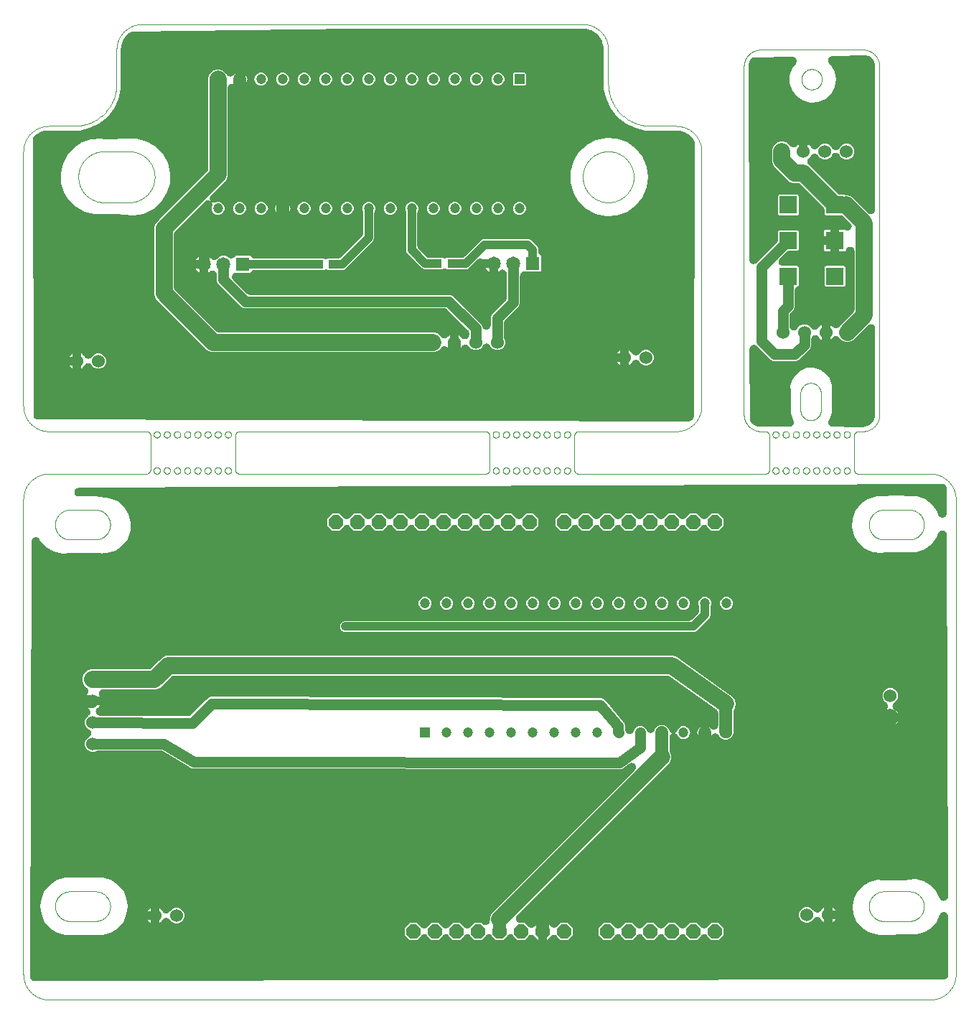
<source format=gtl>
G04 EAGLE Gerber RS-274X export*
G75*
%MOMM*%
%FSLAX34Y34*%
%LPD*%
%INTop Layer*%
%IPPOS*%
%AMOC8*
5,1,8,0,0,1.08239X$1,22.5*%
G01*
%ADD10C,0.001000*%
%ADD11P,1.814519X8X22.500000*%
%ADD12C,1.524000*%
%ADD13R,1.200000X1.200000*%
%ADD14C,1.200000*%
%ADD15R,2.100000X2.100000*%
%ADD16R,1.000000X1.100000*%
%ADD17R,1.650000X1.650000*%
%ADD18C,1.650000*%
%ADD19C,1.270000*%
%ADD20C,2.032000*%
%ADD21C,0.812800*%
%ADD22C,1.500000*%
%ADD23C,1.016000*%
%ADD24C,2.000000*%
%ADD25C,0.654800*%
%ADD26C,1.800000*%

G36*
X1086009Y23921D02*
X1086009Y23921D01*
X1086168Y23931D01*
X1086327Y23931D01*
X1086486Y23952D01*
X1086645Y23962D01*
X1086801Y23992D01*
X1086959Y24012D01*
X1087114Y24052D01*
X1087271Y24082D01*
X1087422Y24132D01*
X1087576Y24171D01*
X1087725Y24230D01*
X1087877Y24280D01*
X1088020Y24348D01*
X1088168Y24407D01*
X1088308Y24484D01*
X1088453Y24552D01*
X1088587Y24638D01*
X1088726Y24714D01*
X1088855Y24808D01*
X1088990Y24894D01*
X1089113Y24996D01*
X1089241Y25089D01*
X1089358Y25199D01*
X1089481Y25301D01*
X1089589Y25417D01*
X1089705Y25526D01*
X1089807Y25649D01*
X1089916Y25766D01*
X1090010Y25895D01*
X1090111Y26017D01*
X1090197Y26152D01*
X1090291Y26282D01*
X1090367Y26421D01*
X1090452Y26555D01*
X1090520Y26700D01*
X1090597Y26840D01*
X1090656Y26988D01*
X1090723Y27132D01*
X1090773Y27284D01*
X1090831Y27433D01*
X1090871Y27587D01*
X1090920Y27738D01*
X1090950Y27895D01*
X1090990Y28050D01*
X1091009Y28207D01*
X1091039Y28364D01*
X1091049Y28519D01*
X1091069Y28682D01*
X1091069Y28855D01*
X1091079Y29018D01*
X1090839Y98077D01*
X1090826Y98264D01*
X1090823Y98451D01*
X1090805Y98581D01*
X1090796Y98713D01*
X1090761Y98897D01*
X1090735Y99082D01*
X1090700Y99209D01*
X1090675Y99338D01*
X1090617Y99516D01*
X1090567Y99697D01*
X1090517Y99818D01*
X1090476Y99943D01*
X1090396Y100113D01*
X1090324Y100286D01*
X1090260Y100400D01*
X1090203Y100519D01*
X1090102Y100677D01*
X1090010Y100840D01*
X1089931Y100945D01*
X1089860Y101056D01*
X1089741Y101200D01*
X1089628Y101350D01*
X1089537Y101445D01*
X1089453Y101546D01*
X1089316Y101674D01*
X1089186Y101809D01*
X1089083Y101891D01*
X1088987Y101981D01*
X1088836Y102091D01*
X1088689Y102208D01*
X1088577Y102277D01*
X1088471Y102354D01*
X1088307Y102444D01*
X1088147Y102542D01*
X1088027Y102597D01*
X1087912Y102660D01*
X1087738Y102728D01*
X1087567Y102806D01*
X1087441Y102845D01*
X1087319Y102893D01*
X1087137Y102939D01*
X1086958Y102995D01*
X1086829Y103018D01*
X1086702Y103050D01*
X1086516Y103073D01*
X1086331Y103106D01*
X1086200Y103113D01*
X1086069Y103129D01*
X1085882Y103129D01*
X1085695Y103138D01*
X1085563Y103128D01*
X1085432Y103128D01*
X1085246Y103104D01*
X1085059Y103090D01*
X1084931Y103064D01*
X1084800Y103047D01*
X1084619Y103000D01*
X1084435Y102963D01*
X1084310Y102921D01*
X1084183Y102888D01*
X1084009Y102819D01*
X1083832Y102758D01*
X1083714Y102701D01*
X1083591Y102652D01*
X1083427Y102562D01*
X1083259Y102480D01*
X1083148Y102408D01*
X1083033Y102345D01*
X1082882Y102235D01*
X1082725Y102132D01*
X1082624Y102047D01*
X1082518Y101970D01*
X1082382Y101841D01*
X1082239Y101720D01*
X1082150Y101623D01*
X1082054Y101533D01*
X1081935Y101389D01*
X1081808Y101251D01*
X1081732Y101144D01*
X1081648Y101042D01*
X1081548Y100884D01*
X1081440Y100731D01*
X1081379Y100618D01*
X1081307Y100504D01*
X1081221Y100320D01*
X1081132Y100153D01*
X1077379Y91856D01*
X1071086Y84662D01*
X1062980Y79598D01*
X1053755Y77098D01*
X1049136Y77233D01*
X1048995Y77228D01*
X1048861Y77234D01*
X1008600Y76227D01*
X1008439Y76324D01*
X1008235Y76456D01*
X1008167Y76488D01*
X1008103Y76527D01*
X1007880Y76625D01*
X1007660Y76731D01*
X1007589Y76754D01*
X1007520Y76785D01*
X1007287Y76855D01*
X1007056Y76932D01*
X1006982Y76946D01*
X1006910Y76968D01*
X1006670Y77008D01*
X1006633Y77015D01*
X997122Y79652D01*
X989110Y84748D01*
X982933Y91962D01*
X979131Y100663D01*
X978033Y110096D01*
X979737Y119438D01*
X984092Y127876D01*
X990720Y134676D01*
X999044Y139246D01*
X1008340Y141188D01*
X1012937Y140772D01*
X1013077Y140768D01*
X1013210Y140754D01*
X1021659Y140447D01*
X1021829Y140451D01*
X1021989Y140446D01*
X1039000Y140932D01*
X1039169Y140947D01*
X1039329Y140952D01*
X1045628Y141542D01*
X1045932Y141590D01*
X1046239Y141637D01*
X1046248Y141640D01*
X1046258Y141641D01*
X1046329Y141662D01*
X1047795Y141752D01*
X1047935Y141769D01*
X1048069Y141776D01*
X1049349Y141924D01*
X1049531Y141900D01*
X1049594Y141900D01*
X1049660Y141893D01*
X1049943Y141898D01*
X1050186Y141898D01*
X1052724Y142052D01*
X1062024Y139847D01*
X1070287Y135043D01*
X1076804Y128051D01*
X1081119Y119267D01*
X1081180Y119159D01*
X1081234Y119047D01*
X1081338Y118883D01*
X1081435Y118714D01*
X1081510Y118614D01*
X1081577Y118510D01*
X1081701Y118360D01*
X1081818Y118205D01*
X1081904Y118116D01*
X1081984Y118020D01*
X1082126Y117887D01*
X1082262Y117748D01*
X1082359Y117670D01*
X1082450Y117585D01*
X1082607Y117471D01*
X1082759Y117350D01*
X1082865Y117285D01*
X1082966Y117212D01*
X1083137Y117118D01*
X1083302Y117017D01*
X1083416Y116966D01*
X1083525Y116906D01*
X1083706Y116835D01*
X1083883Y116755D01*
X1084002Y116718D01*
X1084118Y116673D01*
X1084306Y116625D01*
X1084492Y116568D01*
X1084615Y116546D01*
X1084735Y116515D01*
X1084928Y116491D01*
X1085120Y116458D01*
X1085244Y116452D01*
X1085368Y116437D01*
X1085562Y116437D01*
X1085756Y116428D01*
X1085881Y116438D01*
X1086005Y116438D01*
X1086197Y116462D01*
X1086391Y116478D01*
X1086513Y116503D01*
X1086637Y116519D01*
X1086825Y116567D01*
X1087015Y116606D01*
X1087133Y116647D01*
X1087254Y116678D01*
X1087434Y116750D01*
X1087618Y116813D01*
X1087730Y116867D01*
X1087846Y116913D01*
X1088016Y117007D01*
X1088191Y117092D01*
X1088295Y117161D01*
X1088404Y117221D01*
X1088561Y117335D01*
X1088723Y117442D01*
X1088818Y117523D01*
X1088919Y117596D01*
X1089060Y117729D01*
X1089208Y117855D01*
X1089292Y117947D01*
X1089383Y118032D01*
X1089507Y118182D01*
X1089638Y118326D01*
X1089709Y118427D01*
X1089789Y118524D01*
X1089893Y118688D01*
X1090005Y118846D01*
X1090063Y118956D01*
X1090130Y119062D01*
X1090213Y119238D01*
X1090304Y119409D01*
X1090348Y119526D01*
X1090401Y119638D01*
X1090461Y119823D01*
X1090530Y120005D01*
X1090559Y120126D01*
X1090598Y120244D01*
X1090634Y120435D01*
X1090680Y120624D01*
X1090694Y120748D01*
X1090717Y120870D01*
X1090728Y121058D01*
X1090751Y121257D01*
X1090749Y121394D01*
X1090757Y121524D01*
X1089270Y548164D01*
X1089262Y548284D01*
X1089264Y548404D01*
X1089241Y548601D01*
X1089228Y548800D01*
X1089205Y548918D01*
X1089192Y549037D01*
X1089145Y549230D01*
X1089107Y549425D01*
X1089069Y549540D01*
X1089041Y549656D01*
X1088970Y549841D01*
X1088908Y550030D01*
X1088856Y550139D01*
X1088814Y550251D01*
X1088720Y550426D01*
X1088635Y550606D01*
X1088570Y550708D01*
X1088514Y550813D01*
X1088399Y550976D01*
X1088292Y551143D01*
X1088215Y551235D01*
X1088146Y551334D01*
X1088012Y551480D01*
X1087885Y551633D01*
X1087797Y551715D01*
X1087716Y551804D01*
X1087564Y551932D01*
X1087419Y552068D01*
X1087322Y552138D01*
X1087230Y552216D01*
X1087064Y552325D01*
X1086903Y552441D01*
X1086797Y552499D01*
X1086697Y552565D01*
X1086518Y552651D01*
X1086344Y552747D01*
X1086232Y552791D01*
X1086124Y552843D01*
X1085936Y552907D01*
X1085751Y552980D01*
X1085634Y553010D01*
X1085520Y553048D01*
X1085326Y553088D01*
X1085133Y553137D01*
X1085014Y553152D01*
X1084896Y553176D01*
X1084698Y553191D01*
X1084501Y553216D01*
X1084381Y553216D01*
X1084261Y553225D01*
X1084062Y553215D01*
X1083864Y553215D01*
X1083745Y553200D01*
X1083625Y553194D01*
X1083429Y553159D01*
X1083232Y553134D01*
X1083116Y553104D01*
X1082997Y553083D01*
X1082807Y553024D01*
X1082615Y552975D01*
X1082503Y552930D01*
X1082389Y552895D01*
X1082208Y552813D01*
X1082023Y552739D01*
X1081918Y552681D01*
X1081808Y552632D01*
X1081639Y552528D01*
X1081465Y552432D01*
X1081368Y552361D01*
X1081265Y552298D01*
X1081110Y552174D01*
X1080950Y552057D01*
X1080863Y551975D01*
X1080769Y551899D01*
X1080630Y551756D01*
X1080486Y551620D01*
X1080409Y551528D01*
X1080326Y551441D01*
X1080207Y551282D01*
X1080080Y551129D01*
X1080016Y551028D01*
X1079944Y550931D01*
X1079845Y550759D01*
X1079739Y550591D01*
X1079688Y550482D01*
X1079628Y550378D01*
X1079556Y550201D01*
X1079468Y550014D01*
X1079427Y549888D01*
X1079379Y549772D01*
X1077743Y544929D01*
X1071558Y536555D01*
X1063111Y530470D01*
X1053208Y527255D01*
X1050411Y527246D01*
X1050342Y527241D01*
X1050273Y527243D01*
X1050208Y527237D01*
X1048011Y527237D01*
X1048002Y527237D01*
X1047993Y527237D01*
X1045799Y527230D01*
X1045737Y527235D01*
X1045663Y527233D01*
X1045592Y527237D01*
X1017489Y527237D01*
X1017393Y527231D01*
X1017296Y527234D01*
X1017085Y527212D01*
X1016853Y527197D01*
X1016748Y527177D01*
X1016645Y527167D01*
X1012148Y526408D01*
X1002139Y527739D01*
X992966Y531962D01*
X985446Y538701D01*
X980247Y547357D01*
X977830Y557161D01*
X978411Y567242D01*
X981938Y576704D01*
X988098Y584705D01*
X996342Y590536D01*
X1005939Y593677D01*
X1010927Y593762D01*
X1010980Y593766D01*
X1011032Y593764D01*
X1030000Y594481D01*
X1049023Y593762D01*
X1049032Y593763D01*
X1049040Y593762D01*
X1054229Y593584D01*
X1064027Y590067D01*
X1072284Y583725D01*
X1078208Y575164D01*
X1079244Y571756D01*
X1079320Y571554D01*
X1079387Y571348D01*
X1079431Y571255D01*
X1079467Y571159D01*
X1079567Y570968D01*
X1079660Y570773D01*
X1079715Y570686D01*
X1079763Y570595D01*
X1079887Y570418D01*
X1080003Y570236D01*
X1080069Y570157D01*
X1080127Y570072D01*
X1080272Y569912D01*
X1080410Y569746D01*
X1080486Y569676D01*
X1080554Y569599D01*
X1080718Y569459D01*
X1080876Y569311D01*
X1080959Y569251D01*
X1081037Y569184D01*
X1081217Y569064D01*
X1081392Y568938D01*
X1081482Y568889D01*
X1081568Y568832D01*
X1081762Y568736D01*
X1081951Y568632D01*
X1082047Y568594D01*
X1082139Y568549D01*
X1082343Y568478D01*
X1082544Y568399D01*
X1082644Y568373D01*
X1082741Y568340D01*
X1082952Y568295D01*
X1083162Y568242D01*
X1083264Y568229D01*
X1083364Y568208D01*
X1083580Y568190D01*
X1083794Y568163D01*
X1083897Y568163D01*
X1083999Y568155D01*
X1084215Y568164D01*
X1084431Y568164D01*
X1084533Y568177D01*
X1084636Y568181D01*
X1084849Y568217D01*
X1085063Y568245D01*
X1085163Y568271D01*
X1085264Y568288D01*
X1085471Y568350D01*
X1085680Y568404D01*
X1085775Y568442D01*
X1085874Y568472D01*
X1086071Y568560D01*
X1086272Y568639D01*
X1086362Y568689D01*
X1086456Y568731D01*
X1086641Y568843D01*
X1086830Y568947D01*
X1086913Y569007D01*
X1087001Y569061D01*
X1087171Y569195D01*
X1087345Y569322D01*
X1087420Y569393D01*
X1087501Y569456D01*
X1087651Y569610D01*
X1087809Y569759D01*
X1087875Y569838D01*
X1087947Y569911D01*
X1088077Y570083D01*
X1088215Y570250D01*
X1088270Y570337D01*
X1088332Y570419D01*
X1088440Y570606D01*
X1088556Y570788D01*
X1088600Y570881D01*
X1088651Y570970D01*
X1088735Y571169D01*
X1088827Y571365D01*
X1088859Y571462D01*
X1088899Y571557D01*
X1088957Y571765D01*
X1089024Y571971D01*
X1089043Y572072D01*
X1089071Y572171D01*
X1089102Y572384D01*
X1089143Y572596D01*
X1089149Y572697D01*
X1089165Y572801D01*
X1089170Y573036D01*
X1089183Y573250D01*
X1089079Y603018D01*
X1089069Y603175D01*
X1089068Y603333D01*
X1089048Y603493D01*
X1089037Y603653D01*
X1089007Y603808D01*
X1088987Y603965D01*
X1088946Y604121D01*
X1088916Y604279D01*
X1088866Y604429D01*
X1088827Y604582D01*
X1088767Y604731D01*
X1088717Y604884D01*
X1088649Y605027D01*
X1088591Y605174D01*
X1088513Y605314D01*
X1088444Y605460D01*
X1088359Y605593D01*
X1088282Y605731D01*
X1088188Y605861D01*
X1088101Y605997D01*
X1088000Y606118D01*
X1087907Y606246D01*
X1087797Y606363D01*
X1087693Y606487D01*
X1087578Y606595D01*
X1087470Y606709D01*
X1087346Y606812D01*
X1087228Y606922D01*
X1087100Y607014D01*
X1086978Y607115D01*
X1086842Y607201D01*
X1086712Y607295D01*
X1086573Y607371D01*
X1086439Y607455D01*
X1086294Y607523D01*
X1086153Y607601D01*
X1086006Y607658D01*
X1085863Y607725D01*
X1085709Y607775D01*
X1085560Y607834D01*
X1085407Y607873D01*
X1085256Y607921D01*
X1085098Y607951D01*
X1084942Y607991D01*
X1084786Y608011D01*
X1084630Y608040D01*
X1084474Y608049D01*
X1084310Y608070D01*
X1084138Y608070D01*
X1083976Y608079D01*
X65183Y603314D01*
X64878Y603293D01*
X64571Y603274D01*
X64559Y603272D01*
X64547Y603271D01*
X64245Y603212D01*
X63945Y603155D01*
X63934Y603151D01*
X63922Y603149D01*
X63629Y603052D01*
X63339Y602958D01*
X63328Y602953D01*
X63317Y602949D01*
X63038Y602817D01*
X62762Y602687D01*
X62752Y602681D01*
X62742Y602676D01*
X62481Y602509D01*
X62224Y602346D01*
X62215Y602339D01*
X62205Y602332D01*
X61967Y602134D01*
X61733Y601940D01*
X61725Y601932D01*
X61716Y601924D01*
X61508Y601701D01*
X61296Y601476D01*
X61289Y601467D01*
X61281Y601458D01*
X61103Y601210D01*
X60921Y600961D01*
X60916Y600951D01*
X60909Y600941D01*
X60761Y600671D01*
X60614Y600403D01*
X60609Y600392D01*
X60604Y600382D01*
X60492Y600096D01*
X60378Y599811D01*
X60375Y599800D01*
X60371Y599789D01*
X60296Y599492D01*
X60219Y599194D01*
X60217Y599183D01*
X60215Y599171D01*
X60177Y598867D01*
X60138Y598562D01*
X60138Y598550D01*
X60137Y598539D01*
X60137Y598232D01*
X60137Y597925D01*
X60138Y597914D01*
X60138Y597902D01*
X60178Y597598D01*
X60216Y597293D01*
X60219Y597281D01*
X60220Y597270D01*
X60297Y596973D01*
X60373Y596676D01*
X60377Y596665D01*
X60380Y596653D01*
X60493Y596370D01*
X60606Y596083D01*
X60612Y596072D01*
X60616Y596061D01*
X60763Y595796D01*
X60912Y595524D01*
X60919Y595514D01*
X60924Y595504D01*
X61103Y595258D01*
X61285Y595007D01*
X61293Y594998D01*
X61300Y594989D01*
X61509Y594768D01*
X61720Y594542D01*
X61729Y594534D01*
X61737Y594525D01*
X61972Y594332D01*
X62210Y594134D01*
X62220Y594128D01*
X62229Y594120D01*
X62488Y593956D01*
X62746Y593791D01*
X62757Y593786D01*
X62767Y593780D01*
X63044Y593650D01*
X63322Y593518D01*
X63334Y593514D01*
X63344Y593509D01*
X63635Y593415D01*
X63927Y593319D01*
X63939Y593317D01*
X63950Y593313D01*
X64252Y593256D01*
X64553Y593198D01*
X64565Y593197D01*
X64576Y593195D01*
X64891Y593176D01*
X65207Y593156D01*
X84078Y593156D01*
X97063Y591760D01*
X97081Y591760D01*
X97097Y591757D01*
X102073Y591256D01*
X111309Y587309D01*
X118944Y580783D01*
X124279Y572274D01*
X126829Y562559D01*
X126358Y552526D01*
X122912Y543092D01*
X116803Y535119D01*
X108592Y529336D01*
X99027Y526271D01*
X96402Y526253D01*
X96344Y526249D01*
X96285Y526251D01*
X96135Y526237D01*
X94020Y526237D01*
X94003Y526236D01*
X93986Y526237D01*
X91876Y526223D01*
X91737Y526235D01*
X91669Y526233D01*
X91603Y526237D01*
X51272Y526237D01*
X51024Y526222D01*
X50800Y526215D01*
X45883Y525756D01*
X35716Y528039D01*
X26751Y533352D01*
X19867Y541175D01*
X19457Y542126D01*
X19352Y542332D01*
X19255Y542541D01*
X19208Y542615D01*
X19168Y542693D01*
X19038Y542885D01*
X18915Y543080D01*
X18860Y543148D01*
X18811Y543221D01*
X18658Y543395D01*
X18511Y543573D01*
X18448Y543633D01*
X18390Y543699D01*
X18217Y543852D01*
X18049Y544011D01*
X17978Y544063D01*
X17912Y544121D01*
X17722Y544251D01*
X17535Y544388D01*
X17458Y544431D01*
X17386Y544480D01*
X17181Y544585D01*
X16978Y544698D01*
X16897Y544730D01*
X16819Y544770D01*
X16602Y544849D01*
X16387Y544935D01*
X16302Y544957D01*
X16220Y544987D01*
X15995Y545038D01*
X15771Y545097D01*
X15684Y545108D01*
X15598Y545127D01*
X15369Y545149D01*
X15139Y545180D01*
X15051Y545180D01*
X14964Y545189D01*
X14733Y545182D01*
X14502Y545183D01*
X14415Y545173D01*
X14327Y545170D01*
X14099Y545134D01*
X13869Y545107D01*
X13784Y545085D01*
X13698Y545072D01*
X13476Y545008D01*
X13251Y544952D01*
X13170Y544920D01*
X13085Y544895D01*
X12873Y544804D01*
X12658Y544720D01*
X12581Y544679D01*
X12500Y544644D01*
X12301Y544527D01*
X12098Y544417D01*
X12026Y544366D01*
X11951Y544321D01*
X11768Y544180D01*
X11580Y544045D01*
X11516Y543986D01*
X11446Y543932D01*
X11282Y543769D01*
X11113Y543612D01*
X11056Y543545D01*
X10994Y543483D01*
X10852Y543301D01*
X10704Y543124D01*
X10656Y543050D01*
X10602Y542981D01*
X10484Y542782D01*
X10359Y542588D01*
X10321Y542509D01*
X10276Y542433D01*
X10184Y542222D01*
X10084Y542013D01*
X10056Y541930D01*
X10021Y541850D01*
X9956Y541628D01*
X9883Y541409D01*
X9866Y541323D01*
X9841Y541238D01*
X9804Y541010D01*
X9759Y540784D01*
X9753Y540698D01*
X9739Y540610D01*
X9731Y540380D01*
X9725Y540332D01*
X9725Y540277D01*
X9715Y540130D01*
X7917Y27018D01*
X7927Y26849D01*
X7927Y26681D01*
X7946Y26532D01*
X7955Y26382D01*
X7986Y26216D01*
X8007Y26049D01*
X8044Y25903D01*
X8072Y25756D01*
X8124Y25595D01*
X8165Y25432D01*
X8221Y25292D01*
X8267Y25149D01*
X8338Y24996D01*
X8400Y24839D01*
X8472Y24707D01*
X8536Y24571D01*
X8625Y24429D01*
X8706Y24281D01*
X8795Y24159D01*
X8875Y24032D01*
X8982Y23902D01*
X9081Y23765D01*
X9184Y23655D01*
X9279Y23539D01*
X9401Y23423D01*
X9516Y23300D01*
X9632Y23205D01*
X9741Y23101D01*
X9877Y23001D01*
X10007Y22894D01*
X10134Y22813D01*
X10255Y22724D01*
X10402Y22642D01*
X10545Y22552D01*
X10681Y22488D01*
X10812Y22415D01*
X10968Y22352D01*
X11121Y22280D01*
X11264Y22233D01*
X11403Y22177D01*
X11566Y22134D01*
X11726Y22082D01*
X11874Y22054D01*
X12019Y22016D01*
X12187Y21994D01*
X12352Y21962D01*
X12498Y21953D01*
X12651Y21933D01*
X12834Y21932D01*
X13006Y21921D01*
X1086009Y23921D01*
G37*
G36*
X784880Y681929D02*
X784880Y681929D01*
X784960Y681926D01*
X785198Y681948D01*
X785437Y681962D01*
X785515Y681977D01*
X785594Y681984D01*
X785827Y682036D01*
X786063Y682080D01*
X786139Y682104D01*
X786217Y682121D01*
X786442Y682202D01*
X786670Y682275D01*
X786742Y682309D01*
X786817Y682335D01*
X787030Y682443D01*
X787247Y682544D01*
X787314Y682587D01*
X787385Y682623D01*
X787584Y682756D01*
X787786Y682884D01*
X787848Y682935D01*
X787913Y682979D01*
X788083Y683128D01*
X788278Y683288D01*
X788340Y683354D01*
X788406Y683412D01*
X789328Y684334D01*
X789340Y684347D01*
X789353Y684360D01*
X789552Y684588D01*
X789749Y684812D01*
X789759Y684827D01*
X789771Y684840D01*
X789905Y685041D01*
X790107Y685338D01*
X790120Y685363D01*
X790135Y685386D01*
X790402Y685848D01*
X790420Y685884D01*
X790441Y685917D01*
X790561Y686169D01*
X790685Y686418D01*
X790698Y686456D01*
X790716Y686492D01*
X790803Y686757D01*
X790895Y687020D01*
X790903Y687059D01*
X790916Y687097D01*
X790970Y687371D01*
X791027Y687643D01*
X791031Y687683D01*
X791039Y687723D01*
X791055Y687974D01*
X791081Y688278D01*
X791079Y688328D01*
X791082Y688376D01*
X791785Y1010384D01*
X791782Y1010435D01*
X791785Y1010486D01*
X791763Y1010753D01*
X791747Y1011020D01*
X791737Y1011070D01*
X791733Y1011121D01*
X791678Y1011384D01*
X791629Y1011646D01*
X791613Y1011695D01*
X791603Y1011745D01*
X791516Y1011998D01*
X791434Y1012252D01*
X791412Y1012299D01*
X791395Y1012347D01*
X791287Y1012567D01*
X791164Y1012830D01*
X791131Y1012882D01*
X791105Y1012935D01*
X790135Y1014614D01*
X790125Y1014630D01*
X790117Y1014646D01*
X790070Y1014715D01*
X790031Y1014786D01*
X789904Y1014962D01*
X789782Y1015145D01*
X789770Y1015159D01*
X789760Y1015174D01*
X789707Y1015235D01*
X789658Y1015303D01*
X789509Y1015462D01*
X789366Y1015628D01*
X789345Y1015646D01*
X789328Y1015666D01*
X785666Y1019328D01*
X785653Y1019340D01*
X785640Y1019353D01*
X785414Y1019550D01*
X785188Y1019749D01*
X785173Y1019759D01*
X785160Y1019771D01*
X784960Y1019904D01*
X784662Y1020107D01*
X784637Y1020120D01*
X784614Y1020135D01*
X780130Y1022724D01*
X780114Y1022732D01*
X780098Y1022742D01*
X779829Y1022874D01*
X779560Y1023007D01*
X779542Y1023013D01*
X779526Y1023021D01*
X779298Y1023098D01*
X778958Y1023217D01*
X778931Y1023223D01*
X778905Y1023231D01*
X773904Y1024572D01*
X773736Y1024605D01*
X773571Y1024649D01*
X773428Y1024667D01*
X773279Y1024697D01*
X773094Y1024711D01*
X772921Y1024734D01*
X770332Y1024903D01*
X770161Y1024904D01*
X770000Y1024914D01*
X733793Y1024914D01*
X721691Y1027677D01*
X710507Y1033062D01*
X700802Y1040802D01*
X693062Y1050507D01*
X687677Y1061691D01*
X684914Y1073793D01*
X684914Y1120000D01*
X684904Y1120171D01*
X684903Y1120332D01*
X684734Y1122921D01*
X684712Y1123090D01*
X684700Y1123261D01*
X684672Y1123403D01*
X684652Y1123553D01*
X684606Y1123732D01*
X684572Y1123904D01*
X683231Y1128905D01*
X683225Y1128923D01*
X683222Y1128940D01*
X683124Y1129224D01*
X683028Y1129509D01*
X683020Y1129525D01*
X683014Y1129543D01*
X682907Y1129759D01*
X682751Y1130083D01*
X682736Y1130106D01*
X682724Y1130130D01*
X680135Y1134614D01*
X680125Y1134630D01*
X680117Y1134646D01*
X679949Y1134894D01*
X679782Y1135145D01*
X679770Y1135159D01*
X679760Y1135174D01*
X679602Y1135354D01*
X679366Y1135628D01*
X679345Y1135646D01*
X679328Y1135666D01*
X675666Y1139328D01*
X675653Y1139340D01*
X675640Y1139353D01*
X675412Y1139552D01*
X675188Y1139749D01*
X675173Y1139759D01*
X675160Y1139771D01*
X674958Y1139906D01*
X674662Y1140107D01*
X674637Y1140120D01*
X674614Y1140135D01*
X670130Y1142724D01*
X670114Y1142732D01*
X670098Y1142742D01*
X669828Y1142874D01*
X669559Y1143007D01*
X669542Y1143013D01*
X669526Y1143021D01*
X669298Y1143098D01*
X668958Y1143217D01*
X668931Y1143223D01*
X668905Y1143231D01*
X663904Y1144572D01*
X663736Y1144605D01*
X663571Y1144649D01*
X663428Y1144667D01*
X663279Y1144697D01*
X663094Y1144711D01*
X662921Y1144734D01*
X660332Y1144903D01*
X660161Y1144904D01*
X660000Y1144914D01*
X388780Y1144914D01*
X388747Y1144912D01*
X388714Y1144914D01*
X129127Y1141547D01*
X129115Y1141546D01*
X129102Y1141547D01*
X128795Y1141522D01*
X128492Y1141499D01*
X128479Y1141496D01*
X128467Y1141495D01*
X128167Y1141433D01*
X127867Y1141371D01*
X127855Y1141367D01*
X127843Y1141365D01*
X127553Y1141265D01*
X127264Y1141167D01*
X127253Y1141161D01*
X127241Y1141157D01*
X127037Y1141057D01*
X126691Y1140888D01*
X126673Y1140876D01*
X126653Y1140867D01*
X125385Y1140135D01*
X125370Y1140125D01*
X125354Y1140117D01*
X125106Y1139949D01*
X124855Y1139782D01*
X124841Y1139770D01*
X124826Y1139760D01*
X124646Y1139602D01*
X124372Y1139366D01*
X124354Y1139345D01*
X124334Y1139328D01*
X120672Y1135666D01*
X120660Y1135653D01*
X120647Y1135640D01*
X120448Y1135412D01*
X120251Y1135188D01*
X120241Y1135173D01*
X120229Y1135160D01*
X120094Y1134958D01*
X119893Y1134662D01*
X119880Y1134637D01*
X119865Y1134614D01*
X117276Y1130130D01*
X117268Y1130114D01*
X117258Y1130098D01*
X117126Y1129828D01*
X116993Y1129559D01*
X116987Y1129542D01*
X116979Y1129526D01*
X116901Y1129298D01*
X116783Y1128958D01*
X116777Y1128931D01*
X116769Y1128905D01*
X115428Y1123904D01*
X115395Y1123736D01*
X115351Y1123571D01*
X115333Y1123428D01*
X115303Y1123279D01*
X115289Y1123094D01*
X115266Y1122921D01*
X115097Y1120332D01*
X115096Y1120161D01*
X115086Y1120000D01*
X115086Y1073793D01*
X112323Y1061691D01*
X106938Y1050507D01*
X99198Y1040802D01*
X89493Y1033062D01*
X78309Y1027677D01*
X66207Y1024914D01*
X30000Y1024914D01*
X29829Y1024904D01*
X29668Y1024903D01*
X27079Y1024734D01*
X26910Y1024712D01*
X26739Y1024700D01*
X26597Y1024672D01*
X26447Y1024652D01*
X26268Y1024606D01*
X26096Y1024572D01*
X21095Y1023231D01*
X21077Y1023225D01*
X21060Y1023222D01*
X20776Y1023124D01*
X20491Y1023028D01*
X20475Y1023020D01*
X20457Y1023014D01*
X20240Y1022907D01*
X19917Y1022751D01*
X19894Y1022736D01*
X19870Y1022724D01*
X15386Y1020135D01*
X15370Y1020125D01*
X15354Y1020117D01*
X15105Y1019949D01*
X14855Y1019782D01*
X14841Y1019770D01*
X14826Y1019760D01*
X14646Y1019602D01*
X14372Y1019366D01*
X14354Y1019346D01*
X14334Y1019328D01*
X12680Y1017674D01*
X12628Y1017615D01*
X12570Y1017561D01*
X12417Y1017376D01*
X12258Y1017196D01*
X12214Y1017131D01*
X12164Y1017070D01*
X12035Y1016867D01*
X11900Y1016669D01*
X11864Y1016599D01*
X11822Y1016532D01*
X11720Y1016315D01*
X11610Y1016101D01*
X11584Y1016027D01*
X11550Y1015956D01*
X11476Y1015728D01*
X11394Y1015502D01*
X11377Y1015425D01*
X11353Y1015350D01*
X11307Y1015114D01*
X11255Y1014880D01*
X11248Y1014802D01*
X11233Y1014725D01*
X11219Y1014498D01*
X11195Y1014246D01*
X11197Y1014157D01*
X11192Y1014071D01*
X11921Y688989D01*
X11930Y688846D01*
X11929Y688704D01*
X11951Y688529D01*
X11962Y688353D01*
X11989Y688213D01*
X12006Y688071D01*
X12049Y687900D01*
X12083Y687727D01*
X12127Y687592D01*
X12162Y687453D01*
X12226Y687289D01*
X12281Y687122D01*
X12342Y686993D01*
X12394Y686860D01*
X12478Y686705D01*
X12553Y686546D01*
X12630Y686425D01*
X12698Y686300D01*
X12801Y686157D01*
X12895Y686008D01*
X12986Y685899D01*
X13070Y685783D01*
X13190Y685653D01*
X13302Y685518D01*
X13406Y685420D01*
X13503Y685316D01*
X13638Y685203D01*
X13767Y685082D01*
X13883Y684999D01*
X13992Y684907D01*
X14140Y684812D01*
X14283Y684708D01*
X14408Y684640D01*
X14528Y684563D01*
X14687Y684487D01*
X14842Y684402D01*
X14974Y684350D01*
X15103Y684288D01*
X15270Y684233D01*
X15434Y684168D01*
X15573Y684133D01*
X15708Y684088D01*
X15881Y684054D01*
X16052Y684010D01*
X16193Y683992D01*
X16333Y683965D01*
X16503Y683953D01*
X16684Y683931D01*
X16840Y683931D01*
X16987Y683921D01*
X784801Y681924D01*
X784880Y681929D01*
G37*
%LPC*%
G36*
X602839Y74952D02*
X602839Y74952D01*
X602723Y75054D01*
X602614Y75164D01*
X602484Y75265D01*
X602361Y75373D01*
X602233Y75460D01*
X602111Y75555D01*
X601970Y75639D01*
X601834Y75731D01*
X601696Y75802D01*
X601563Y75881D01*
X601413Y75946D01*
X601267Y76021D01*
X601121Y76073D01*
X600979Y76135D01*
X600822Y76181D01*
X600667Y76237D01*
X600516Y76271D01*
X600368Y76314D01*
X600206Y76340D01*
X600046Y76376D01*
X599891Y76391D01*
X599739Y76416D01*
X599575Y76421D01*
X599411Y76437D01*
X599257Y76432D01*
X599102Y76437D01*
X598939Y76422D01*
X598775Y76417D01*
X598622Y76393D01*
X598467Y76379D01*
X598307Y76344D01*
X598145Y76318D01*
X597996Y76275D01*
X597845Y76242D01*
X597691Y76187D01*
X597533Y76141D01*
X597391Y76080D01*
X597245Y76028D01*
X597099Y75954D01*
X596948Y75889D01*
X596815Y75810D01*
X596676Y75741D01*
X596541Y75649D01*
X596399Y75566D01*
X596277Y75471D01*
X596148Y75384D01*
X596029Y75279D01*
X595895Y75176D01*
X595776Y75057D01*
X595656Y74952D01*
X591369Y70665D01*
X583163Y70665D01*
X578158Y75670D01*
X578041Y75773D01*
X577932Y75882D01*
X577803Y75983D01*
X577680Y76092D01*
X577552Y76179D01*
X577429Y76274D01*
X577288Y76358D01*
X577153Y76450D01*
X577015Y76520D01*
X576882Y76599D01*
X576731Y76665D01*
X576585Y76739D01*
X576440Y76792D01*
X576297Y76854D01*
X576140Y76900D01*
X575986Y76955D01*
X575835Y76989D01*
X575686Y77033D01*
X575524Y77059D01*
X575364Y77095D01*
X575210Y77109D01*
X575057Y77134D01*
X574893Y77140D01*
X574730Y77155D01*
X574575Y77151D01*
X574420Y77156D01*
X574257Y77141D01*
X574093Y77136D01*
X573940Y77112D01*
X573786Y77098D01*
X573626Y77062D01*
X573464Y77037D01*
X573315Y76994D01*
X573164Y76960D01*
X573009Y76905D01*
X572852Y76860D01*
X572709Y76798D01*
X572563Y76746D01*
X572417Y76673D01*
X572267Y76608D01*
X572133Y76529D01*
X571995Y76459D01*
X571859Y76367D01*
X571718Y76284D01*
X571595Y76189D01*
X571467Y76103D01*
X571347Y75998D01*
X571214Y75894D01*
X571094Y75775D01*
X570974Y75670D01*
X565970Y70665D01*
X557763Y70665D01*
X552758Y75670D01*
X552641Y75773D01*
X552532Y75882D01*
X552403Y75983D01*
X552280Y76092D01*
X552152Y76179D01*
X552029Y76274D01*
X551888Y76358D01*
X551753Y76450D01*
X551615Y76520D01*
X551482Y76599D01*
X551331Y76665D01*
X551185Y76739D01*
X551040Y76792D01*
X550897Y76854D01*
X550740Y76900D01*
X550586Y76955D01*
X550435Y76989D01*
X550286Y77033D01*
X550124Y77059D01*
X549964Y77095D01*
X549810Y77109D01*
X549657Y77134D01*
X549493Y77140D01*
X549330Y77155D01*
X549175Y77151D01*
X549020Y77156D01*
X548857Y77141D01*
X548693Y77136D01*
X548540Y77112D01*
X548386Y77098D01*
X548226Y77062D01*
X548064Y77037D01*
X547915Y76994D01*
X547764Y76960D01*
X547609Y76905D01*
X547452Y76860D01*
X547309Y76798D01*
X547163Y76746D01*
X547017Y76673D01*
X546867Y76608D01*
X546733Y76529D01*
X546595Y76459D01*
X546459Y76367D01*
X546318Y76284D01*
X546195Y76189D01*
X546067Y76103D01*
X545947Y75998D01*
X545814Y75894D01*
X545694Y75775D01*
X545574Y75670D01*
X540570Y70665D01*
X532363Y70665D01*
X527358Y75670D01*
X527241Y75773D01*
X527132Y75882D01*
X527003Y75983D01*
X526880Y76092D01*
X526752Y76179D01*
X526629Y76274D01*
X526488Y76358D01*
X526353Y76450D01*
X526215Y76520D01*
X526082Y76599D01*
X525931Y76665D01*
X525785Y76739D01*
X525640Y76792D01*
X525497Y76854D01*
X525340Y76900D01*
X525186Y76955D01*
X525035Y76989D01*
X524886Y77033D01*
X524724Y77059D01*
X524564Y77095D01*
X524410Y77109D01*
X524257Y77134D01*
X524093Y77140D01*
X523930Y77155D01*
X523775Y77151D01*
X523620Y77156D01*
X523457Y77141D01*
X523293Y77136D01*
X523140Y77112D01*
X522986Y77098D01*
X522826Y77062D01*
X522664Y77037D01*
X522515Y76994D01*
X522364Y76960D01*
X522209Y76905D01*
X522052Y76860D01*
X521909Y76798D01*
X521763Y76746D01*
X521617Y76673D01*
X521467Y76608D01*
X521333Y76529D01*
X521195Y76459D01*
X521059Y76367D01*
X520918Y76284D01*
X520795Y76189D01*
X520667Y76103D01*
X520547Y75998D01*
X520414Y75894D01*
X520294Y75775D01*
X520174Y75670D01*
X515170Y70665D01*
X506963Y70665D01*
X501958Y75670D01*
X501841Y75773D01*
X501732Y75882D01*
X501603Y75983D01*
X501480Y76092D01*
X501352Y76179D01*
X501229Y76274D01*
X501088Y76358D01*
X500953Y76450D01*
X500815Y76520D01*
X500682Y76599D01*
X500531Y76665D01*
X500385Y76739D01*
X500240Y76792D01*
X500097Y76854D01*
X499940Y76900D01*
X499786Y76955D01*
X499635Y76989D01*
X499486Y77033D01*
X499324Y77059D01*
X499164Y77095D01*
X499010Y77109D01*
X498857Y77134D01*
X498693Y77140D01*
X498530Y77155D01*
X498375Y77151D01*
X498220Y77156D01*
X498057Y77141D01*
X497893Y77136D01*
X497740Y77112D01*
X497586Y77098D01*
X497426Y77062D01*
X497264Y77037D01*
X497115Y76994D01*
X496964Y76960D01*
X496809Y76905D01*
X496652Y76860D01*
X496509Y76798D01*
X496363Y76746D01*
X496217Y76673D01*
X496067Y76608D01*
X495933Y76529D01*
X495795Y76459D01*
X495659Y76367D01*
X495518Y76284D01*
X495395Y76189D01*
X495267Y76103D01*
X495147Y75998D01*
X495014Y75894D01*
X494894Y75775D01*
X494774Y75670D01*
X489770Y70665D01*
X481563Y70665D01*
X476558Y75670D01*
X476441Y75773D01*
X476332Y75882D01*
X476203Y75983D01*
X476080Y76092D01*
X475952Y76179D01*
X475829Y76274D01*
X475688Y76358D01*
X475553Y76450D01*
X475415Y76520D01*
X475282Y76599D01*
X475131Y76665D01*
X474985Y76739D01*
X474840Y76792D01*
X474697Y76854D01*
X474540Y76900D01*
X474386Y76955D01*
X474235Y76989D01*
X474086Y77033D01*
X473924Y77059D01*
X473764Y77095D01*
X473610Y77109D01*
X473457Y77134D01*
X473293Y77140D01*
X473130Y77155D01*
X472975Y77151D01*
X472820Y77156D01*
X472657Y77141D01*
X472493Y77136D01*
X472340Y77112D01*
X472186Y77098D01*
X472026Y77062D01*
X471864Y77037D01*
X471715Y76994D01*
X471564Y76960D01*
X471409Y76905D01*
X471252Y76860D01*
X471109Y76798D01*
X470963Y76746D01*
X470817Y76673D01*
X470667Y76608D01*
X470533Y76529D01*
X470395Y76459D01*
X470259Y76367D01*
X470118Y76284D01*
X469995Y76189D01*
X469867Y76103D01*
X469747Y75998D01*
X469614Y75894D01*
X469494Y75775D01*
X469374Y75670D01*
X464370Y70665D01*
X456162Y70665D01*
X450359Y76468D01*
X450359Y84676D01*
X456162Y90479D01*
X464370Y90479D01*
X469374Y85474D01*
X469490Y85372D01*
X469600Y85262D01*
X469730Y85161D01*
X469852Y85052D01*
X469980Y84965D01*
X470103Y84870D01*
X470244Y84786D01*
X470379Y84694D01*
X470517Y84624D01*
X470650Y84545D01*
X470801Y84479D01*
X470947Y84405D01*
X471093Y84352D01*
X471235Y84290D01*
X471392Y84244D01*
X471546Y84189D01*
X471697Y84155D01*
X471846Y84111D01*
X472008Y84085D01*
X472168Y84049D01*
X472322Y84035D01*
X472475Y84010D01*
X472639Y84004D01*
X472802Y83989D01*
X472957Y83993D01*
X473112Y83988D01*
X473275Y84003D01*
X473439Y84008D01*
X473592Y84032D01*
X473746Y84046D01*
X473906Y84082D01*
X474068Y84107D01*
X474217Y84150D01*
X474368Y84184D01*
X474523Y84239D01*
X474680Y84284D01*
X474823Y84346D01*
X474969Y84398D01*
X475115Y84471D01*
X475265Y84536D01*
X475399Y84615D01*
X475537Y84685D01*
X475673Y84777D01*
X475814Y84860D01*
X475937Y84955D01*
X476065Y85041D01*
X476185Y85146D01*
X476318Y85250D01*
X476438Y85369D01*
X476558Y85474D01*
X481563Y90479D01*
X489770Y90479D01*
X494774Y85474D01*
X494890Y85372D01*
X495000Y85262D01*
X495130Y85161D01*
X495252Y85052D01*
X495380Y84965D01*
X495503Y84870D01*
X495644Y84786D01*
X495779Y84694D01*
X495917Y84624D01*
X496050Y84545D01*
X496201Y84479D01*
X496347Y84405D01*
X496493Y84352D01*
X496635Y84290D01*
X496792Y84244D01*
X496946Y84189D01*
X497097Y84155D01*
X497246Y84111D01*
X497408Y84085D01*
X497568Y84049D01*
X497722Y84035D01*
X497875Y84010D01*
X498039Y84004D01*
X498202Y83989D01*
X498357Y83993D01*
X498512Y83988D01*
X498675Y84003D01*
X498839Y84008D01*
X498992Y84032D01*
X499146Y84046D01*
X499306Y84082D01*
X499468Y84107D01*
X499617Y84150D01*
X499768Y84184D01*
X499923Y84239D01*
X500080Y84284D01*
X500223Y84346D01*
X500369Y84398D01*
X500515Y84471D01*
X500665Y84536D01*
X500799Y84615D01*
X500937Y84685D01*
X501073Y84777D01*
X501214Y84860D01*
X501337Y84955D01*
X501465Y85041D01*
X501585Y85146D01*
X501718Y85250D01*
X501838Y85369D01*
X501958Y85474D01*
X506963Y90479D01*
X515170Y90479D01*
X520174Y85474D01*
X520290Y85372D01*
X520400Y85262D01*
X520530Y85161D01*
X520652Y85052D01*
X520780Y84965D01*
X520903Y84870D01*
X521044Y84786D01*
X521179Y84694D01*
X521317Y84624D01*
X521450Y84545D01*
X521601Y84479D01*
X521747Y84405D01*
X521893Y84352D01*
X522035Y84290D01*
X522192Y84244D01*
X522346Y84189D01*
X522497Y84155D01*
X522646Y84111D01*
X522808Y84085D01*
X522968Y84049D01*
X523122Y84035D01*
X523275Y84010D01*
X523439Y84004D01*
X523602Y83989D01*
X523757Y83993D01*
X523912Y83988D01*
X524075Y84003D01*
X524239Y84008D01*
X524392Y84032D01*
X524546Y84046D01*
X524706Y84082D01*
X524868Y84107D01*
X525017Y84150D01*
X525168Y84184D01*
X525323Y84239D01*
X525480Y84284D01*
X525623Y84346D01*
X525769Y84398D01*
X525915Y84471D01*
X526065Y84536D01*
X526199Y84615D01*
X526337Y84685D01*
X526473Y84777D01*
X526614Y84860D01*
X526737Y84955D01*
X526865Y85041D01*
X526985Y85146D01*
X527118Y85250D01*
X527238Y85369D01*
X527358Y85474D01*
X532363Y90479D01*
X540569Y90479D01*
X541670Y89378D01*
X541703Y89349D01*
X541714Y89337D01*
X541758Y89301D01*
X541848Y89221D01*
X542020Y89059D01*
X542087Y89011D01*
X542148Y88956D01*
X542344Y88823D01*
X542536Y88684D01*
X542607Y88644D01*
X542675Y88598D01*
X542886Y88491D01*
X543093Y88376D01*
X543170Y88346D01*
X543243Y88309D01*
X543466Y88228D01*
X543686Y88141D01*
X543765Y88120D01*
X543842Y88093D01*
X544073Y88041D01*
X544302Y87982D01*
X544384Y87971D01*
X544464Y87953D01*
X544699Y87931D01*
X544934Y87901D01*
X545017Y87900D01*
X545098Y87893D01*
X545334Y87900D01*
X545572Y87900D01*
X545653Y87910D01*
X545735Y87912D01*
X545968Y87949D01*
X546204Y87978D01*
X546283Y87998D01*
X546364Y88011D01*
X546592Y88077D01*
X546821Y88135D01*
X546898Y88165D01*
X546976Y88188D01*
X547194Y88282D01*
X547414Y88369D01*
X547486Y88408D01*
X547561Y88440D01*
X547765Y88560D01*
X547973Y88674D01*
X548040Y88722D01*
X548110Y88764D01*
X548298Y88909D01*
X548490Y89047D01*
X548549Y89103D01*
X548614Y89154D01*
X548782Y89321D01*
X548955Y89482D01*
X549008Y89545D01*
X549066Y89603D01*
X549211Y89790D01*
X549363Y89972D01*
X549407Y90041D01*
X549457Y90106D01*
X549578Y90310D01*
X549706Y90509D01*
X549741Y90583D01*
X549783Y90654D01*
X549877Y90871D01*
X549979Y91085D01*
X550004Y91163D01*
X550037Y91238D01*
X550104Y91465D01*
X550178Y91690D01*
X550193Y91770D01*
X550216Y91849D01*
X550254Y92083D01*
X550299Y92315D01*
X550304Y92396D01*
X550317Y92478D01*
X550323Y92643D01*
X550331Y92703D01*
X550331Y92809D01*
X550341Y92969D01*
X550341Y97158D01*
X552096Y101394D01*
X721155Y270454D01*
X721318Y270638D01*
X721485Y270817D01*
X721528Y270877D01*
X721577Y270932D01*
X721715Y271135D01*
X721859Y271334D01*
X721894Y271398D01*
X721935Y271459D01*
X722047Y271677D01*
X722164Y271893D01*
X722191Y271961D01*
X722224Y272026D01*
X722308Y272258D01*
X722398Y272486D01*
X722416Y272557D01*
X722441Y272626D01*
X722494Y272865D01*
X722555Y273103D01*
X722564Y273176D01*
X722580Y273247D01*
X722603Y273492D01*
X722634Y273735D01*
X722633Y273809D01*
X722640Y273881D01*
X722633Y274126D01*
X722633Y274372D01*
X722623Y274445D01*
X722621Y274518D01*
X722583Y274761D01*
X722552Y275004D01*
X722533Y275075D01*
X722522Y275148D01*
X722454Y275384D01*
X722392Y275621D01*
X722365Y275689D01*
X722345Y275760D01*
X722248Y275985D01*
X722157Y276213D01*
X722122Y276278D01*
X722093Y276345D01*
X721968Y276557D01*
X721849Y276771D01*
X721807Y276830D01*
X721769Y276894D01*
X721619Y277089D01*
X721474Y277287D01*
X721424Y277340D01*
X721380Y277398D01*
X721206Y277572D01*
X721038Y277751D01*
X720982Y277797D01*
X720930Y277849D01*
X720736Y278000D01*
X720547Y278156D01*
X720485Y278196D01*
X720427Y278241D01*
X720216Y278366D01*
X720009Y278498D01*
X719942Y278529D01*
X719879Y278566D01*
X719654Y278664D01*
X719432Y278769D01*
X719362Y278791D01*
X719295Y278820D01*
X719059Y278890D01*
X718826Y278965D01*
X718754Y278979D01*
X718684Y279000D01*
X718441Y279039D01*
X718200Y279085D01*
X718127Y279089D01*
X718055Y279101D01*
X717809Y279109D01*
X717564Y279125D01*
X717491Y279120D01*
X717418Y279123D01*
X717173Y279100D01*
X716928Y279085D01*
X716857Y279071D01*
X716784Y279064D01*
X716544Y279011D01*
X716303Y278966D01*
X716233Y278943D01*
X716161Y278927D01*
X715930Y278845D01*
X715696Y278769D01*
X715630Y278738D01*
X715561Y278713D01*
X715342Y278602D01*
X715120Y278498D01*
X715059Y278459D01*
X714993Y278426D01*
X714768Y278274D01*
X714567Y278146D01*
X708426Y273658D01*
X708380Y273621D01*
X708331Y273588D01*
X708150Y273429D01*
X707936Y273251D01*
X707889Y273200D01*
X707838Y273156D01*
X707429Y272748D01*
X707427Y272748D01*
X707172Y272624D01*
X706917Y272504D01*
X706887Y272485D01*
X706854Y272469D01*
X706575Y272286D01*
X706365Y272152D01*
X706363Y272151D01*
X705801Y272015D01*
X705745Y271997D01*
X705687Y271985D01*
X705459Y271908D01*
X705193Y271826D01*
X705130Y271797D01*
X705066Y271775D01*
X704532Y271555D01*
X704530Y271555D01*
X704248Y271538D01*
X703966Y271525D01*
X703931Y271519D01*
X703894Y271517D01*
X703566Y271455D01*
X703321Y271412D01*
X703319Y271411D01*
X702748Y271500D01*
X702689Y271506D01*
X702631Y271517D01*
X702391Y271533D01*
X702113Y271558D01*
X702044Y271556D01*
X701977Y271561D01*
X202646Y272561D01*
X202344Y272543D01*
X202049Y272527D01*
X202030Y272524D01*
X202010Y272523D01*
X201610Y272447D01*
X201453Y272418D01*
X200830Y272511D01*
X200788Y272515D01*
X200747Y272523D01*
X200497Y272539D01*
X200196Y272565D01*
X200143Y272563D01*
X200093Y272566D01*
X199464Y272568D01*
X199226Y272650D01*
X198945Y272749D01*
X198926Y272753D01*
X198908Y272759D01*
X198512Y272842D01*
X198353Y272876D01*
X197813Y273200D01*
X197776Y273220D01*
X197741Y273243D01*
X197516Y273354D01*
X197248Y273493D01*
X197199Y273511D01*
X197153Y273533D01*
X196573Y273775D01*
X196386Y273941D01*
X196163Y274141D01*
X196147Y274152D01*
X196132Y274165D01*
X195798Y274393D01*
X195624Y274514D01*
X164951Y292917D01*
X164869Y292960D01*
X164790Y293010D01*
X164586Y293107D01*
X164385Y293210D01*
X164298Y293242D01*
X164214Y293282D01*
X163999Y293352D01*
X163787Y293430D01*
X163697Y293451D01*
X163608Y293480D01*
X163387Y293523D01*
X163166Y293573D01*
X163074Y293583D01*
X162983Y293600D01*
X162768Y293614D01*
X162533Y293638D01*
X162428Y293635D01*
X162329Y293641D01*
X87578Y293508D01*
X87550Y293506D01*
X87523Y293507D01*
X87233Y293486D01*
X86942Y293467D01*
X86915Y293462D01*
X86888Y293459D01*
X86602Y293401D01*
X86316Y293346D01*
X86290Y293338D01*
X86263Y293332D01*
X86027Y293252D01*
X85711Y293149D01*
X85677Y293133D01*
X85643Y293121D01*
X83485Y292227D01*
X79847Y292227D01*
X76486Y293619D01*
X73913Y296192D01*
X72521Y299553D01*
X72521Y303191D01*
X73913Y306552D01*
X76486Y309125D01*
X77101Y309379D01*
X77314Y309484D01*
X77530Y309581D01*
X77600Y309624D01*
X77673Y309660D01*
X77871Y309789D01*
X78073Y309913D01*
X78138Y309964D01*
X78206Y310009D01*
X78386Y310163D01*
X78571Y310311D01*
X78628Y310370D01*
X78691Y310423D01*
X78850Y310598D01*
X79015Y310768D01*
X79064Y310833D01*
X79120Y310894D01*
X79256Y311088D01*
X79398Y311277D01*
X79439Y311348D01*
X79486Y311415D01*
X79598Y311625D01*
X79715Y311830D01*
X79746Y311905D01*
X79785Y311978D01*
X79869Y312200D01*
X79960Y312418D01*
X79982Y312497D01*
X80011Y312574D01*
X80066Y312804D01*
X80129Y313032D01*
X80141Y313113D01*
X80160Y313193D01*
X80186Y313429D01*
X80220Y313663D01*
X80222Y313745D01*
X80231Y313826D01*
X80227Y314063D01*
X80232Y314300D01*
X80223Y314381D01*
X80222Y314463D01*
X80189Y314697D01*
X80163Y314933D01*
X80144Y315013D01*
X80133Y315094D01*
X80071Y315322D01*
X80016Y315553D01*
X79987Y315630D01*
X79966Y315709D01*
X79875Y315928D01*
X79792Y316150D01*
X79754Y316222D01*
X79723Y316298D01*
X79606Y316504D01*
X79496Y316714D01*
X79449Y316781D01*
X79408Y316852D01*
X79266Y317042D01*
X79131Y317236D01*
X79076Y317297D01*
X79027Y317362D01*
X78862Y317533D01*
X78704Y317709D01*
X78641Y317762D01*
X78584Y317821D01*
X78400Y317970D01*
X78220Y318124D01*
X78152Y318169D01*
X78088Y318221D01*
X77886Y318345D01*
X77689Y318475D01*
X77617Y318511D01*
X77546Y318555D01*
X77309Y318662D01*
X77101Y318765D01*
X76486Y319020D01*
X73913Y321592D01*
X72521Y324953D01*
X72521Y328591D01*
X73913Y331952D01*
X76592Y334631D01*
X76793Y334767D01*
X77028Y334921D01*
X77057Y334946D01*
X77088Y334967D01*
X77299Y335152D01*
X77513Y335335D01*
X77538Y335363D01*
X77566Y335388D01*
X77752Y335598D01*
X77942Y335806D01*
X77963Y335837D01*
X77988Y335865D01*
X78147Y336097D01*
X78308Y336327D01*
X78326Y336360D01*
X78347Y336391D01*
X78475Y336642D01*
X78607Y336890D01*
X78620Y336925D01*
X78638Y336958D01*
X78734Y337224D01*
X78833Y337486D01*
X78842Y337522D01*
X78854Y337557D01*
X78917Y337833D01*
X78982Y338105D01*
X78986Y338142D01*
X78995Y338179D01*
X79022Y338460D01*
X79053Y338738D01*
X79052Y338776D01*
X79056Y338813D01*
X79048Y339094D01*
X79044Y339375D01*
X79039Y339412D01*
X79038Y339450D01*
X78994Y339728D01*
X78955Y340006D01*
X78945Y340042D01*
X78939Y340080D01*
X78862Y340349D01*
X78788Y340621D01*
X78774Y340656D01*
X78763Y340692D01*
X78653Y340949D01*
X78545Y341210D01*
X78527Y341243D01*
X78512Y341277D01*
X78369Y341520D01*
X78231Y341764D01*
X78208Y341794D01*
X78189Y341827D01*
X78017Y342050D01*
X77849Y342274D01*
X77823Y342301D01*
X77800Y342331D01*
X77602Y342530D01*
X77407Y342733D01*
X77377Y342757D01*
X77351Y342783D01*
X77130Y342956D01*
X76911Y343132D01*
X76879Y343152D01*
X76849Y343175D01*
X76633Y343304D01*
X76368Y343467D01*
X76350Y343475D01*
X75047Y344422D01*
X73916Y345553D01*
X72976Y346847D01*
X72850Y347093D01*
X81666Y347093D01*
X90482Y347093D01*
X90356Y346847D01*
X89416Y345553D01*
X88285Y344422D01*
X87570Y343902D01*
X87338Y343710D01*
X87098Y343514D01*
X87089Y343504D01*
X87079Y343496D01*
X86871Y343274D01*
X86659Y343052D01*
X86652Y343041D01*
X86643Y343032D01*
X86462Y342783D01*
X86282Y342538D01*
X86276Y342527D01*
X86268Y342517D01*
X86120Y342247D01*
X85972Y341982D01*
X85967Y341970D01*
X85961Y341958D01*
X85850Y341678D01*
X85734Y341391D01*
X85731Y341378D01*
X85726Y341366D01*
X85651Y341074D01*
X85572Y340774D01*
X85570Y340762D01*
X85567Y340749D01*
X85528Y340445D01*
X85488Y340143D01*
X85488Y340130D01*
X85487Y340117D01*
X85486Y339808D01*
X85484Y339506D01*
X85486Y339493D01*
X85486Y339480D01*
X85524Y339180D01*
X85560Y338873D01*
X85563Y338860D01*
X85565Y338848D01*
X85641Y338552D01*
X85715Y338255D01*
X85719Y338243D01*
X85723Y338231D01*
X85836Y337943D01*
X85945Y337661D01*
X85952Y337650D01*
X85956Y337638D01*
X86102Y337371D01*
X86249Y337101D01*
X86256Y337090D01*
X86262Y337079D01*
X86440Y336833D01*
X86620Y336583D01*
X86628Y336573D01*
X86636Y336563D01*
X86845Y336340D01*
X87053Y336115D01*
X87062Y336107D01*
X87071Y336097D01*
X87307Y335902D01*
X87541Y335705D01*
X87551Y335699D01*
X87561Y335690D01*
X87821Y335525D01*
X88076Y335360D01*
X88087Y335355D01*
X88098Y335348D01*
X88379Y335215D01*
X88650Y335085D01*
X88662Y335081D01*
X88674Y335075D01*
X88967Y334979D01*
X89255Y334883D01*
X89267Y334881D01*
X89280Y334877D01*
X89580Y334819D01*
X89880Y334759D01*
X89892Y334758D01*
X89905Y334756D01*
X90392Y334724D01*
X90533Y334714D01*
X194193Y334262D01*
X194277Y334267D01*
X194361Y334264D01*
X194595Y334285D01*
X194829Y334299D01*
X194912Y334314D01*
X194995Y334322D01*
X195224Y334372D01*
X195455Y334415D01*
X195536Y334441D01*
X195618Y334459D01*
X195838Y334538D01*
X196062Y334609D01*
X196139Y334645D01*
X196218Y334673D01*
X196427Y334779D01*
X196640Y334878D01*
X196711Y334923D01*
X196786Y334960D01*
X196980Y335091D01*
X197180Y335216D01*
X197245Y335270D01*
X197314Y335317D01*
X197481Y335463D01*
X197673Y335620D01*
X197738Y335689D01*
X197807Y335749D01*
X215020Y352963D01*
X215036Y352980D01*
X215053Y352996D01*
X215133Y353088D01*
X216824Y354767D01*
X216831Y354774D01*
X216838Y354780D01*
X217943Y355885D01*
X219379Y356474D01*
X219388Y356478D01*
X219397Y356481D01*
X220840Y357079D01*
X222394Y357073D01*
X222404Y357074D01*
X222413Y357073D01*
X224797Y357073D01*
X224912Y357064D01*
X224944Y357066D01*
X224974Y357064D01*
X678609Y355358D01*
X678752Y355367D01*
X678895Y355365D01*
X679070Y355385D01*
X679245Y355396D01*
X679386Y355422D01*
X679528Y355439D01*
X679629Y355464D01*
X680755Y355367D01*
X680970Y355362D01*
X681169Y355349D01*
X682296Y355344D01*
X682380Y355315D01*
X682520Y355286D01*
X682658Y355246D01*
X682761Y355231D01*
X683763Y354711D01*
X683961Y354624D01*
X684140Y354535D01*
X685179Y354100D01*
X685245Y354041D01*
X685363Y353960D01*
X685476Y353871D01*
X685565Y353817D01*
X686292Y352954D01*
X686441Y352798D01*
X686572Y352647D01*
X687366Y351848D01*
X687405Y351768D01*
X687483Y351648D01*
X687553Y351523D01*
X687654Y351385D01*
X687752Y351234D01*
X687853Y351115D01*
X687941Y350995D01*
X707332Y327968D01*
X707489Y327805D01*
X707626Y327649D01*
X708402Y326873D01*
X708454Y326766D01*
X708527Y326655D01*
X708593Y326537D01*
X708672Y326430D01*
X709004Y325382D01*
X709086Y325171D01*
X709153Y324974D01*
X709573Y323960D01*
X709581Y323842D01*
X709606Y323711D01*
X709621Y323578D01*
X709653Y323448D01*
X709559Y322352D01*
X709554Y322125D01*
X709541Y321918D01*
X709541Y319149D01*
X709543Y319117D01*
X709541Y319085D01*
X709563Y318799D01*
X709581Y318513D01*
X709587Y318482D01*
X709589Y318450D01*
X709646Y318168D01*
X709700Y317887D01*
X709710Y317857D01*
X709716Y317825D01*
X709797Y317587D01*
X709897Y317281D01*
X709914Y317243D01*
X709927Y317205D01*
X710407Y316046D01*
X710512Y315833D01*
X710609Y315618D01*
X710652Y315548D01*
X710688Y315474D01*
X710818Y315276D01*
X710941Y315074D01*
X710992Y315010D01*
X711037Y314941D01*
X711191Y314761D01*
X711339Y314576D01*
X711398Y314519D01*
X711451Y314457D01*
X711626Y314297D01*
X711796Y314132D01*
X711861Y314083D01*
X711922Y314028D01*
X712115Y313892D01*
X712305Y313749D01*
X712376Y313708D01*
X712443Y313661D01*
X712652Y313550D01*
X712858Y313432D01*
X712933Y313401D01*
X713006Y313362D01*
X713227Y313279D01*
X713446Y313188D01*
X713525Y313166D01*
X713602Y313137D01*
X713832Y313081D01*
X714060Y313018D01*
X714141Y313006D01*
X714221Y312987D01*
X714456Y312961D01*
X714691Y312927D01*
X714773Y312926D01*
X714854Y312917D01*
X715090Y312920D01*
X715328Y312916D01*
X715409Y312925D01*
X715491Y312926D01*
X715726Y312959D01*
X715961Y312984D01*
X716041Y313003D01*
X716122Y313015D01*
X716351Y313077D01*
X716581Y313131D01*
X716658Y313160D01*
X716737Y313182D01*
X716956Y313272D01*
X717178Y313355D01*
X717250Y313393D01*
X717326Y313424D01*
X717532Y313541D01*
X717742Y313652D01*
X717809Y313698D01*
X717880Y313739D01*
X718070Y313881D01*
X718264Y314016D01*
X718325Y314071D01*
X718390Y314120D01*
X718561Y314285D01*
X718736Y314444D01*
X718790Y314506D01*
X718849Y314563D01*
X718997Y314747D01*
X719152Y314927D01*
X719197Y314995D01*
X719248Y315059D01*
X719373Y315261D01*
X719503Y315458D01*
X719539Y315530D01*
X719583Y315602D01*
X719690Y315838D01*
X719793Y316046D01*
X721124Y319261D01*
X723339Y321476D01*
X726234Y322675D01*
X729366Y322675D01*
X732261Y321476D01*
X734476Y319261D01*
X735185Y317549D01*
X735289Y317336D01*
X735386Y317120D01*
X735429Y317050D01*
X735465Y316977D01*
X735595Y316778D01*
X735719Y316577D01*
X735770Y316513D01*
X735815Y316444D01*
X735969Y316264D01*
X736116Y316079D01*
X736175Y316022D01*
X736229Y315959D01*
X736404Y315800D01*
X736573Y315635D01*
X736639Y315585D01*
X736700Y315530D01*
X736893Y315394D01*
X737082Y315252D01*
X737154Y315211D01*
X737221Y315164D01*
X737430Y315053D01*
X737635Y314935D01*
X737711Y314903D01*
X737783Y314865D01*
X738005Y314781D01*
X738223Y314690D01*
X738302Y314668D01*
X738379Y314639D01*
X738610Y314584D01*
X738838Y314521D01*
X738919Y314509D01*
X738999Y314490D01*
X739234Y314464D01*
X739468Y314430D01*
X739550Y314428D01*
X739632Y314419D01*
X739869Y314423D01*
X740105Y314418D01*
X740187Y314427D01*
X740269Y314428D01*
X740503Y314461D01*
X740739Y314487D01*
X740818Y314506D01*
X740900Y314517D01*
X741128Y314579D01*
X741359Y314634D01*
X741435Y314663D01*
X741515Y314684D01*
X741733Y314774D01*
X741955Y314858D01*
X742028Y314896D01*
X742104Y314927D01*
X742310Y315044D01*
X742519Y315154D01*
X742586Y315201D01*
X742658Y315242D01*
X742848Y315384D01*
X743041Y315519D01*
X743102Y315574D01*
X743168Y315623D01*
X743338Y315787D01*
X743514Y315946D01*
X743568Y316009D01*
X743627Y316065D01*
X743775Y316250D01*
X743929Y316429D01*
X743975Y316498D01*
X744026Y316562D01*
X744150Y316763D01*
X744281Y316961D01*
X744317Y317033D01*
X744360Y317104D01*
X744468Y317341D01*
X744570Y317549D01*
X745549Y319912D01*
X748088Y322451D01*
X751405Y323825D01*
X754995Y323825D01*
X758312Y322451D01*
X760851Y319912D01*
X762019Y317091D01*
X762123Y316879D01*
X762221Y316663D01*
X762263Y316593D01*
X762299Y316519D01*
X762429Y316321D01*
X762553Y316119D01*
X762604Y316055D01*
X762649Y315987D01*
X762803Y315806D01*
X762951Y315622D01*
X763009Y315565D01*
X763063Y315502D01*
X763238Y315342D01*
X763408Y315178D01*
X763473Y315128D01*
X763534Y315073D01*
X763728Y314936D01*
X763917Y314794D01*
X763988Y314754D01*
X764055Y314706D01*
X764264Y314595D01*
X764469Y314478D01*
X764545Y314446D01*
X764618Y314408D01*
X764839Y314324D01*
X765058Y314233D01*
X765137Y314211D01*
X765213Y314182D01*
X765444Y314126D01*
X765672Y314063D01*
X765753Y314052D01*
X765833Y314033D01*
X765944Y314020D01*
X765745Y313969D01*
X765707Y313954D01*
X765667Y313943D01*
X765411Y313838D01*
X765152Y313736D01*
X765116Y313716D01*
X765078Y313701D01*
X764837Y313564D01*
X764593Y313430D01*
X764559Y313406D01*
X764524Y313386D01*
X764302Y313220D01*
X764076Y313057D01*
X764046Y313029D01*
X764014Y313005D01*
X763813Y312811D01*
X763611Y312622D01*
X763585Y312591D01*
X763555Y312562D01*
X763380Y312345D01*
X763203Y312132D01*
X763181Y312098D01*
X763156Y312066D01*
X763010Y311830D01*
X762860Y311596D01*
X762843Y311558D01*
X762821Y311524D01*
X762707Y311272D01*
X762587Y311020D01*
X762574Y310981D01*
X762558Y310944D01*
X762475Y310678D01*
X762388Y310415D01*
X762381Y310374D01*
X762368Y310335D01*
X762320Y310062D01*
X762267Y309789D01*
X762264Y309749D01*
X762257Y309708D01*
X762241Y309386D01*
X762225Y309135D01*
X762225Y294855D01*
X762227Y294823D01*
X762225Y294792D01*
X762247Y294505D01*
X762265Y294220D01*
X762271Y294188D01*
X762273Y294156D01*
X762330Y293874D01*
X762384Y293594D01*
X762394Y293563D01*
X762400Y293532D01*
X762481Y293294D01*
X762581Y292988D01*
X762598Y292950D01*
X762611Y292912D01*
X764525Y288292D01*
X764525Y283708D01*
X762770Y279472D01*
X582448Y99150D01*
X582292Y98972D01*
X582129Y98800D01*
X582081Y98733D01*
X582027Y98672D01*
X581894Y98476D01*
X581754Y98284D01*
X581714Y98213D01*
X581668Y98145D01*
X581561Y97934D01*
X581446Y97727D01*
X581416Y97650D01*
X581379Y97577D01*
X581299Y97354D01*
X581211Y97134D01*
X581191Y97055D01*
X581163Y96978D01*
X581111Y96747D01*
X581052Y96518D01*
X581041Y96436D01*
X581023Y96356D01*
X581001Y96121D01*
X580971Y95886D01*
X580971Y95803D01*
X580963Y95722D01*
X580970Y95486D01*
X580970Y95248D01*
X580980Y95167D01*
X580982Y95085D01*
X581019Y94851D01*
X581048Y94616D01*
X581069Y94537D01*
X581081Y94456D01*
X581147Y94228D01*
X581206Y93999D01*
X581236Y93923D01*
X581258Y93844D01*
X581352Y93626D01*
X581439Y93406D01*
X581478Y93334D01*
X581511Y93259D01*
X581631Y93055D01*
X581744Y92847D01*
X581792Y92780D01*
X581834Y92710D01*
X581979Y92522D01*
X582118Y92330D01*
X582174Y92271D01*
X582224Y92206D01*
X582391Y92038D01*
X582553Y91865D01*
X582616Y91812D01*
X582674Y91754D01*
X582860Y91609D01*
X583042Y91457D01*
X583111Y91413D01*
X583176Y91363D01*
X583380Y91242D01*
X583579Y91114D01*
X583653Y91079D01*
X583724Y91037D01*
X583941Y90943D01*
X584155Y90841D01*
X584233Y90816D01*
X584308Y90783D01*
X584535Y90716D01*
X584760Y90642D01*
X584841Y90627D01*
X584920Y90604D01*
X585153Y90566D01*
X585386Y90521D01*
X585466Y90516D01*
X585549Y90503D01*
X585809Y90494D01*
X586040Y90479D01*
X591369Y90479D01*
X595656Y86192D01*
X595772Y86090D01*
X595882Y85980D01*
X596011Y85879D01*
X596134Y85771D01*
X596262Y85684D01*
X596384Y85589D01*
X596525Y85505D01*
X596661Y85413D01*
X596799Y85342D01*
X596932Y85263D01*
X597082Y85198D01*
X597228Y85123D01*
X597374Y85071D01*
X597516Y85009D01*
X597674Y84963D01*
X597828Y84907D01*
X597979Y84873D01*
X598128Y84830D01*
X598289Y84804D01*
X598449Y84768D01*
X598604Y84753D01*
X598757Y84728D01*
X598921Y84723D01*
X599084Y84707D01*
X599238Y84712D01*
X599393Y84707D01*
X599557Y84722D01*
X599721Y84727D01*
X599874Y84751D01*
X600028Y84765D01*
X600188Y84800D01*
X600350Y84826D01*
X600499Y84869D01*
X600650Y84902D01*
X600804Y84957D01*
X600962Y85003D01*
X601104Y85064D01*
X601250Y85116D01*
X601396Y85190D01*
X601547Y85255D01*
X601681Y85334D01*
X601819Y85403D01*
X601955Y85495D01*
X602096Y85578D01*
X602219Y85673D01*
X602347Y85760D01*
X602467Y85865D01*
X602600Y85968D01*
X602719Y86087D01*
X602839Y86192D01*
X607587Y90940D01*
X607587Y80572D01*
X607587Y70204D01*
X602839Y74952D01*
G37*
%LPD*%
G36*
X981916Y675055D02*
X981916Y675055D01*
X981967Y675052D01*
X982234Y675073D01*
X982471Y675086D01*
X990000Y675086D01*
X990206Y675099D01*
X990399Y675101D01*
X991937Y675222D01*
X992205Y675261D01*
X992473Y675294D01*
X992519Y675305D01*
X992568Y675312D01*
X992865Y675394D01*
X993108Y675455D01*
X996035Y676406D01*
X996175Y676462D01*
X996319Y676508D01*
X996471Y676579D01*
X996627Y676641D01*
X996760Y676714D01*
X996897Y676778D01*
X997034Y676865D01*
X997185Y676948D01*
X997319Y677044D01*
X997450Y677128D01*
X999940Y678936D01*
X1000056Y679033D01*
X1000179Y679121D01*
X1000302Y679236D01*
X1000431Y679342D01*
X1000534Y679453D01*
X1000645Y679556D01*
X1000749Y679681D01*
X1000867Y679807D01*
X1000964Y679940D01*
X1001064Y680060D01*
X1002872Y682550D01*
X1002953Y682677D01*
X1003043Y682799D01*
X1003124Y682946D01*
X1003214Y683087D01*
X1003278Y683224D01*
X1003351Y683357D01*
X1003412Y683508D01*
X1003485Y683664D01*
X1003536Y683820D01*
X1003594Y683965D01*
X1004545Y686892D01*
X1004612Y687154D01*
X1004684Y687414D01*
X1004691Y687461D01*
X1004703Y687509D01*
X1004742Y687815D01*
X1004778Y688063D01*
X1004899Y689601D01*
X1004902Y689808D01*
X1004914Y690000D01*
X1004914Y791253D01*
X1004899Y791490D01*
X1004892Y791726D01*
X1004879Y791808D01*
X1004874Y791889D01*
X1004830Y792122D01*
X1004793Y792356D01*
X1004770Y792435D01*
X1004755Y792515D01*
X1004682Y792740D01*
X1004616Y792968D01*
X1004584Y793043D01*
X1004558Y793121D01*
X1004458Y793335D01*
X1004364Y793553D01*
X1004322Y793624D01*
X1004287Y793698D01*
X1004161Y793898D01*
X1004040Y794102D01*
X1003990Y794167D01*
X1003946Y794236D01*
X1003796Y794418D01*
X1003651Y794606D01*
X1003593Y794664D01*
X1003541Y794727D01*
X1003368Y794889D01*
X1003201Y795057D01*
X1003136Y795108D01*
X1003077Y795164D01*
X1002885Y795303D01*
X1002698Y795449D01*
X1002628Y795491D01*
X1002562Y795539D01*
X1002354Y795653D01*
X1002151Y795774D01*
X1002076Y795807D01*
X1002004Y795847D01*
X1001783Y795934D01*
X1001566Y796028D01*
X1001488Y796052D01*
X1001411Y796082D01*
X1001182Y796141D01*
X1000955Y796208D01*
X1000874Y796221D01*
X1000795Y796241D01*
X1000560Y796271D01*
X1000326Y796309D01*
X1000244Y796312D01*
X1000163Y796322D01*
X999926Y796323D01*
X999689Y796331D01*
X999608Y796323D01*
X999525Y796323D01*
X999290Y796294D01*
X999055Y796272D01*
X998975Y796255D01*
X998893Y796245D01*
X998663Y796186D01*
X998433Y796135D01*
X998355Y796108D01*
X998276Y796087D01*
X998055Y796001D01*
X997832Y795921D01*
X997759Y795884D01*
X997683Y795854D01*
X997474Y795740D01*
X997264Y795634D01*
X997196Y795588D01*
X997124Y795549D01*
X996932Y795410D01*
X996736Y795277D01*
X996675Y795224D01*
X996607Y795175D01*
X996417Y794998D01*
X996243Y794845D01*
X978628Y777230D01*
X974392Y775475D01*
X969808Y775475D01*
X965572Y777230D01*
X962010Y780792D01*
X961833Y780948D01*
X961662Y781109D01*
X961594Y781158D01*
X961532Y781213D01*
X961337Y781346D01*
X961147Y781484D01*
X961074Y781525D01*
X961005Y781572D01*
X960795Y781679D01*
X960589Y781792D01*
X960512Y781823D01*
X960437Y781861D01*
X960216Y781941D01*
X959997Y782028D01*
X959916Y782049D01*
X959838Y782077D01*
X959608Y782129D01*
X959381Y782188D01*
X959298Y782198D01*
X959216Y782217D01*
X958982Y782239D01*
X958749Y782269D01*
X958665Y782269D01*
X958582Y782277D01*
X958347Y782270D01*
X958112Y782271D01*
X958029Y782260D01*
X957945Y782258D01*
X957713Y782221D01*
X957479Y782192D01*
X957398Y782172D01*
X957316Y782159D01*
X957090Y782093D01*
X956862Y782035D01*
X956784Y782005D01*
X956704Y781982D01*
X956488Y781889D01*
X956269Y781803D01*
X956195Y781763D01*
X956118Y781729D01*
X955916Y781610D01*
X955709Y781497D01*
X955641Y781448D01*
X955570Y781406D01*
X955383Y781262D01*
X955193Y781124D01*
X955132Y781067D01*
X955065Y781016D01*
X954899Y780850D01*
X954727Y780690D01*
X954674Y780627D01*
X954614Y780567D01*
X954537Y780468D01*
X953319Y779250D01*
X952025Y778310D01*
X951779Y778184D01*
X951779Y787000D01*
X951779Y795816D01*
X952025Y795690D01*
X953319Y794750D01*
X954533Y793536D01*
X954602Y793447D01*
X954661Y793388D01*
X954714Y793323D01*
X954886Y793162D01*
X955052Y792996D01*
X955118Y792944D01*
X955179Y792887D01*
X955369Y792749D01*
X955555Y792604D01*
X955626Y792562D01*
X955694Y792512D01*
X955901Y792399D01*
X956102Y792279D01*
X956179Y792246D01*
X956252Y792205D01*
X956471Y792118D01*
X956686Y792024D01*
X956767Y792001D01*
X956844Y791970D01*
X957072Y791911D01*
X957298Y791845D01*
X957380Y791832D01*
X957461Y791811D01*
X957695Y791781D01*
X957927Y791744D01*
X958011Y791741D01*
X958093Y791731D01*
X958329Y791730D01*
X958564Y791722D01*
X958647Y791730D01*
X958731Y791730D01*
X958964Y791759D01*
X959198Y791781D01*
X959280Y791799D01*
X959363Y791809D01*
X959591Y791867D01*
X959820Y791918D01*
X959899Y791946D01*
X959980Y791966D01*
X960199Y792053D01*
X960420Y792132D01*
X960495Y792169D01*
X960573Y792200D01*
X960779Y792313D01*
X960989Y792419D01*
X961058Y792466D01*
X961132Y792506D01*
X961322Y792644D01*
X961517Y792775D01*
X961579Y792830D01*
X961648Y792880D01*
X961837Y793056D01*
X962009Y793208D01*
X978988Y810186D01*
X979036Y810241D01*
X979089Y810291D01*
X979246Y810479D01*
X979409Y810664D01*
X979450Y810724D01*
X979497Y810780D01*
X979629Y810987D01*
X979767Y811191D01*
X979800Y811256D01*
X979840Y811317D01*
X979945Y811539D01*
X980057Y811758D01*
X980081Y811827D01*
X980113Y811893D01*
X980189Y812127D01*
X980273Y812358D01*
X980289Y812429D01*
X980312Y812498D01*
X980358Y812740D01*
X980412Y812979D01*
X980419Y813052D01*
X980433Y813124D01*
X980448Y813355D01*
X980473Y813614D01*
X980470Y813697D01*
X980475Y813778D01*
X980475Y882624D01*
X980467Y882762D01*
X980468Y882902D01*
X980447Y883080D01*
X980435Y883260D01*
X980409Y883396D01*
X980393Y883534D01*
X980350Y883709D01*
X980316Y883885D01*
X980273Y884018D01*
X980240Y884153D01*
X980175Y884320D01*
X980119Y884491D01*
X980060Y884618D01*
X980010Y884747D01*
X979925Y884905D01*
X979848Y885068D01*
X979774Y885186D01*
X979708Y885308D01*
X979604Y885454D01*
X979507Y885606D01*
X979419Y885713D01*
X979338Y885827D01*
X979216Y885959D01*
X979102Y886097D01*
X979000Y886193D01*
X978906Y886295D01*
X978769Y886411D01*
X978638Y886534D01*
X978525Y886616D01*
X978419Y886706D01*
X978268Y886803D01*
X978123Y886909D01*
X978001Y886976D01*
X977884Y887052D01*
X977722Y887130D01*
X977565Y887217D01*
X977435Y887268D01*
X977310Y887329D01*
X977139Y887386D01*
X976972Y887452D01*
X976838Y887487D01*
X976706Y887531D01*
X976530Y887567D01*
X976356Y887611D01*
X976218Y887629D01*
X976081Y887656D01*
X975902Y887670D01*
X975724Y887692D01*
X975584Y887693D01*
X975446Y887703D01*
X975266Y887693D01*
X975086Y887693D01*
X974948Y887676D01*
X974810Y887669D01*
X974633Y887637D01*
X974454Y887615D01*
X974319Y887580D01*
X974183Y887556D01*
X974011Y887502D01*
X973837Y887458D01*
X973707Y887407D01*
X973575Y887365D01*
X973412Y887290D01*
X973244Y887224D01*
X973121Y887158D01*
X972995Y887100D01*
X972843Y887005D01*
X972685Y886919D01*
X972572Y886837D01*
X972454Y886764D01*
X972314Y886651D01*
X972168Y886546D01*
X972067Y886451D01*
X971959Y886363D01*
X971834Y886233D01*
X971703Y886111D01*
X971614Y886004D01*
X971518Y885903D01*
X971410Y885759D01*
X971295Y885621D01*
X971221Y885504D01*
X971138Y885392D01*
X971049Y885235D01*
X970952Y885084D01*
X970893Y884958D01*
X970824Y884837D01*
X970756Y884671D01*
X970679Y884508D01*
X970636Y884376D01*
X970583Y884247D01*
X970538Y884079D01*
X970481Y883903D01*
X970461Y883802D01*
X970252Y883297D01*
X969973Y882880D01*
X969620Y882527D01*
X969203Y882248D01*
X968741Y882057D01*
X968250Y881959D01*
X962579Y881959D01*
X962579Y895000D01*
X962579Y908041D01*
X968250Y908041D01*
X968741Y907943D01*
X969203Y907752D01*
X969259Y907715D01*
X969379Y907645D01*
X969494Y907567D01*
X969654Y907485D01*
X969809Y907395D01*
X969937Y907340D01*
X970061Y907277D01*
X970230Y907216D01*
X970396Y907146D01*
X970530Y907108D01*
X970661Y907061D01*
X970836Y907022D01*
X971009Y906973D01*
X971147Y906952D01*
X971282Y906922D01*
X971461Y906905D01*
X971639Y906878D01*
X971778Y906875D01*
X971917Y906861D01*
X972096Y906867D01*
X972276Y906863D01*
X972414Y906877D01*
X972553Y906881D01*
X972731Y906909D01*
X972910Y906927D01*
X973045Y906958D01*
X973183Y906980D01*
X973356Y907030D01*
X973531Y907070D01*
X973661Y907118D01*
X973795Y907157D01*
X973960Y907228D01*
X974129Y907290D01*
X974252Y907354D01*
X974380Y907409D01*
X974535Y907500D01*
X974695Y907583D01*
X974809Y907662D01*
X974929Y907733D01*
X975071Y907842D01*
X975219Y907945D01*
X975323Y908037D01*
X975433Y908122D01*
X975560Y908249D01*
X975694Y908369D01*
X975786Y908474D01*
X975884Y908572D01*
X975995Y908714D01*
X976113Y908850D01*
X976190Y908965D01*
X976276Y909075D01*
X976368Y909229D01*
X976468Y909379D01*
X976530Y909503D01*
X976601Y909622D01*
X976673Y909787D01*
X976754Y909948D01*
X976800Y910079D01*
X976855Y910207D01*
X976906Y910379D01*
X976966Y910549D01*
X976996Y910685D01*
X977035Y910818D01*
X977063Y910996D01*
X977101Y911171D01*
X977114Y911310D01*
X977136Y911447D01*
X977142Y911627D01*
X977158Y911806D01*
X977153Y911945D01*
X977158Y912084D01*
X977141Y912263D01*
X977135Y912443D01*
X977112Y912580D01*
X977099Y912718D01*
X977061Y912894D01*
X977032Y913071D01*
X976992Y913205D01*
X976962Y913340D01*
X976902Y913510D01*
X976851Y913682D01*
X976795Y913810D01*
X976748Y913941D01*
X976667Y914101D01*
X976595Y914266D01*
X976524Y914385D01*
X976461Y914509D01*
X976360Y914658D01*
X976268Y914813D01*
X976182Y914922D01*
X976104Y915037D01*
X975989Y915168D01*
X975875Y915314D01*
X975767Y915421D01*
X975672Y915530D01*
X967714Y923488D01*
X967659Y923536D01*
X967609Y923589D01*
X967421Y923746D01*
X967236Y923909D01*
X967176Y923950D01*
X967120Y923997D01*
X966913Y924129D01*
X966709Y924267D01*
X966644Y924300D01*
X966583Y924340D01*
X966360Y924445D01*
X966142Y924557D01*
X966073Y924581D01*
X966007Y924613D01*
X965773Y924690D01*
X965542Y924773D01*
X965471Y924789D01*
X965402Y924812D01*
X965160Y924858D01*
X964921Y924912D01*
X964848Y924919D01*
X964776Y924933D01*
X964545Y924948D01*
X964286Y924973D01*
X964203Y924970D01*
X964122Y924975D01*
X946697Y924975D01*
X946136Y925207D01*
X945707Y925636D01*
X945475Y926197D01*
X945475Y930396D01*
X945471Y930469D01*
X945473Y930542D01*
X945451Y930787D01*
X945435Y931032D01*
X945422Y931104D01*
X945415Y931176D01*
X945362Y931417D01*
X945316Y931658D01*
X945293Y931727D01*
X945278Y931799D01*
X945195Y932030D01*
X945119Y932264D01*
X945088Y932330D01*
X945064Y932399D01*
X944953Y932618D01*
X944848Y932841D01*
X944809Y932902D01*
X944776Y932967D01*
X944639Y933171D01*
X944507Y933379D01*
X944461Y933435D01*
X944420Y933495D01*
X944267Y933669D01*
X944102Y933870D01*
X944041Y933927D01*
X943988Y933988D01*
X916548Y961428D01*
X916493Y961476D01*
X916443Y961529D01*
X916254Y961687D01*
X916070Y961849D01*
X916009Y961890D01*
X915953Y961937D01*
X915746Y962069D01*
X915543Y962207D01*
X915478Y962240D01*
X915416Y962280D01*
X915194Y962385D01*
X914975Y962497D01*
X914907Y962521D01*
X914841Y962553D01*
X914607Y962629D01*
X914376Y962713D01*
X914305Y962729D01*
X914235Y962752D01*
X913994Y962798D01*
X913754Y962852D01*
X913682Y962859D01*
X913610Y962873D01*
X913379Y962888D01*
X913120Y962913D01*
X913037Y962910D01*
X912956Y962915D01*
X907455Y962915D01*
X903160Y964694D01*
X884994Y982860D01*
X883215Y987155D01*
X883215Y1002324D01*
X884994Y1006619D01*
X888281Y1009906D01*
X892576Y1011685D01*
X897224Y1011685D01*
X901519Y1009906D01*
X905086Y1006339D01*
X905202Y1006236D01*
X905312Y1006126D01*
X905441Y1006026D01*
X905564Y1005917D01*
X905692Y1005830D01*
X905814Y1005735D01*
X905955Y1005651D01*
X906091Y1005559D01*
X906229Y1005489D01*
X906362Y1005410D01*
X906512Y1005344D01*
X906658Y1005270D01*
X906804Y1005217D01*
X906946Y1005155D01*
X907103Y1005109D01*
X907258Y1005053D01*
X907409Y1005020D01*
X907558Y1004976D01*
X907719Y1004950D01*
X907879Y1004914D01*
X908034Y1004899D01*
X908187Y1004875D01*
X908351Y1004869D01*
X908514Y1004854D01*
X908668Y1004858D01*
X908823Y1004853D01*
X908987Y1004868D01*
X909151Y1004873D01*
X909304Y1004897D01*
X909458Y1004911D01*
X909618Y1004947D01*
X909780Y1004972D01*
X909929Y1005015D01*
X910080Y1005048D01*
X910234Y1005103D01*
X910392Y1005149D01*
X910535Y1005211D01*
X910680Y1005262D01*
X910826Y1005336D01*
X910977Y1005401D01*
X911111Y1005480D01*
X911249Y1005550D01*
X911385Y1005641D01*
X911526Y1005725D01*
X911649Y1005820D01*
X911777Y1005906D01*
X911897Y1006011D01*
X912030Y1006114D01*
X912150Y1006234D01*
X912269Y1006339D01*
X913681Y1007750D01*
X914975Y1008690D01*
X915221Y1008816D01*
X915221Y1000000D01*
X915230Y999849D01*
X915230Y999814D01*
X915230Y999813D01*
X915230Y999691D01*
X915250Y999528D01*
X915261Y999364D01*
X915289Y999213D01*
X915309Y999059D01*
X915349Y998899D01*
X915380Y998739D01*
X915428Y998591D01*
X915466Y998441D01*
X915526Y998289D01*
X915576Y998133D01*
X915642Y997992D01*
X915699Y997848D01*
X915778Y997704D01*
X915847Y997556D01*
X915930Y997425D01*
X916005Y997289D01*
X916101Y997156D01*
X916188Y997018D01*
X916287Y996898D01*
X916378Y996773D01*
X916490Y996653D01*
X916594Y996527D01*
X916707Y996420D01*
X916813Y996307D01*
X916939Y996202D01*
X917058Y996090D01*
X917184Y995999D01*
X917303Y995900D01*
X917441Y995811D01*
X917573Y995715D01*
X917709Y995640D01*
X917840Y995557D01*
X917988Y995486D01*
X918131Y995407D01*
X918275Y995350D01*
X918415Y995284D01*
X918571Y995232D01*
X918723Y995172D01*
X918873Y995133D01*
X919021Y995085D01*
X919181Y995054D01*
X919340Y995013D01*
X919494Y994993D01*
X919646Y994963D01*
X919805Y994953D01*
X919972Y994932D01*
X920141Y994931D01*
X920300Y994921D01*
X920455Y994931D01*
X920609Y994931D01*
X920610Y994931D01*
X920773Y994951D01*
X920936Y994961D01*
X921088Y994990D01*
X921242Y995009D01*
X921401Y995050D01*
X921562Y995080D01*
X921709Y995128D01*
X921859Y995166D01*
X922012Y995226D01*
X922168Y995277D01*
X922308Y995343D01*
X922452Y995400D01*
X922596Y995478D01*
X922745Y995548D01*
X922875Y995631D01*
X923011Y995705D01*
X923144Y995801D01*
X923283Y995889D01*
X923402Y995988D01*
X923528Y996078D01*
X923647Y996190D01*
X923774Y996295D01*
X923880Y996408D01*
X923993Y996513D01*
X924098Y996639D01*
X924211Y996759D01*
X924302Y996884D01*
X924401Y997003D01*
X924489Y997141D01*
X924586Y997274D01*
X924660Y997409D01*
X924744Y997540D01*
X924814Y997688D01*
X924893Y997832D01*
X924950Y997976D01*
X925017Y998116D01*
X925068Y998272D01*
X925129Y998424D01*
X925167Y998574D01*
X925216Y998721D01*
X925247Y998882D01*
X925288Y999041D01*
X925308Y999194D01*
X925337Y999346D01*
X925347Y999505D01*
X925369Y999673D01*
X925369Y999841D01*
X925379Y1000000D01*
X925379Y1008816D01*
X925625Y1008690D01*
X926919Y1007750D01*
X928050Y1006619D01*
X928994Y1005321D01*
X928997Y1005314D01*
X929143Y1005074D01*
X929286Y1004832D01*
X929309Y1004802D01*
X929329Y1004770D01*
X929504Y1004551D01*
X929677Y1004329D01*
X929704Y1004302D01*
X929727Y1004273D01*
X929928Y1004077D01*
X930127Y1003878D01*
X930157Y1003855D01*
X930184Y1003829D01*
X930409Y1003659D01*
X930630Y1003487D01*
X930663Y1003468D01*
X930693Y1003445D01*
X930936Y1003306D01*
X931179Y1003162D01*
X931213Y1003147D01*
X931246Y1003129D01*
X931506Y1003021D01*
X931763Y1002909D01*
X931799Y1002898D01*
X931834Y1002884D01*
X932106Y1002809D01*
X932375Y1002731D01*
X932412Y1002725D01*
X932448Y1002715D01*
X932727Y1002674D01*
X933004Y1002630D01*
X933042Y1002629D01*
X933079Y1002624D01*
X933360Y1002619D01*
X933641Y1002609D01*
X933678Y1002613D01*
X933716Y1002612D01*
X933995Y1002642D01*
X934275Y1002668D01*
X934312Y1002677D01*
X934349Y1002681D01*
X934624Y1002746D01*
X934897Y1002806D01*
X934932Y1002819D01*
X934969Y1002828D01*
X935233Y1002927D01*
X935497Y1003021D01*
X935530Y1003038D01*
X935566Y1003052D01*
X935815Y1003182D01*
X936065Y1003310D01*
X936096Y1003331D01*
X936130Y1003348D01*
X936360Y1003509D01*
X936593Y1003667D01*
X936621Y1003691D01*
X936652Y1003713D01*
X936861Y1003902D01*
X937072Y1004087D01*
X937096Y1004115D01*
X937124Y1004140D01*
X937308Y1004354D01*
X937494Y1004564D01*
X937515Y1004595D01*
X937540Y1004624D01*
X937695Y1004858D01*
X937845Y1005077D01*
X940520Y1007753D01*
X943881Y1009145D01*
X947519Y1009145D01*
X950880Y1007753D01*
X953452Y1005180D01*
X953707Y1004565D01*
X953812Y1004352D01*
X953909Y1004136D01*
X953952Y1004066D01*
X953988Y1003993D01*
X954118Y1003795D01*
X954241Y1003593D01*
X954292Y1003529D01*
X954337Y1003460D01*
X954491Y1003280D01*
X954639Y1003095D01*
X954698Y1003038D01*
X954751Y1002975D01*
X954926Y1002816D01*
X955096Y1002651D01*
X955161Y1002601D01*
X955222Y1002546D01*
X955415Y1002410D01*
X955605Y1002268D01*
X955676Y1002227D01*
X955743Y1002180D01*
X955952Y1002069D01*
X956158Y1001951D01*
X956233Y1001919D01*
X956306Y1001881D01*
X956527Y1001797D01*
X956746Y1001706D01*
X956825Y1001684D01*
X956902Y1001655D01*
X957132Y1001600D01*
X957360Y1001537D01*
X957441Y1001525D01*
X957521Y1001506D01*
X957756Y1001480D01*
X957991Y1001446D01*
X958073Y1001444D01*
X958154Y1001435D01*
X958390Y1001439D01*
X958628Y1001434D01*
X958709Y1001443D01*
X958791Y1001444D01*
X959025Y1001477D01*
X959261Y1001503D01*
X959341Y1001522D01*
X959422Y1001533D01*
X959651Y1001595D01*
X959881Y1001650D01*
X959958Y1001679D01*
X960037Y1001700D01*
X960256Y1001790D01*
X960478Y1001874D01*
X960550Y1001912D01*
X960626Y1001943D01*
X960832Y1002060D01*
X961042Y1002170D01*
X961109Y1002217D01*
X961180Y1002258D01*
X961370Y1002399D01*
X961564Y1002535D01*
X961625Y1002590D01*
X961690Y1002639D01*
X961861Y1002804D01*
X962036Y1002962D01*
X962090Y1003025D01*
X962149Y1003081D01*
X962297Y1003266D01*
X962452Y1003446D01*
X962497Y1003514D01*
X962548Y1003578D01*
X962673Y1003780D01*
X962803Y1003977D01*
X962839Y1004049D01*
X962883Y1004120D01*
X962990Y1004357D01*
X963093Y1004565D01*
X963347Y1005180D01*
X965920Y1007753D01*
X969281Y1009145D01*
X972919Y1009145D01*
X976280Y1007753D01*
X978853Y1005180D01*
X980245Y1001819D01*
X980245Y998181D01*
X978853Y994820D01*
X976280Y992247D01*
X972919Y990855D01*
X969281Y990855D01*
X965920Y992247D01*
X963347Y994820D01*
X963093Y995435D01*
X962988Y995648D01*
X962891Y995864D01*
X962848Y995934D01*
X962812Y996007D01*
X962683Y996205D01*
X962559Y996407D01*
X962508Y996472D01*
X962463Y996540D01*
X962309Y996720D01*
X962161Y996905D01*
X962102Y996962D01*
X962049Y997025D01*
X961874Y997184D01*
X961704Y997349D01*
X961639Y997398D01*
X961578Y997454D01*
X961384Y997590D01*
X961195Y997732D01*
X961124Y997773D01*
X961057Y997820D01*
X960847Y997932D01*
X960642Y998049D01*
X960567Y998080D01*
X960494Y998119D01*
X960272Y998203D01*
X960054Y998294D01*
X959975Y998316D01*
X959898Y998345D01*
X959668Y998400D01*
X959440Y998463D01*
X959359Y998475D01*
X959279Y998494D01*
X959043Y998520D01*
X958809Y998554D01*
X958727Y998556D01*
X958646Y998565D01*
X958409Y998561D01*
X958172Y998566D01*
X958091Y998557D01*
X958009Y998556D01*
X957775Y998523D01*
X957539Y998497D01*
X957459Y998478D01*
X957378Y998467D01*
X957150Y998405D01*
X956919Y998350D01*
X956842Y998321D01*
X956763Y998300D01*
X956544Y998209D01*
X956322Y998126D01*
X956250Y998088D01*
X956174Y998057D01*
X955968Y997940D01*
X955758Y997830D01*
X955691Y997783D01*
X955620Y997742D01*
X955430Y997600D01*
X955236Y997465D01*
X955175Y997410D01*
X955110Y997361D01*
X954939Y997196D01*
X954763Y997038D01*
X954710Y996975D01*
X954651Y996918D01*
X954502Y996734D01*
X954348Y996554D01*
X954303Y996486D01*
X954251Y996422D01*
X954127Y996220D01*
X953997Y996023D01*
X953961Y995951D01*
X953917Y995880D01*
X953810Y995643D01*
X953707Y995435D01*
X953452Y994820D01*
X950880Y992247D01*
X947519Y990855D01*
X943881Y990855D01*
X940520Y992247D01*
X937841Y994926D01*
X937705Y995127D01*
X937551Y995362D01*
X937526Y995391D01*
X937505Y995422D01*
X937320Y995633D01*
X937137Y995847D01*
X937109Y995872D01*
X937084Y995900D01*
X936874Y996086D01*
X936666Y996276D01*
X936635Y996297D01*
X936607Y996322D01*
X936375Y996481D01*
X936145Y996642D01*
X936112Y996660D01*
X936081Y996681D01*
X935830Y996809D01*
X935582Y996941D01*
X935547Y996954D01*
X935514Y996972D01*
X935248Y997068D01*
X934986Y997167D01*
X934950Y997176D01*
X934915Y997188D01*
X934639Y997251D01*
X934367Y997316D01*
X934330Y997320D01*
X934293Y997329D01*
X934012Y997356D01*
X933734Y997387D01*
X933696Y997386D01*
X933659Y997390D01*
X933378Y997382D01*
X933097Y997378D01*
X933060Y997373D01*
X933022Y997372D01*
X932744Y997328D01*
X932466Y997289D01*
X932430Y997279D01*
X932392Y997273D01*
X932123Y997196D01*
X931851Y997122D01*
X931816Y997108D01*
X931780Y997097D01*
X931523Y996987D01*
X931262Y996879D01*
X931229Y996861D01*
X931195Y996846D01*
X930952Y996703D01*
X930708Y996565D01*
X930678Y996542D01*
X930645Y996523D01*
X930422Y996351D01*
X930198Y996183D01*
X930171Y996157D01*
X930141Y996134D01*
X929942Y995936D01*
X929739Y995741D01*
X929715Y995711D01*
X929689Y995685D01*
X929516Y995464D01*
X929340Y995245D01*
X929320Y995213D01*
X929297Y995183D01*
X929168Y994967D01*
X929005Y994702D01*
X928997Y994684D01*
X928050Y993381D01*
X926865Y992195D01*
X926833Y992169D01*
X926646Y992025D01*
X926587Y991966D01*
X926523Y991912D01*
X926362Y991741D01*
X926195Y991575D01*
X926144Y991509D01*
X926086Y991448D01*
X925948Y991258D01*
X925804Y991072D01*
X925761Y991000D01*
X925712Y990933D01*
X925598Y990727D01*
X925478Y990525D01*
X925445Y990448D01*
X925404Y990375D01*
X925318Y990156D01*
X925224Y989940D01*
X925200Y989860D01*
X925169Y989782D01*
X925111Y989554D01*
X925045Y989329D01*
X925031Y989247D01*
X925010Y989165D01*
X924981Y988932D01*
X924943Y988700D01*
X924941Y988616D01*
X924930Y988533D01*
X924930Y988298D01*
X924922Y988063D01*
X924929Y987980D01*
X924929Y987896D01*
X924958Y987663D01*
X924980Y987429D01*
X924998Y987347D01*
X925008Y987264D01*
X925066Y987036D01*
X925117Y986807D01*
X925145Y986728D01*
X925166Y986647D01*
X925252Y986428D01*
X925331Y986206D01*
X925369Y986132D01*
X925399Y986054D01*
X925512Y985848D01*
X925618Y985638D01*
X925665Y985568D01*
X925705Y985495D01*
X925843Y985305D01*
X925975Y985110D01*
X926029Y985048D01*
X926079Y984979D01*
X926255Y984791D01*
X926407Y984617D01*
X930520Y980504D01*
X930521Y980504D01*
X960512Y950512D01*
X960567Y950464D01*
X960617Y950411D01*
X960806Y950253D01*
X960990Y950091D01*
X961051Y950050D01*
X961107Y950003D01*
X961314Y949871D01*
X961517Y949733D01*
X961582Y949700D01*
X961644Y949660D01*
X961866Y949555D01*
X962085Y949443D01*
X962153Y949419D01*
X962219Y949387D01*
X962453Y949311D01*
X962684Y949227D01*
X962755Y949211D01*
X962825Y949188D01*
X963066Y949142D01*
X963306Y949088D01*
X963378Y949081D01*
X963450Y949067D01*
X963681Y949052D01*
X963940Y949027D01*
X964023Y949030D01*
X964104Y949025D01*
X968303Y949025D01*
X968577Y948911D01*
X968607Y948901D01*
X968636Y948887D01*
X968908Y948798D01*
X969180Y948705D01*
X969211Y948698D01*
X969241Y948688D01*
X969522Y948634D01*
X969804Y948576D01*
X969835Y948573D01*
X969867Y948567D01*
X970117Y948551D01*
X970439Y948525D01*
X970480Y948527D01*
X970521Y948525D01*
X972792Y948525D01*
X977028Y946770D01*
X996243Y927555D01*
X996421Y927399D01*
X996593Y927236D01*
X996660Y927188D01*
X996721Y927134D01*
X996917Y927001D01*
X997109Y926861D01*
X997180Y926822D01*
X997248Y926775D01*
X997459Y926668D01*
X997666Y926553D01*
X997743Y926523D01*
X997816Y926486D01*
X998038Y926406D01*
X998259Y926318D01*
X998338Y926298D01*
X998415Y926270D01*
X998646Y926218D01*
X998875Y926159D01*
X998957Y926148D01*
X999037Y926130D01*
X999272Y926108D01*
X999507Y926078D01*
X999590Y926078D01*
X999671Y926070D01*
X999907Y926077D01*
X1000145Y926077D01*
X1000226Y926087D01*
X1000308Y926089D01*
X1000542Y926126D01*
X1000777Y926155D01*
X1000856Y926176D01*
X1000937Y926188D01*
X1001165Y926254D01*
X1001394Y926313D01*
X1001470Y926343D01*
X1001549Y926365D01*
X1001767Y926459D01*
X1001987Y926546D01*
X1002059Y926585D01*
X1002134Y926618D01*
X1002338Y926738D01*
X1002546Y926851D01*
X1002613Y926899D01*
X1002683Y926941D01*
X1002871Y927086D01*
X1003063Y927225D01*
X1003122Y927281D01*
X1003187Y927331D01*
X1003355Y927498D01*
X1003528Y927660D01*
X1003581Y927723D01*
X1003639Y927781D01*
X1003784Y927967D01*
X1003936Y928149D01*
X1003980Y928218D01*
X1004030Y928283D01*
X1004151Y928487D01*
X1004279Y928686D01*
X1004314Y928760D01*
X1004356Y928831D01*
X1004450Y929048D01*
X1004552Y929262D01*
X1004577Y929340D01*
X1004610Y929415D01*
X1004677Y929642D01*
X1004751Y929867D01*
X1004766Y929948D01*
X1004789Y930027D01*
X1004827Y930260D01*
X1004872Y930493D01*
X1004877Y930573D01*
X1004890Y930656D01*
X1004899Y930916D01*
X1004914Y931147D01*
X1004914Y1100000D01*
X1004901Y1100206D01*
X1004899Y1100399D01*
X1004778Y1101937D01*
X1004739Y1102205D01*
X1004706Y1102473D01*
X1004695Y1102519D01*
X1004688Y1102568D01*
X1004606Y1102865D01*
X1004545Y1103108D01*
X1003594Y1106035D01*
X1003538Y1106175D01*
X1003492Y1106319D01*
X1003421Y1106471D01*
X1003359Y1106627D01*
X1003286Y1106760D01*
X1003222Y1106897D01*
X1003135Y1107034D01*
X1003052Y1107185D01*
X1002956Y1107319D01*
X1002872Y1107450D01*
X1001064Y1109940D01*
X1000967Y1110056D01*
X1000879Y1110179D01*
X1000764Y1110302D01*
X1000658Y1110431D01*
X1000547Y1110534D01*
X1000444Y1110645D01*
X1000319Y1110749D01*
X1000193Y1110867D01*
X1000060Y1110964D01*
X999940Y1111064D01*
X998625Y1112019D01*
X998601Y1112034D01*
X998578Y1112053D01*
X998334Y1112204D01*
X998087Y1112360D01*
X998061Y1112373D01*
X998036Y1112388D01*
X997774Y1112508D01*
X997511Y1112632D01*
X997483Y1112641D01*
X997457Y1112653D01*
X997180Y1112739D01*
X996905Y1112829D01*
X996876Y1112834D01*
X996849Y1112843D01*
X996565Y1112894D01*
X996279Y1112949D01*
X996250Y1112950D01*
X996222Y1112956D01*
X995972Y1112968D01*
X995643Y1112989D01*
X995605Y1112987D01*
X995567Y1112989D01*
X954264Y1112403D01*
X953958Y1112379D01*
X953654Y1112357D01*
X953641Y1112355D01*
X953629Y1112354D01*
X953330Y1112292D01*
X953030Y1112232D01*
X953017Y1112228D01*
X953004Y1112226D01*
X952717Y1112128D01*
X952425Y1112030D01*
X952413Y1112024D01*
X952401Y1112020D01*
X952129Y1111888D01*
X951851Y1111754D01*
X951840Y1111747D01*
X951829Y1111741D01*
X951573Y1111574D01*
X951316Y1111408D01*
X951306Y1111400D01*
X951295Y1111393D01*
X951060Y1111193D01*
X950829Y1110998D01*
X950820Y1110988D01*
X950810Y1110980D01*
X950605Y1110756D01*
X950396Y1110530D01*
X950389Y1110519D01*
X950380Y1110510D01*
X950205Y1110262D01*
X950026Y1110011D01*
X950020Y1110000D01*
X950012Y1109989D01*
X949869Y1109721D01*
X949723Y1109451D01*
X949719Y1109439D01*
X949712Y1109427D01*
X949604Y1109141D01*
X949493Y1108857D01*
X949490Y1108844D01*
X949486Y1108832D01*
X949414Y1108536D01*
X949340Y1108238D01*
X949338Y1108225D01*
X949335Y1108213D01*
X949301Y1107911D01*
X949264Y1107606D01*
X949264Y1107593D01*
X949263Y1107580D01*
X949267Y1107273D01*
X949269Y1106968D01*
X949271Y1106956D01*
X949271Y1106943D01*
X949313Y1106640D01*
X949353Y1106337D01*
X949357Y1106324D01*
X949359Y1106311D01*
X949438Y1106017D01*
X949516Y1105721D01*
X949521Y1105709D01*
X949524Y1105696D01*
X949641Y1105413D01*
X949755Y1105130D01*
X949761Y1105119D01*
X949766Y1105107D01*
X949917Y1104841D01*
X950065Y1104574D01*
X950073Y1104563D01*
X950080Y1104552D01*
X950262Y1104307D01*
X950443Y1104061D01*
X950452Y1104052D01*
X950460Y1104041D01*
X950795Y1103693D01*
X950896Y1103587D01*
X952721Y1101906D01*
X957034Y1093937D01*
X958525Y1085000D01*
X957034Y1076063D01*
X952721Y1068094D01*
X946055Y1061957D01*
X937757Y1058317D01*
X928727Y1057569D01*
X919943Y1059793D01*
X912358Y1064749D01*
X906792Y1071899D01*
X903850Y1080469D01*
X903850Y1089531D01*
X906792Y1098101D01*
X911020Y1103533D01*
X911176Y1103761D01*
X911336Y1103987D01*
X911356Y1104025D01*
X911379Y1104059D01*
X911505Y1104305D01*
X911635Y1104549D01*
X911650Y1104589D01*
X911670Y1104626D01*
X911764Y1104886D01*
X911862Y1105145D01*
X911872Y1105186D01*
X911887Y1105225D01*
X911947Y1105494D01*
X912013Y1105764D01*
X912018Y1105806D01*
X912027Y1105847D01*
X912054Y1106122D01*
X912085Y1106397D01*
X912084Y1106439D01*
X912088Y1106481D01*
X912080Y1106758D01*
X912077Y1107034D01*
X912071Y1107076D01*
X912070Y1107118D01*
X912027Y1107392D01*
X911989Y1107665D01*
X911978Y1107706D01*
X911972Y1107747D01*
X911896Y1108013D01*
X911824Y1108280D01*
X911807Y1108319D01*
X911796Y1108360D01*
X911687Y1108614D01*
X911582Y1108870D01*
X911561Y1108907D01*
X911545Y1108945D01*
X911405Y1109184D01*
X911268Y1109424D01*
X911243Y1109458D01*
X911222Y1109495D01*
X911053Y1109714D01*
X910888Y1109936D01*
X910859Y1109966D01*
X910833Y1109999D01*
X910638Y1110195D01*
X910446Y1110395D01*
X910414Y1110421D01*
X910384Y1110451D01*
X910166Y1110622D01*
X909951Y1110795D01*
X909915Y1110818D01*
X909882Y1110844D01*
X909644Y1110986D01*
X909409Y1111131D01*
X909371Y1111148D01*
X909335Y1111170D01*
X909081Y1111281D01*
X908830Y1111396D01*
X908789Y1111408D01*
X908751Y1111425D01*
X908486Y1111503D01*
X908222Y1111586D01*
X908180Y1111593D01*
X908140Y1111605D01*
X907866Y1111650D01*
X907594Y1111698D01*
X907553Y1111700D01*
X907511Y1111707D01*
X907191Y1111719D01*
X906940Y1111731D01*
X862294Y1111098D01*
X862177Y1111089D01*
X862060Y1111089D01*
X861860Y1111065D01*
X861659Y1111049D01*
X861544Y1111026D01*
X861428Y1111011D01*
X861233Y1110962D01*
X861035Y1110921D01*
X860924Y1110883D01*
X860810Y1110854D01*
X860623Y1110781D01*
X860432Y1110716D01*
X860326Y1110664D01*
X860217Y1110622D01*
X860040Y1110525D01*
X859859Y1110437D01*
X859761Y1110373D01*
X859658Y1110316D01*
X859495Y1110199D01*
X859326Y1110088D01*
X859236Y1110012D01*
X859141Y1109944D01*
X858994Y1109806D01*
X858840Y1109675D01*
X858761Y1109589D01*
X858676Y1109509D01*
X858552Y1109360D01*
X858410Y1109205D01*
X858336Y1109100D01*
X858257Y1109005D01*
X857128Y1107451D01*
X857047Y1107323D01*
X856957Y1107201D01*
X856876Y1107054D01*
X856786Y1106913D01*
X856722Y1106776D01*
X856649Y1106643D01*
X856588Y1106492D01*
X856515Y1106336D01*
X856464Y1106180D01*
X856406Y1106035D01*
X856175Y1105322D01*
X856135Y1105169D01*
X856087Y1105020D01*
X856056Y1104861D01*
X856016Y1104705D01*
X855996Y1104548D01*
X855967Y1104394D01*
X855957Y1104237D01*
X855936Y1104072D01*
X855936Y1103902D01*
X855926Y1103740D01*
X856470Y872357D01*
X856486Y872127D01*
X856493Y871896D01*
X856506Y871809D01*
X856512Y871722D01*
X856556Y871495D01*
X856592Y871267D01*
X856616Y871183D01*
X856633Y871096D01*
X856704Y870877D01*
X856769Y870655D01*
X856803Y870574D01*
X856831Y870491D01*
X856930Y870282D01*
X857021Y870070D01*
X857065Y869994D01*
X857103Y869915D01*
X857227Y869720D01*
X857344Y869521D01*
X857398Y869451D01*
X857445Y869377D01*
X857593Y869199D01*
X857734Y869017D01*
X857796Y868955D01*
X857852Y868887D01*
X858021Y868729D01*
X858184Y868566D01*
X858253Y868512D01*
X858317Y868451D01*
X858504Y868316D01*
X858686Y868174D01*
X858762Y868129D01*
X858833Y868078D01*
X859036Y867967D01*
X859234Y867849D01*
X859315Y867814D01*
X859392Y867771D01*
X859607Y867687D01*
X859818Y867594D01*
X859903Y867570D01*
X859985Y867537D01*
X860208Y867480D01*
X860430Y867415D01*
X860517Y867401D01*
X860602Y867379D01*
X860831Y867351D01*
X861059Y867314D01*
X861147Y867311D01*
X861234Y867300D01*
X861465Y867300D01*
X861696Y867292D01*
X861783Y867300D01*
X861871Y867300D01*
X862100Y867329D01*
X862330Y867350D01*
X862416Y867369D01*
X862503Y867380D01*
X862727Y867438D01*
X862952Y867488D01*
X863035Y867517D01*
X863120Y867539D01*
X863335Y867624D01*
X863552Y867702D01*
X863631Y867741D01*
X863713Y867774D01*
X863915Y867885D01*
X864121Y867989D01*
X864194Y868038D01*
X864271Y868081D01*
X864458Y868216D01*
X864649Y868345D01*
X864714Y868402D01*
X864787Y868455D01*
X864971Y868628D01*
X865141Y868778D01*
X867254Y870890D01*
X888988Y892624D01*
X889036Y892679D01*
X889089Y892729D01*
X889247Y892918D01*
X889409Y893102D01*
X889450Y893162D01*
X889497Y893219D01*
X889629Y893426D01*
X889767Y893629D01*
X889800Y893694D01*
X889840Y893755D01*
X889945Y893977D01*
X890057Y894197D01*
X890081Y894265D01*
X890113Y894331D01*
X890189Y894565D01*
X890273Y894796D01*
X890289Y894867D01*
X890312Y894936D01*
X890358Y895178D01*
X890412Y895418D01*
X890419Y895490D01*
X890433Y895562D01*
X890448Y895793D01*
X890473Y896052D01*
X890470Y896135D01*
X890475Y896216D01*
X890475Y905803D01*
X890707Y906364D01*
X891136Y906793D01*
X891697Y907025D01*
X913303Y907025D01*
X913864Y906793D01*
X914293Y906364D01*
X914525Y905803D01*
X914525Y884197D01*
X914293Y883636D01*
X913864Y883207D01*
X913303Y882975D01*
X903716Y882975D01*
X903643Y882971D01*
X903570Y882973D01*
X903325Y882951D01*
X903080Y882935D01*
X903008Y882922D01*
X902935Y882915D01*
X902695Y882862D01*
X902454Y882816D01*
X902385Y882794D01*
X902313Y882778D01*
X902082Y882695D01*
X901848Y882619D01*
X901782Y882588D01*
X901713Y882564D01*
X901494Y882453D01*
X901271Y882348D01*
X901210Y882309D01*
X901145Y882276D01*
X900941Y882139D01*
X900733Y882007D01*
X900677Y881961D01*
X900616Y881920D01*
X900443Y881767D01*
X900242Y881602D01*
X900185Y881541D01*
X900124Y881488D01*
X892332Y873696D01*
X892175Y873518D01*
X892013Y873346D01*
X891965Y873279D01*
X891911Y873218D01*
X891778Y873022D01*
X891638Y872830D01*
X891599Y872759D01*
X891552Y872691D01*
X891445Y872480D01*
X891331Y872273D01*
X891300Y872196D01*
X891263Y872123D01*
X891183Y871901D01*
X891095Y871680D01*
X891075Y871601D01*
X891047Y871524D01*
X890995Y871293D01*
X890936Y871064D01*
X890925Y870982D01*
X890908Y870902D01*
X890885Y870667D01*
X890855Y870432D01*
X890855Y870349D01*
X890847Y870268D01*
X890854Y870032D01*
X890854Y869794D01*
X890864Y869713D01*
X890866Y869631D01*
X890903Y869397D01*
X890932Y869162D01*
X890953Y869083D01*
X890965Y869002D01*
X891031Y868774D01*
X891090Y868545D01*
X891120Y868469D01*
X891142Y868390D01*
X891236Y868172D01*
X891323Y867952D01*
X891362Y867880D01*
X891395Y867805D01*
X891515Y867601D01*
X891629Y867393D01*
X891677Y867326D01*
X891718Y867256D01*
X891863Y867068D01*
X892002Y866876D01*
X892058Y866816D01*
X892108Y866752D01*
X892275Y866584D01*
X892437Y866411D01*
X892500Y866358D01*
X892558Y866300D01*
X892744Y866155D01*
X892926Y866003D01*
X892996Y865959D01*
X893060Y865909D01*
X893264Y865788D01*
X893463Y865660D01*
X893538Y865625D01*
X893608Y865583D01*
X893825Y865489D01*
X894039Y865387D01*
X894117Y865362D01*
X894192Y865329D01*
X894419Y865262D01*
X894644Y865188D01*
X894725Y865173D01*
X894804Y865150D01*
X895037Y865112D01*
X895270Y865067D01*
X895350Y865062D01*
X895433Y865049D01*
X895693Y865040D01*
X895924Y865025D01*
X913303Y865025D01*
X913864Y864793D01*
X914293Y864364D01*
X914525Y863803D01*
X914525Y842197D01*
X914293Y841636D01*
X913864Y841207D01*
X913010Y840854D01*
X912908Y840804D01*
X912802Y840762D01*
X912622Y840663D01*
X912438Y840574D01*
X912343Y840511D01*
X912243Y840456D01*
X912076Y840336D01*
X911905Y840224D01*
X911819Y840150D01*
X911726Y840083D01*
X911577Y839943D01*
X911421Y839810D01*
X911344Y839726D01*
X911261Y839648D01*
X911130Y839490D01*
X910992Y839339D01*
X910926Y839246D01*
X910853Y839158D01*
X910743Y838986D01*
X910625Y838818D01*
X910572Y838718D01*
X910510Y838622D01*
X910422Y838436D01*
X910327Y838255D01*
X910286Y838149D01*
X910237Y838046D01*
X910173Y837851D01*
X910101Y837660D01*
X910074Y837549D01*
X910038Y837441D01*
X909999Y837240D01*
X909951Y837040D01*
X909939Y836927D01*
X909917Y836815D01*
X909904Y836618D01*
X909881Y836407D01*
X909882Y836281D01*
X909875Y836161D01*
X909875Y816434D01*
X908676Y813539D01*
X905262Y810126D01*
X905214Y810071D01*
X905161Y810021D01*
X905003Y809832D01*
X904841Y809648D01*
X904800Y809588D01*
X904753Y809531D01*
X904621Y809324D01*
X904483Y809121D01*
X904450Y809056D01*
X904410Y808995D01*
X904305Y808773D01*
X904193Y808553D01*
X904169Y808485D01*
X904137Y808419D01*
X904061Y808185D01*
X903977Y807954D01*
X903961Y807883D01*
X903938Y807814D01*
X903892Y807572D01*
X903838Y807332D01*
X903831Y807260D01*
X903817Y807188D01*
X903802Y806957D01*
X903777Y806698D01*
X903780Y806615D01*
X903775Y806534D01*
X903775Y794122D01*
X903792Y793845D01*
X903805Y793567D01*
X903812Y793527D01*
X903815Y793486D01*
X903867Y793213D01*
X903914Y792939D01*
X903926Y792900D01*
X903934Y792860D01*
X904020Y792595D01*
X904101Y792330D01*
X904118Y792293D01*
X904131Y792254D01*
X904249Y792002D01*
X904363Y791749D01*
X904384Y791714D01*
X904402Y791677D01*
X904551Y791442D01*
X904695Y791206D01*
X904721Y791174D01*
X904743Y791139D01*
X904920Y790925D01*
X905093Y790708D01*
X905122Y790679D01*
X905148Y790648D01*
X905351Y790458D01*
X905550Y790264D01*
X905583Y790239D01*
X905612Y790211D01*
X905838Y790047D01*
X906059Y789881D01*
X906094Y789860D01*
X906127Y789836D01*
X906371Y789702D01*
X906612Y789564D01*
X906650Y789548D01*
X906685Y789529D01*
X906943Y789426D01*
X907200Y789319D01*
X907239Y789308D01*
X907278Y789293D01*
X907547Y789224D01*
X907814Y789150D01*
X907855Y789144D01*
X907894Y789134D01*
X908170Y789099D01*
X908445Y789059D01*
X908486Y789058D01*
X908526Y789053D01*
X908805Y789052D01*
X909082Y789048D01*
X909122Y789052D01*
X909164Y789052D01*
X909440Y789086D01*
X909715Y789116D01*
X909755Y789125D01*
X909796Y789130D01*
X910066Y789199D01*
X910335Y789263D01*
X910374Y789278D01*
X910413Y789288D01*
X910672Y789390D01*
X910932Y789487D01*
X910968Y789506D01*
X911006Y789521D01*
X911251Y789655D01*
X911496Y789783D01*
X911529Y789807D01*
X911565Y789827D01*
X911790Y789989D01*
X912018Y790148D01*
X912048Y790176D01*
X912082Y790200D01*
X912284Y790389D01*
X912490Y790576D01*
X912517Y790607D01*
X912547Y790635D01*
X912725Y790848D01*
X912906Y791059D01*
X912929Y791093D01*
X912955Y791124D01*
X913104Y791358D01*
X913257Y791590D01*
X913275Y791626D01*
X913298Y791661D01*
X913436Y791953D01*
X913547Y792178D01*
X913548Y792180D01*
X916120Y794753D01*
X919481Y796145D01*
X923119Y796145D01*
X926480Y794753D01*
X929159Y792074D01*
X929295Y791873D01*
X929449Y791638D01*
X929474Y791609D01*
X929495Y791578D01*
X929680Y791367D01*
X929863Y791153D01*
X929891Y791128D01*
X929916Y791100D01*
X930126Y790914D01*
X930334Y790724D01*
X930365Y790703D01*
X930393Y790678D01*
X930625Y790519D01*
X930855Y790358D01*
X930888Y790340D01*
X930919Y790319D01*
X931170Y790191D01*
X931418Y790059D01*
X931453Y790046D01*
X931486Y790028D01*
X931752Y789932D01*
X932014Y789833D01*
X932050Y789824D01*
X932085Y789812D01*
X932361Y789749D01*
X932633Y789684D01*
X932670Y789680D01*
X932707Y789671D01*
X932988Y789644D01*
X933266Y789613D01*
X933304Y789614D01*
X933341Y789610D01*
X933622Y789618D01*
X933903Y789622D01*
X933940Y789627D01*
X933978Y789628D01*
X934256Y789672D01*
X934534Y789711D01*
X934570Y789721D01*
X934608Y789727D01*
X934877Y789804D01*
X935149Y789878D01*
X935184Y789892D01*
X935220Y789903D01*
X935477Y790013D01*
X935738Y790121D01*
X935771Y790139D01*
X935805Y790154D01*
X936048Y790297D01*
X936292Y790435D01*
X936322Y790458D01*
X936355Y790477D01*
X936578Y790649D01*
X936802Y790817D01*
X936829Y790843D01*
X936859Y790866D01*
X937058Y791063D01*
X937261Y791259D01*
X937285Y791289D01*
X937311Y791315D01*
X937484Y791536D01*
X937660Y791755D01*
X937680Y791787D01*
X937703Y791817D01*
X937832Y792033D01*
X937995Y792298D01*
X938003Y792316D01*
X938950Y793619D01*
X940081Y794750D01*
X941375Y795690D01*
X941621Y795816D01*
X941621Y787000D01*
X941621Y778184D01*
X941375Y778310D01*
X940081Y779250D01*
X938950Y780381D01*
X938363Y781188D01*
X938163Y781430D01*
X937960Y781676D01*
X937958Y781678D01*
X937957Y781679D01*
X937729Y781893D01*
X937496Y782113D01*
X937494Y782114D01*
X937493Y782115D01*
X937232Y782305D01*
X936980Y782488D01*
X936979Y782489D01*
X936978Y782490D01*
X936692Y782647D01*
X936423Y782796D01*
X936421Y782796D01*
X936419Y782797D01*
X936125Y782914D01*
X935830Y783031D01*
X935829Y783032D01*
X935827Y783032D01*
X935525Y783110D01*
X935214Y783190D01*
X935212Y783191D01*
X935210Y783191D01*
X934906Y783230D01*
X934582Y783271D01*
X934580Y783271D01*
X934578Y783272D01*
X934269Y783272D01*
X933944Y783272D01*
X933943Y783272D01*
X933941Y783272D01*
X933631Y783233D01*
X933312Y783194D01*
X933310Y783193D01*
X933309Y783193D01*
X933005Y783116D01*
X932695Y783037D01*
X932693Y783036D01*
X932691Y783036D01*
X932403Y782922D01*
X932102Y782803D01*
X932100Y782803D01*
X932099Y782802D01*
X931836Y782658D01*
X931543Y782498D01*
X931541Y782497D01*
X931540Y782496D01*
X931304Y782325D01*
X931026Y782125D01*
X931025Y782123D01*
X931024Y782122D01*
X930801Y781914D01*
X930561Y781690D01*
X930560Y781688D01*
X930558Y781687D01*
X930354Y781441D01*
X930153Y781200D01*
X930152Y781198D01*
X930151Y781197D01*
X929974Y780918D01*
X929810Y780663D01*
X929810Y780661D01*
X929809Y780660D01*
X929679Y780385D01*
X929537Y780087D01*
X929537Y780085D01*
X929536Y780084D01*
X929446Y779808D01*
X929338Y779482D01*
X929338Y779480D01*
X929338Y779479D01*
X929280Y779182D01*
X929217Y778857D01*
X929217Y778855D01*
X929217Y778853D01*
X929175Y778217D01*
X929175Y778210D01*
X929175Y778203D01*
X929175Y770734D01*
X927976Y767839D01*
X914461Y754324D01*
X911566Y753125D01*
X884434Y753125D01*
X881539Y754324D01*
X865389Y770474D01*
X865208Y770634D01*
X865030Y770800D01*
X864969Y770845D01*
X864912Y770895D01*
X864711Y771032D01*
X864514Y771174D01*
X864448Y771211D01*
X864385Y771254D01*
X864168Y771364D01*
X863956Y771481D01*
X863885Y771508D01*
X863817Y771543D01*
X863588Y771625D01*
X863363Y771714D01*
X863289Y771733D01*
X863218Y771759D01*
X862981Y771812D01*
X862746Y771872D01*
X862670Y771882D01*
X862596Y771899D01*
X862355Y771922D01*
X862114Y771952D01*
X862037Y771952D01*
X861962Y771959D01*
X861719Y771952D01*
X861476Y771951D01*
X861401Y771942D01*
X861325Y771940D01*
X861085Y771902D01*
X860844Y771871D01*
X860771Y771852D01*
X860696Y771841D01*
X860462Y771773D01*
X860227Y771713D01*
X860157Y771685D01*
X860084Y771664D01*
X859860Y771567D01*
X859635Y771478D01*
X859568Y771441D01*
X859498Y771411D01*
X859289Y771288D01*
X859077Y771171D01*
X859015Y771127D01*
X858950Y771088D01*
X858757Y770939D01*
X858561Y770797D01*
X858506Y770745D01*
X858445Y770698D01*
X858274Y770527D01*
X858097Y770361D01*
X858048Y770302D01*
X857994Y770248D01*
X857845Y770057D01*
X857690Y769870D01*
X857649Y769806D01*
X857603Y769746D01*
X857479Y769537D01*
X857349Y769332D01*
X857316Y769263D01*
X857277Y769198D01*
X857180Y768975D01*
X857077Y768756D01*
X857053Y768684D01*
X857023Y768614D01*
X856955Y768381D01*
X856879Y768150D01*
X856865Y768075D01*
X856844Y768002D01*
X856805Y767762D01*
X856759Y767524D01*
X856755Y767450D01*
X856742Y767373D01*
X856733Y767106D01*
X856719Y766870D01*
X856913Y684484D01*
X856932Y684178D01*
X856951Y683875D01*
X856953Y683861D01*
X856954Y683848D01*
X857012Y683548D01*
X857068Y683248D01*
X857072Y683236D01*
X857075Y683223D01*
X857171Y682930D01*
X857263Y682642D01*
X857269Y682630D01*
X857273Y682617D01*
X857405Y682338D01*
X857532Y682064D01*
X857539Y682053D01*
X857545Y682041D01*
X857804Y681635D01*
X857883Y681511D01*
X858936Y680060D01*
X859033Y679943D01*
X859121Y679821D01*
X859236Y679698D01*
X859343Y679569D01*
X859453Y679465D01*
X859556Y679355D01*
X859681Y679251D01*
X859807Y679133D01*
X859940Y679036D01*
X860060Y678936D01*
X862550Y677128D01*
X862677Y677047D01*
X862799Y676957D01*
X862946Y676876D01*
X863087Y676786D01*
X863224Y676722D01*
X863357Y676649D01*
X863508Y676588D01*
X863664Y676515D01*
X863820Y676464D01*
X863965Y676406D01*
X864792Y676138D01*
X864921Y676105D01*
X865047Y676062D01*
X865229Y676026D01*
X865409Y675979D01*
X865541Y675963D01*
X865671Y675936D01*
X865851Y675923D01*
X866041Y675899D01*
X866186Y675899D01*
X866325Y675889D01*
X903854Y675617D01*
X904083Y675630D01*
X904312Y675635D01*
X904401Y675648D01*
X904490Y675653D01*
X904716Y675694D01*
X904943Y675727D01*
X905029Y675751D01*
X905117Y675767D01*
X905336Y675837D01*
X905556Y675898D01*
X905639Y675933D01*
X905725Y675960D01*
X905933Y676056D01*
X906144Y676144D01*
X906222Y676189D01*
X906303Y676226D01*
X906498Y676348D01*
X906696Y676462D01*
X906768Y676516D01*
X906844Y676564D01*
X907022Y676708D01*
X907204Y676847D01*
X907268Y676909D01*
X907338Y676966D01*
X907496Y677131D01*
X907660Y677292D01*
X907716Y677362D01*
X907778Y677427D01*
X907914Y677611D01*
X908057Y677790D01*
X908103Y677867D01*
X908157Y677939D01*
X908269Y678138D01*
X908388Y678335D01*
X908425Y678417D01*
X908468Y678495D01*
X908554Y678707D01*
X908648Y678916D01*
X908674Y679002D01*
X908708Y679085D01*
X908767Y679307D01*
X908834Y679526D01*
X908849Y679614D01*
X908872Y679701D01*
X908902Y679928D01*
X908941Y680154D01*
X908945Y680243D01*
X908957Y680332D01*
X908959Y680561D01*
X908969Y680790D01*
X908962Y680880D01*
X908963Y680969D01*
X908936Y681197D01*
X908918Y681425D01*
X908899Y681513D01*
X908889Y681602D01*
X908834Y681825D01*
X908787Y682049D01*
X908758Y682134D01*
X908736Y682221D01*
X908654Y682435D01*
X908579Y682651D01*
X908540Y682731D01*
X908507Y682815D01*
X908399Y683017D01*
X908298Y683223D01*
X908249Y683296D01*
X908206Y683376D01*
X908060Y683581D01*
X907936Y683769D01*
X907850Y683882D01*
X905319Y691141D01*
X905287Y692637D01*
X905286Y692656D01*
X905286Y692676D01*
X905259Y692975D01*
X905237Y693232D01*
X905237Y694937D01*
X905234Y694992D01*
X905236Y695045D01*
X905200Y696764D01*
X905211Y696935D01*
X905237Y697290D01*
X905235Y697319D01*
X905237Y697347D01*
X905237Y718801D01*
X905226Y718979D01*
X905225Y719147D01*
X904973Y722850D01*
X906916Y730428D01*
X911140Y737012D01*
X917218Y741937D01*
X924534Y744706D01*
X932349Y745039D01*
X939874Y742901D01*
X946348Y738510D01*
X951116Y732308D01*
X953697Y724924D01*
X953723Y723375D01*
X953725Y723344D01*
X953724Y723313D01*
X953750Y723028D01*
X953763Y722873D01*
X953763Y721049D01*
X953765Y721005D01*
X953763Y720963D01*
X953794Y719128D01*
X953789Y719041D01*
X953763Y718716D01*
X953765Y718676D01*
X953763Y718638D01*
X953763Y696062D01*
X953766Y696007D01*
X953764Y695954D01*
X953844Y692173D01*
X951625Y684813D01*
X950522Y683226D01*
X950479Y683154D01*
X950428Y683086D01*
X950314Y682882D01*
X950192Y682681D01*
X950158Y682603D01*
X950117Y682530D01*
X950029Y682313D01*
X949933Y682099D01*
X949909Y682018D01*
X949877Y681940D01*
X949817Y681713D01*
X949749Y681489D01*
X949735Y681405D01*
X949713Y681324D01*
X949682Y681092D01*
X949643Y680860D01*
X949639Y680776D01*
X949628Y680693D01*
X949626Y680459D01*
X949616Y680224D01*
X949623Y680140D01*
X949622Y680056D01*
X949649Y679823D01*
X949669Y679589D01*
X949686Y679507D01*
X949696Y679423D01*
X949752Y679195D01*
X949801Y678966D01*
X949828Y678886D01*
X949849Y678804D01*
X949933Y678585D01*
X950010Y678364D01*
X950047Y678288D01*
X950078Y678210D01*
X950189Y678003D01*
X950293Y677793D01*
X950339Y677723D01*
X950379Y677648D01*
X950515Y677457D01*
X950645Y677262D01*
X950700Y677198D01*
X950749Y677129D01*
X950908Y676957D01*
X951061Y676779D01*
X951123Y676723D01*
X951180Y676660D01*
X951359Y676509D01*
X951533Y676352D01*
X951603Y676304D01*
X951667Y676249D01*
X951864Y676122D01*
X952056Y675988D01*
X952131Y675949D01*
X952202Y675903D01*
X952413Y675800D01*
X952620Y675692D01*
X952699Y675662D01*
X952775Y675625D01*
X952998Y675551D01*
X953217Y675469D01*
X953299Y675449D01*
X953379Y675422D01*
X953609Y675376D01*
X953837Y675322D01*
X953921Y675313D01*
X954004Y675296D01*
X954226Y675280D01*
X954471Y675254D01*
X954566Y675256D01*
X954657Y675249D01*
X981865Y675052D01*
X981916Y675055D01*
G37*
%LPC*%
G36*
X826871Y306509D02*
X826871Y306509D01*
X823554Y307883D01*
X821015Y310422D01*
X820900Y310701D01*
X820883Y310734D01*
X820871Y310770D01*
X820743Y311020D01*
X820619Y311273D01*
X820599Y311304D01*
X820582Y311338D01*
X820424Y311570D01*
X820270Y311806D01*
X820245Y311834D01*
X820224Y311865D01*
X820039Y312076D01*
X819856Y312290D01*
X819828Y312316D01*
X819804Y312344D01*
X819593Y312530D01*
X819385Y312719D01*
X819355Y312741D01*
X819326Y312766D01*
X819094Y312924D01*
X818864Y313086D01*
X818831Y313103D01*
X818800Y313125D01*
X818549Y313253D01*
X818301Y313385D01*
X818266Y313398D01*
X818233Y313415D01*
X817968Y313511D01*
X817705Y313610D01*
X817669Y313619D01*
X817634Y313632D01*
X817359Y313694D01*
X817086Y313760D01*
X817049Y313764D01*
X817012Y313772D01*
X816732Y313799D01*
X816453Y313830D01*
X816416Y313830D01*
X816378Y313833D01*
X816096Y313825D01*
X815816Y313821D01*
X815779Y313816D01*
X815741Y313815D01*
X815463Y313772D01*
X815185Y313732D01*
X815149Y313723D01*
X815112Y313717D01*
X814841Y313639D01*
X814570Y313565D01*
X814535Y313551D01*
X814499Y313541D01*
X814240Y313429D01*
X813981Y313323D01*
X813949Y313304D01*
X813914Y313289D01*
X813670Y313146D01*
X813427Y313008D01*
X813397Y312986D01*
X813365Y312967D01*
X813141Y312795D01*
X812917Y312627D01*
X812890Y312600D01*
X812860Y312578D01*
X812661Y312380D01*
X812458Y312184D01*
X812435Y312155D01*
X812408Y312129D01*
X812235Y311907D01*
X812059Y311688D01*
X812039Y311656D01*
X812016Y311626D01*
X811888Y311411D01*
X811724Y311145D01*
X811705Y311102D01*
X811681Y311063D01*
X811305Y310324D01*
X810514Y309236D01*
X809564Y308286D01*
X809079Y307933D01*
X809079Y314800D01*
X809079Y321667D01*
X809564Y321314D01*
X810564Y320315D01*
X810649Y320212D01*
X810856Y319960D01*
X810858Y319959D01*
X810858Y319958D01*
X811089Y319742D01*
X811320Y319524D01*
X811322Y319523D01*
X811323Y319522D01*
X811586Y319331D01*
X811836Y319149D01*
X811837Y319148D01*
X811838Y319147D01*
X812138Y318982D01*
X812393Y318841D01*
X812395Y318841D01*
X812396Y318840D01*
X812712Y318715D01*
X812986Y318606D01*
X812987Y318606D01*
X812988Y318605D01*
X813296Y318526D01*
X813602Y318446D01*
X813604Y318446D01*
X813605Y318446D01*
X813913Y318407D01*
X814234Y318366D01*
X814236Y318366D01*
X814237Y318365D01*
X814547Y318365D01*
X814872Y318364D01*
X814873Y318365D01*
X814875Y318365D01*
X815184Y318403D01*
X815504Y318443D01*
X815505Y318443D01*
X815507Y318444D01*
X815831Y318526D01*
X816121Y318600D01*
X816122Y318601D01*
X816124Y318601D01*
X816429Y318721D01*
X816714Y318833D01*
X816716Y318834D01*
X816717Y318835D01*
X816974Y318975D01*
X817273Y319139D01*
X817275Y319140D01*
X817276Y319141D01*
X817514Y319313D01*
X817790Y319512D01*
X817791Y319513D01*
X817792Y319514D01*
X818019Y319727D01*
X818255Y319947D01*
X818256Y319948D01*
X818257Y319949D01*
X818468Y320203D01*
X818663Y320437D01*
X818663Y320438D01*
X818664Y320439D01*
X818833Y320703D01*
X819006Y320974D01*
X819006Y320975D01*
X819007Y320977D01*
X819133Y321243D01*
X819279Y321550D01*
X819279Y321551D01*
X819280Y321552D01*
X819367Y321819D01*
X819478Y322155D01*
X819478Y322157D01*
X819478Y322158D01*
X819534Y322448D01*
X819599Y322780D01*
X819599Y322782D01*
X819599Y322783D01*
X819641Y323419D01*
X819641Y323427D01*
X819641Y323434D01*
X819641Y337923D01*
X819630Y338105D01*
X819628Y338287D01*
X819610Y338422D01*
X819601Y338559D01*
X819567Y338738D01*
X819543Y338918D01*
X819508Y339050D01*
X819482Y339185D01*
X819426Y339358D01*
X819379Y339534D01*
X819328Y339660D01*
X819285Y339791D01*
X819208Y339956D01*
X819140Y340124D01*
X819073Y340244D01*
X819014Y340368D01*
X818917Y340521D01*
X818828Y340680D01*
X818747Y340790D01*
X818673Y340906D01*
X818557Y341046D01*
X818449Y341192D01*
X818355Y341291D01*
X818268Y341397D01*
X818135Y341522D01*
X818009Y341653D01*
X817906Y341737D01*
X817804Y341834D01*
X817644Y341950D01*
X817501Y342066D01*
X762820Y380851D01*
X762580Y381000D01*
X762342Y381152D01*
X762309Y381167D01*
X762278Y381186D01*
X762023Y381303D01*
X761766Y381425D01*
X761732Y381436D01*
X761699Y381451D01*
X761430Y381535D01*
X761161Y381624D01*
X761126Y381630D01*
X761091Y381641D01*
X760813Y381691D01*
X760535Y381745D01*
X760500Y381747D01*
X760464Y381754D01*
X760131Y381771D01*
X759882Y381787D01*
X177361Y381787D01*
X177242Y381780D01*
X177122Y381782D01*
X176924Y381760D01*
X176725Y381747D01*
X176608Y381725D01*
X176489Y381712D01*
X176295Y381665D01*
X176099Y381628D01*
X175986Y381591D01*
X175870Y381564D01*
X175683Y381493D01*
X175493Y381431D01*
X175385Y381381D01*
X175273Y381339D01*
X175097Y381245D01*
X174916Y381160D01*
X174815Y381097D01*
X174710Y381041D01*
X174547Y380926D01*
X174378Y380819D01*
X174286Y380744D01*
X174189Y380675D01*
X174046Y380545D01*
X173887Y380414D01*
X173797Y380318D01*
X173704Y380234D01*
X164110Y370285D01*
X164089Y370270D01*
X164078Y370261D01*
X164066Y370253D01*
X163719Y369945D01*
X163596Y369837D01*
X161425Y367666D01*
X157130Y365887D01*
X94229Y365887D01*
X94073Y365877D01*
X93916Y365878D01*
X93755Y365857D01*
X93593Y365847D01*
X93439Y365818D01*
X93284Y365798D01*
X93127Y365758D01*
X92967Y365728D01*
X92818Y365680D01*
X92666Y365641D01*
X92516Y365581D01*
X92361Y365531D01*
X92219Y365465D01*
X92074Y365407D01*
X91932Y365329D01*
X91785Y365260D01*
X91652Y365176D01*
X91515Y365101D01*
X91384Y365006D01*
X91247Y364919D01*
X91126Y364820D01*
X90999Y364728D01*
X90880Y364617D01*
X90755Y364514D01*
X90648Y364399D01*
X90533Y364292D01*
X90430Y364168D01*
X90319Y364050D01*
X90226Y363923D01*
X90126Y363802D01*
X90039Y363666D01*
X89944Y363535D01*
X89868Y363397D01*
X89784Y363265D01*
X89714Y363118D01*
X89636Y362977D01*
X89578Y362831D01*
X89511Y362689D01*
X89461Y362535D01*
X89401Y362384D01*
X89362Y362233D01*
X89313Y362084D01*
X89282Y361925D01*
X89241Y361768D01*
X89221Y361612D01*
X89192Y361458D01*
X89181Y361297D01*
X89161Y361136D01*
X89160Y360979D01*
X89150Y360822D01*
X89160Y360661D01*
X89159Y360498D01*
X89179Y360343D01*
X89188Y360186D01*
X89218Y360027D01*
X89238Y359866D01*
X89277Y359714D01*
X89306Y359560D01*
X89355Y359406D01*
X89395Y359249D01*
X89453Y359103D01*
X89501Y358954D01*
X89569Y358807D01*
X89628Y358656D01*
X89704Y358518D01*
X89770Y358376D01*
X89854Y358243D01*
X89934Y358097D01*
X90034Y357959D01*
X90120Y357822D01*
X90356Y357497D01*
X90482Y357251D01*
X81666Y357251D01*
X72850Y357251D01*
X72976Y357497D01*
X73916Y358791D01*
X75327Y360203D01*
X75430Y360319D01*
X75540Y360428D01*
X75640Y360558D01*
X75749Y360681D01*
X75836Y360809D01*
X75931Y360931D01*
X76015Y361072D01*
X76107Y361208D01*
X76177Y361345D01*
X76256Y361479D01*
X76322Y361629D01*
X76396Y361775D01*
X76449Y361921D01*
X76511Y362063D01*
X76557Y362220D01*
X76613Y362375D01*
X76646Y362526D01*
X76690Y362674D01*
X76716Y362836D01*
X76752Y362996D01*
X76767Y363151D01*
X76791Y363303D01*
X76797Y363467D01*
X76812Y363631D01*
X76808Y363785D01*
X76813Y363940D01*
X76798Y364104D01*
X76793Y364267D01*
X76769Y364420D01*
X76755Y364575D01*
X76719Y364735D01*
X76694Y364897D01*
X76651Y365046D01*
X76618Y365197D01*
X76563Y365351D01*
X76517Y365509D01*
X76456Y365651D01*
X76404Y365797D01*
X76330Y365943D01*
X76265Y366094D01*
X76186Y366227D01*
X76116Y366366D01*
X76024Y366501D01*
X75941Y366643D01*
X75846Y366765D01*
X75760Y366894D01*
X75655Y367014D01*
X75552Y367147D01*
X75433Y367266D01*
X75327Y367386D01*
X71760Y370953D01*
X69981Y375248D01*
X69981Y379896D01*
X71760Y384191D01*
X75047Y387478D01*
X79342Y389257D01*
X147782Y389257D01*
X147901Y389264D01*
X148020Y389262D01*
X148219Y389284D01*
X148418Y389297D01*
X148535Y389319D01*
X148654Y389332D01*
X148848Y389379D01*
X149044Y389416D01*
X149157Y389453D01*
X149273Y389480D01*
X149460Y389551D01*
X149650Y389613D01*
X149758Y389663D01*
X149869Y389705D01*
X150046Y389799D01*
X150227Y389884D01*
X150327Y389947D01*
X150433Y390003D01*
X150596Y390118D01*
X150765Y390225D01*
X150857Y390300D01*
X150954Y390369D01*
X151097Y390499D01*
X151256Y390630D01*
X151346Y390726D01*
X151439Y390810D01*
X159621Y399296D01*
X159819Y399528D01*
X160017Y399759D01*
X160025Y399771D01*
X160034Y399782D01*
X160056Y399815D01*
X161868Y401627D01*
X161899Y401663D01*
X161933Y401693D01*
X163516Y403336D01*
X165626Y404209D01*
X165668Y404230D01*
X165711Y404245D01*
X167803Y405157D01*
X170086Y405157D01*
X170133Y405160D01*
X170178Y405158D01*
X172734Y405204D01*
X172760Y405199D01*
X172774Y405198D01*
X172788Y405195D01*
X173247Y405167D01*
X173414Y405157D01*
X763808Y405157D01*
X763908Y405163D01*
X764008Y405161D01*
X764216Y405182D01*
X764444Y405197D01*
X764553Y405218D01*
X764660Y405229D01*
X765556Y405381D01*
X765981Y405284D01*
X766220Y405245D01*
X766457Y405199D01*
X766533Y405194D01*
X766610Y405181D01*
X766877Y405172D01*
X767111Y405157D01*
X767548Y405157D01*
X768387Y404809D01*
X768482Y404776D01*
X768574Y404736D01*
X768774Y404677D01*
X768990Y404602D01*
X769099Y404580D01*
X769202Y404549D01*
X770088Y404347D01*
X770444Y404095D01*
X770650Y403967D01*
X770851Y403834D01*
X770919Y403801D01*
X770986Y403759D01*
X771228Y403649D01*
X771439Y403545D01*
X771842Y403378D01*
X772485Y402735D01*
X772560Y402669D01*
X772629Y402597D01*
X772792Y402465D01*
X772963Y402314D01*
X773055Y402251D01*
X773138Y402184D01*
X837322Y356658D01*
X839796Y352722D01*
X840575Y348140D01*
X839541Y343608D01*
X838627Y342319D01*
X838478Y342077D01*
X838326Y341840D01*
X838311Y341808D01*
X838292Y341777D01*
X838175Y341521D01*
X838053Y341265D01*
X838042Y341230D01*
X838027Y341197D01*
X837943Y340928D01*
X837854Y340659D01*
X837848Y340624D01*
X837837Y340589D01*
X837787Y340311D01*
X837733Y340034D01*
X837731Y339998D01*
X837724Y339962D01*
X837707Y339628D01*
X837691Y339380D01*
X837691Y313739D01*
X836317Y310422D01*
X833778Y307883D01*
X830461Y306509D01*
X826871Y306509D01*
G37*
%LPD*%
%LPC*%
G36*
X531881Y765855D02*
X531881Y765855D01*
X528520Y767247D01*
X525841Y769926D01*
X525705Y770127D01*
X525551Y770362D01*
X525526Y770391D01*
X525505Y770422D01*
X525320Y770633D01*
X525137Y770847D01*
X525109Y770872D01*
X525084Y770900D01*
X524874Y771086D01*
X524666Y771276D01*
X524635Y771297D01*
X524607Y771322D01*
X524375Y771481D01*
X524145Y771642D01*
X524112Y771660D01*
X524081Y771681D01*
X523830Y771809D01*
X523582Y771941D01*
X523547Y771954D01*
X523514Y771972D01*
X523248Y772068D01*
X522986Y772167D01*
X522950Y772176D01*
X522915Y772188D01*
X522639Y772251D01*
X522367Y772316D01*
X522330Y772320D01*
X522293Y772329D01*
X522012Y772356D01*
X521734Y772387D01*
X521696Y772386D01*
X521659Y772390D01*
X521378Y772382D01*
X521097Y772378D01*
X521060Y772373D01*
X521022Y772372D01*
X520744Y772328D01*
X520466Y772289D01*
X520430Y772279D01*
X520392Y772273D01*
X520123Y772196D01*
X519851Y772122D01*
X519816Y772108D01*
X519780Y772097D01*
X519523Y771987D01*
X519262Y771879D01*
X519229Y771861D01*
X519195Y771846D01*
X518952Y771703D01*
X518708Y771565D01*
X518678Y771542D01*
X518645Y771523D01*
X518422Y771351D01*
X518198Y771183D01*
X518171Y771157D01*
X518141Y771134D01*
X517942Y770936D01*
X517739Y770741D01*
X517715Y770711D01*
X517689Y770685D01*
X517516Y770464D01*
X517340Y770245D01*
X517320Y770213D01*
X517297Y770183D01*
X517168Y769967D01*
X517005Y769702D01*
X516997Y769684D01*
X516050Y768381D01*
X514919Y767250D01*
X513625Y766310D01*
X513379Y766184D01*
X513379Y775000D01*
X513379Y783816D01*
X513625Y783690D01*
X514919Y782750D01*
X516050Y781619D01*
X516637Y780812D01*
X516848Y780557D01*
X517040Y780323D01*
X517042Y780322D01*
X517043Y780321D01*
X517269Y780108D01*
X517504Y779887D01*
X517506Y779886D01*
X517507Y779885D01*
X517745Y779712D01*
X518020Y779512D01*
X518021Y779511D01*
X518022Y779510D01*
X518284Y779366D01*
X518577Y779204D01*
X518579Y779204D01*
X518581Y779203D01*
X518867Y779089D01*
X519170Y778969D01*
X519171Y778968D01*
X519173Y778968D01*
X519475Y778890D01*
X519786Y778810D01*
X519788Y778809D01*
X519790Y778809D01*
X520105Y778769D01*
X520418Y778729D01*
X520420Y778729D01*
X520422Y778728D01*
X520732Y778728D01*
X521056Y778727D01*
X521057Y778728D01*
X521059Y778728D01*
X521358Y778765D01*
X521688Y778806D01*
X521690Y778807D01*
X521691Y778807D01*
X521994Y778884D01*
X522305Y778963D01*
X522307Y778964D01*
X522309Y778964D01*
X522605Y779081D01*
X522898Y779197D01*
X522900Y779197D01*
X522901Y779198D01*
X523156Y779337D01*
X523457Y779502D01*
X523459Y779503D01*
X523460Y779504D01*
X523707Y779683D01*
X523974Y779875D01*
X523975Y779876D01*
X523976Y779878D01*
X524213Y780099D01*
X524439Y780310D01*
X524440Y780312D01*
X524442Y780313D01*
X524637Y780548D01*
X524847Y780800D01*
X524848Y780802D01*
X524849Y780803D01*
X525022Y781075D01*
X525190Y781337D01*
X525190Y781339D01*
X525191Y781340D01*
X525329Y781630D01*
X525463Y781913D01*
X525463Y781914D01*
X525464Y781916D01*
X525566Y782226D01*
X525662Y782518D01*
X525662Y782520D01*
X525662Y782521D01*
X525724Y782839D01*
X525783Y783143D01*
X525783Y783145D01*
X525783Y783147D01*
X525825Y783783D01*
X525825Y783790D01*
X525825Y783797D01*
X525825Y785934D01*
X525821Y786007D01*
X525823Y786080D01*
X525801Y786325D01*
X525785Y786570D01*
X525772Y786642D01*
X525765Y786715D01*
X525712Y786955D01*
X525666Y787196D01*
X525643Y787266D01*
X525628Y787337D01*
X525545Y787568D01*
X525469Y787802D01*
X525438Y787868D01*
X525414Y787937D01*
X525303Y788156D01*
X525198Y788379D01*
X525159Y788440D01*
X525126Y788505D01*
X524989Y788709D01*
X524857Y788917D01*
X524811Y788973D01*
X524770Y789034D01*
X524617Y789207D01*
X524452Y789408D01*
X524391Y789465D01*
X524338Y789526D01*
X500226Y813638D01*
X500171Y813686D01*
X500121Y813739D01*
X499932Y813897D01*
X499748Y814059D01*
X499688Y814100D01*
X499631Y814147D01*
X499424Y814279D01*
X499221Y814417D01*
X499156Y814450D01*
X499095Y814490D01*
X498873Y814595D01*
X498653Y814707D01*
X498585Y814731D01*
X498519Y814763D01*
X498285Y814839D01*
X498054Y814923D01*
X497983Y814939D01*
X497914Y814962D01*
X497672Y815008D01*
X497432Y815062D01*
X497360Y815069D01*
X497288Y815083D01*
X497057Y815098D01*
X496798Y815123D01*
X496715Y815120D01*
X496634Y815125D01*
X260434Y815125D01*
X257539Y816324D01*
X229324Y844539D01*
X228125Y847434D01*
X228125Y854682D01*
X228116Y854835D01*
X228116Y854928D01*
X228116Y854930D01*
X228116Y854996D01*
X228095Y855157D01*
X228085Y855318D01*
X228056Y855472D01*
X228037Y855628D01*
X227996Y855785D01*
X227966Y855944D01*
X227918Y856093D01*
X227879Y856245D01*
X227819Y856396D01*
X227769Y856550D01*
X227703Y856692D01*
X227645Y856838D01*
X227567Y856980D01*
X227498Y857127D01*
X227415Y857259D01*
X227339Y857397D01*
X227244Y857528D01*
X227157Y857665D01*
X227057Y857786D01*
X226966Y857913D01*
X226855Y858031D01*
X226752Y858156D01*
X226637Y858264D01*
X226530Y858378D01*
X226406Y858482D01*
X226288Y858593D01*
X226161Y858685D01*
X226040Y858785D01*
X225903Y858873D01*
X225773Y858968D01*
X225635Y859044D01*
X225503Y859128D01*
X225357Y859197D01*
X225215Y859276D01*
X225069Y859333D01*
X224927Y859401D01*
X224773Y859451D01*
X224622Y859511D01*
X224471Y859550D01*
X224322Y859599D01*
X224162Y859630D01*
X224006Y859670D01*
X223850Y859690D01*
X223696Y859720D01*
X223535Y859731D01*
X223374Y859751D01*
X223217Y859751D01*
X223060Y859762D01*
X222899Y859752D01*
X222736Y859752D01*
X222581Y859733D01*
X222424Y859724D01*
X222265Y859694D01*
X222104Y859674D01*
X221952Y859635D01*
X221798Y859606D01*
X221644Y859557D01*
X221487Y859516D01*
X221341Y859459D01*
X221192Y859411D01*
X221045Y859343D01*
X220894Y859283D01*
X220756Y859208D01*
X220614Y859142D01*
X220481Y859058D01*
X220335Y858978D01*
X220196Y858878D01*
X220060Y858792D01*
X219975Y858730D01*
X219975Y858729D01*
X218656Y857771D01*
X218079Y857477D01*
X218079Y867000D01*
X218079Y876523D01*
X218656Y876229D01*
X220030Y875231D01*
X221313Y873947D01*
X221385Y873855D01*
X221444Y873795D01*
X221497Y873731D01*
X221668Y873570D01*
X221834Y873403D01*
X221900Y873352D01*
X221961Y873295D01*
X222152Y873156D01*
X222337Y873012D01*
X222409Y872969D01*
X222477Y872920D01*
X222683Y872807D01*
X222885Y872686D01*
X222962Y872653D01*
X223035Y872613D01*
X223253Y872526D01*
X223469Y872432D01*
X223549Y872409D01*
X223627Y872378D01*
X223855Y872319D01*
X224080Y872253D01*
X224163Y872240D01*
X224244Y872219D01*
X224477Y872189D01*
X224710Y872152D01*
X224793Y872149D01*
X224876Y872138D01*
X225111Y872138D01*
X225346Y872130D01*
X225429Y872138D01*
X225513Y872138D01*
X225747Y872167D01*
X225981Y872188D01*
X226062Y872206D01*
X226145Y872217D01*
X226373Y872275D01*
X226603Y872325D01*
X226682Y872353D01*
X226763Y872374D01*
X226981Y872460D01*
X227203Y872539D01*
X227278Y872577D01*
X227355Y872608D01*
X227561Y872720D01*
X227772Y872827D01*
X227841Y872874D01*
X227914Y872914D01*
X228105Y873052D01*
X228300Y873183D01*
X228361Y873237D01*
X228430Y873287D01*
X228619Y873463D01*
X228792Y873616D01*
X230463Y875287D01*
X234056Y876775D01*
X237944Y876775D01*
X241541Y875285D01*
X241667Y875174D01*
X241808Y875037D01*
X241906Y874963D01*
X241998Y874882D01*
X242160Y874772D01*
X242317Y874653D01*
X242424Y874593D01*
X242525Y874524D01*
X242700Y874435D01*
X242870Y874337D01*
X242983Y874290D01*
X243093Y874234D01*
X243277Y874168D01*
X243459Y874092D01*
X243577Y874060D01*
X243692Y874018D01*
X243884Y873975D01*
X244073Y873923D01*
X244194Y873906D01*
X244314Y873879D01*
X244509Y873860D01*
X244704Y873832D01*
X244826Y873830D01*
X244948Y873818D01*
X245144Y873824D01*
X245341Y873821D01*
X245462Y873834D01*
X245585Y873838D01*
X245779Y873868D01*
X245974Y873889D01*
X246093Y873918D01*
X246214Y873937D01*
X246403Y873991D01*
X246594Y874037D01*
X246708Y874080D01*
X246826Y874114D01*
X247007Y874192D01*
X247190Y874261D01*
X247299Y874318D01*
X247411Y874366D01*
X247580Y874466D01*
X247754Y874557D01*
X247855Y874627D01*
X247960Y874690D01*
X248116Y874810D01*
X248276Y874922D01*
X248367Y875004D01*
X248464Y875079D01*
X248603Y875218D01*
X248749Y875350D01*
X248829Y875443D01*
X248915Y875529D01*
X249036Y875684D01*
X249089Y875745D01*
X249886Y876543D01*
X250447Y876775D01*
X267553Y876775D01*
X268114Y876543D01*
X268677Y875979D01*
X268681Y875973D01*
X268801Y875807D01*
X268913Y875636D01*
X268987Y875549D01*
X269054Y875456D01*
X269194Y875307D01*
X269326Y875151D01*
X269411Y875074D01*
X269489Y874991D01*
X269646Y874860D01*
X269797Y874722D01*
X269891Y874656D01*
X269978Y874583D01*
X270151Y874473D01*
X270318Y874355D01*
X270419Y874302D01*
X270515Y874240D01*
X270701Y874153D01*
X270881Y874057D01*
X270988Y874016D01*
X271091Y873967D01*
X271286Y873903D01*
X271477Y873831D01*
X271588Y873804D01*
X271696Y873768D01*
X271897Y873729D01*
X272096Y873681D01*
X272210Y873669D01*
X272322Y873647D01*
X272519Y873634D01*
X272730Y873611D01*
X272855Y873612D01*
X272976Y873605D01*
X341172Y873605D01*
X341204Y873607D01*
X341236Y873605D01*
X341523Y873627D01*
X341808Y873645D01*
X341840Y873651D01*
X341872Y873653D01*
X342154Y873711D01*
X342434Y873764D01*
X342464Y873774D01*
X342496Y873780D01*
X342734Y873861D01*
X343040Y873961D01*
X343078Y873978D01*
X343116Y873991D01*
X343197Y874025D01*
X353803Y874025D01*
X355056Y873506D01*
X355125Y873482D01*
X355192Y873452D01*
X355426Y873379D01*
X355659Y873299D01*
X355731Y873284D01*
X355800Y873263D01*
X356042Y873220D01*
X356283Y873170D01*
X356356Y873164D01*
X356428Y873151D01*
X356673Y873139D01*
X356918Y873120D01*
X356991Y873123D01*
X357064Y873119D01*
X357309Y873138D01*
X357554Y873149D01*
X357627Y873162D01*
X357699Y873167D01*
X357940Y873216D01*
X358182Y873259D01*
X358252Y873280D01*
X358324Y873295D01*
X358543Y873369D01*
X358791Y873445D01*
X358867Y873480D01*
X358944Y873506D01*
X360197Y874025D01*
X371580Y874025D01*
X371653Y874029D01*
X371726Y874027D01*
X371971Y874049D01*
X372216Y874065D01*
X372288Y874078D01*
X372361Y874085D01*
X372601Y874138D01*
X372842Y874184D01*
X372912Y874207D01*
X372983Y874222D01*
X373214Y874305D01*
X373448Y874381D01*
X373514Y874412D01*
X373583Y874436D01*
X373802Y874547D01*
X374025Y874652D01*
X374086Y874691D01*
X374152Y874724D01*
X374355Y874861D01*
X374563Y874993D01*
X374619Y875039D01*
X374680Y875080D01*
X374853Y875233D01*
X375054Y875398D01*
X375112Y875459D01*
X375172Y875512D01*
X399308Y899648D01*
X399356Y899703D01*
X399409Y899753D01*
X399567Y899942D01*
X399729Y900126D01*
X399770Y900186D01*
X399817Y900242D01*
X399949Y900450D01*
X400087Y900653D01*
X400120Y900718D01*
X400160Y900779D01*
X400265Y901001D01*
X400377Y901220D01*
X400401Y901289D01*
X400433Y901355D01*
X400509Y901589D01*
X400593Y901820D01*
X400609Y901891D01*
X400632Y901960D01*
X400678Y902202D01*
X400732Y902442D01*
X400739Y902514D01*
X400753Y902586D01*
X400768Y902817D01*
X400793Y903076D01*
X400790Y903159D01*
X400795Y903240D01*
X400795Y928072D01*
X400793Y928104D01*
X400795Y928136D01*
X400773Y928422D01*
X400755Y928708D01*
X400749Y928739D01*
X400747Y928771D01*
X400690Y929053D01*
X400636Y929334D01*
X400626Y929364D01*
X400620Y929395D01*
X400539Y929633D01*
X400439Y929940D01*
X400422Y929978D01*
X400409Y930016D01*
X399875Y931303D01*
X399875Y934297D01*
X401021Y937062D01*
X403138Y939179D01*
X405903Y940325D01*
X408897Y940325D01*
X411662Y939179D01*
X413779Y937062D01*
X414925Y934297D01*
X414925Y931303D01*
X414391Y930016D01*
X414381Y929986D01*
X414367Y929956D01*
X414278Y929684D01*
X414185Y929413D01*
X414178Y929381D01*
X414168Y929351D01*
X414114Y929069D01*
X414056Y928789D01*
X414053Y928757D01*
X414047Y928726D01*
X414031Y928475D01*
X414005Y928154D01*
X414007Y928112D01*
X414005Y928072D01*
X414005Y897086D01*
X412999Y894659D01*
X379741Y861401D01*
X377314Y860395D01*
X372828Y860395D01*
X372796Y860393D01*
X372764Y860395D01*
X372477Y860373D01*
X372192Y860355D01*
X372160Y860349D01*
X372128Y860347D01*
X371846Y860289D01*
X371566Y860236D01*
X371536Y860226D01*
X371504Y860220D01*
X371266Y860139D01*
X370960Y860039D01*
X370922Y860022D01*
X370884Y860009D01*
X370803Y859975D01*
X360197Y859975D01*
X358944Y860494D01*
X358875Y860518D01*
X358808Y860548D01*
X358573Y860621D01*
X358341Y860701D01*
X358270Y860715D01*
X358200Y860737D01*
X357958Y860780D01*
X357717Y860830D01*
X357644Y860836D01*
X357572Y860849D01*
X357328Y860861D01*
X357082Y860880D01*
X357009Y860877D01*
X356936Y860881D01*
X356691Y860862D01*
X356446Y860851D01*
X356374Y860838D01*
X356301Y860833D01*
X356060Y860784D01*
X355818Y860741D01*
X355748Y860720D01*
X355676Y860705D01*
X355457Y860631D01*
X355209Y860555D01*
X355133Y860520D01*
X355056Y860494D01*
X353803Y859975D01*
X343197Y859975D01*
X343116Y860009D01*
X343086Y860019D01*
X343057Y860033D01*
X342785Y860122D01*
X342513Y860215D01*
X342482Y860222D01*
X342452Y860232D01*
X342171Y860286D01*
X341890Y860344D01*
X341858Y860347D01*
X341826Y860353D01*
X341576Y860369D01*
X341254Y860395D01*
X341213Y860393D01*
X341172Y860395D01*
X272976Y860395D01*
X272862Y860388D01*
X272748Y860390D01*
X272544Y860368D01*
X272340Y860355D01*
X272228Y860334D01*
X272114Y860322D01*
X271915Y860274D01*
X271714Y860236D01*
X271606Y860201D01*
X271494Y860174D01*
X271303Y860103D01*
X271108Y860039D01*
X271005Y859991D01*
X270898Y859951D01*
X270717Y859856D01*
X270531Y859768D01*
X270435Y859707D01*
X270334Y859654D01*
X270166Y859537D01*
X269993Y859427D01*
X269905Y859355D01*
X269812Y859289D01*
X269660Y859152D01*
X269502Y859022D01*
X269424Y858938D01*
X269339Y858862D01*
X269206Y858707D01*
X269065Y858558D01*
X268998Y858465D01*
X268924Y858379D01*
X268811Y858208D01*
X268690Y858043D01*
X268680Y858023D01*
X268114Y857457D01*
X267553Y857225D01*
X251174Y857225D01*
X250937Y857210D01*
X250701Y857203D01*
X250620Y857190D01*
X250538Y857185D01*
X250306Y857141D01*
X250071Y857104D01*
X249992Y857081D01*
X249912Y857066D01*
X249687Y856993D01*
X249459Y856927D01*
X249384Y856895D01*
X249306Y856869D01*
X249092Y856769D01*
X248874Y856675D01*
X248803Y856633D01*
X248729Y856598D01*
X248530Y856472D01*
X248325Y856351D01*
X248260Y856301D01*
X248191Y856257D01*
X248009Y856107D01*
X247821Y855962D01*
X247763Y855904D01*
X247700Y855852D01*
X247538Y855679D01*
X247370Y855512D01*
X247319Y855447D01*
X247263Y855388D01*
X247124Y855196D01*
X246978Y855009D01*
X246936Y854939D01*
X246888Y854873D01*
X246774Y854664D01*
X246653Y854462D01*
X246620Y854387D01*
X246581Y854315D01*
X246493Y854094D01*
X246399Y853877D01*
X246376Y853799D01*
X246345Y853722D01*
X246286Y853493D01*
X246219Y853266D01*
X246206Y853185D01*
X246186Y853106D01*
X246156Y852871D01*
X246118Y852637D01*
X246115Y852555D01*
X246105Y852474D01*
X246105Y852237D01*
X246097Y852000D01*
X246104Y851919D01*
X246104Y851836D01*
X246133Y851601D01*
X246155Y851366D01*
X246172Y851286D01*
X246182Y851204D01*
X246241Y850974D01*
X246292Y850744D01*
X246319Y850666D01*
X246340Y850587D01*
X246427Y850366D01*
X246506Y850143D01*
X246543Y850070D01*
X246573Y849994D01*
X246687Y849785D01*
X246793Y849575D01*
X246839Y849507D01*
X246879Y849435D01*
X247017Y849243D01*
X247150Y849047D01*
X247203Y848986D01*
X247252Y848918D01*
X247430Y848728D01*
X247582Y848554D01*
X263774Y832362D01*
X263829Y832314D01*
X263879Y832261D01*
X264068Y832104D01*
X264252Y831941D01*
X264313Y831900D01*
X264369Y831853D01*
X264575Y831721D01*
X264779Y831583D01*
X264844Y831550D01*
X264905Y831510D01*
X265127Y831405D01*
X265347Y831293D01*
X265415Y831269D01*
X265481Y831237D01*
X265715Y831161D01*
X265946Y831077D01*
X266017Y831061D01*
X266086Y831038D01*
X266328Y830992D01*
X266568Y830938D01*
X266640Y830931D01*
X266712Y830917D01*
X266943Y830902D01*
X267202Y830877D01*
X267285Y830880D01*
X267366Y830875D01*
X503566Y830875D01*
X506461Y829676D01*
X540376Y795761D01*
X541453Y793159D01*
X541575Y792910D01*
X541694Y792659D01*
X541716Y792624D01*
X541734Y792587D01*
X541886Y792355D01*
X542035Y792120D01*
X542061Y792089D01*
X542083Y792055D01*
X542263Y791844D01*
X542440Y791629D01*
X542470Y791601D01*
X542497Y791570D01*
X542702Y791383D01*
X542904Y791193D01*
X542938Y791168D01*
X542968Y791141D01*
X543195Y790981D01*
X543420Y790818D01*
X543455Y790798D01*
X543489Y790774D01*
X543735Y790644D01*
X543977Y790510D01*
X544016Y790495D01*
X544052Y790476D01*
X544312Y790377D01*
X544570Y790275D01*
X544609Y790264D01*
X544648Y790250D01*
X544918Y790185D01*
X545186Y790115D01*
X545227Y790110D01*
X545267Y790100D01*
X545543Y790070D01*
X545818Y790034D01*
X545859Y790034D01*
X545900Y790030D01*
X546178Y790034D01*
X546456Y790033D01*
X546496Y790038D01*
X546537Y790039D01*
X546812Y790078D01*
X547088Y790112D01*
X547128Y790122D01*
X547168Y790128D01*
X547436Y790200D01*
X547705Y790269D01*
X547743Y790284D01*
X547783Y790295D01*
X548039Y790400D01*
X548298Y790502D01*
X548334Y790522D01*
X548372Y790538D01*
X548613Y790674D01*
X548857Y790808D01*
X548891Y790832D01*
X548926Y790852D01*
X549148Y791018D01*
X549374Y791181D01*
X549404Y791209D01*
X549436Y791234D01*
X549637Y791427D01*
X549839Y791616D01*
X549865Y791648D01*
X549895Y791676D01*
X550069Y791893D01*
X550247Y792106D01*
X550269Y792140D01*
X550294Y792172D01*
X550440Y792408D01*
X550590Y792643D01*
X550607Y792680D01*
X550629Y792715D01*
X550743Y792966D01*
X550863Y793218D01*
X550876Y793257D01*
X550892Y793295D01*
X550975Y793560D01*
X551062Y793824D01*
X551069Y793864D01*
X551082Y793903D01*
X551130Y794175D01*
X551183Y794449D01*
X551186Y794490D01*
X551193Y794530D01*
X551209Y794851D01*
X551225Y795103D01*
X551225Y804666D01*
X552424Y807561D01*
X568638Y823774D01*
X568686Y823829D01*
X568739Y823879D01*
X568897Y824068D01*
X569059Y824252D01*
X569100Y824312D01*
X569147Y824369D01*
X569279Y824576D01*
X569417Y824779D01*
X569450Y824844D01*
X569490Y824905D01*
X569595Y825127D01*
X569707Y825347D01*
X569731Y825415D01*
X569763Y825481D01*
X569839Y825715D01*
X569923Y825946D01*
X569939Y826017D01*
X569962Y826086D01*
X570008Y826328D01*
X570062Y826568D01*
X570069Y826640D01*
X570083Y826712D01*
X570098Y826943D01*
X570123Y827202D01*
X570120Y827285D01*
X570125Y827366D01*
X570125Y855682D01*
X570115Y855839D01*
X570116Y855996D01*
X570095Y856157D01*
X570085Y856318D01*
X570056Y856472D01*
X570037Y856628D01*
X569996Y856785D01*
X569966Y856944D01*
X569918Y857093D01*
X569879Y857245D01*
X569819Y857396D01*
X569769Y857550D01*
X569703Y857692D01*
X569645Y857838D01*
X569567Y857980D01*
X569498Y858127D01*
X569415Y858259D01*
X569339Y858397D01*
X569244Y858528D01*
X569157Y858665D01*
X569057Y858786D01*
X568966Y858913D01*
X568855Y859031D01*
X568752Y859156D01*
X568637Y859264D01*
X568530Y859378D01*
X568406Y859482D01*
X568288Y859593D01*
X568161Y859685D01*
X568040Y859785D01*
X567903Y859873D01*
X567773Y859968D01*
X567635Y860044D01*
X567503Y860128D01*
X567357Y860197D01*
X567215Y860276D01*
X567069Y860333D01*
X566927Y860401D01*
X566773Y860451D01*
X566622Y860511D01*
X566471Y860550D01*
X566322Y860599D01*
X566162Y860630D01*
X566006Y860670D01*
X565850Y860690D01*
X565696Y860720D01*
X565535Y860731D01*
X565374Y860751D01*
X565217Y860751D01*
X565060Y860762D01*
X564899Y860752D01*
X564736Y860752D01*
X564581Y860733D01*
X564424Y860724D01*
X564265Y860694D01*
X564104Y860674D01*
X563952Y860635D01*
X563798Y860606D01*
X563644Y860557D01*
X563487Y860516D01*
X563341Y860459D01*
X563192Y860411D01*
X563045Y860343D01*
X562894Y860283D01*
X562756Y860208D01*
X562614Y860142D01*
X562481Y860058D01*
X562335Y859978D01*
X562196Y859878D01*
X562060Y859792D01*
X560656Y858771D01*
X560079Y858477D01*
X560079Y868000D01*
X560070Y868154D01*
X560070Y868309D01*
X560050Y868472D01*
X560039Y868636D01*
X560010Y868787D01*
X559991Y868941D01*
X559951Y869101D01*
X559920Y869261D01*
X559872Y869409D01*
X559834Y869559D01*
X559774Y869711D01*
X559724Y869867D01*
X559658Y870008D01*
X559601Y870152D01*
X559522Y870296D01*
X559453Y870444D01*
X559370Y870575D01*
X559295Y870711D01*
X559199Y870844D01*
X559111Y870982D01*
X559013Y871102D01*
X558922Y871227D01*
X558810Y871347D01*
X558706Y871473D01*
X558705Y871474D01*
X558593Y871580D01*
X558487Y871693D01*
X558361Y871798D01*
X558241Y871911D01*
X558116Y872002D01*
X557997Y872101D01*
X557859Y872189D01*
X557726Y872286D01*
X557591Y872360D01*
X557460Y872444D01*
X557312Y872514D01*
X557168Y872593D01*
X557024Y872650D01*
X556884Y872717D01*
X556728Y872768D01*
X556576Y872829D01*
X556426Y872867D01*
X556279Y872916D01*
X556118Y872947D01*
X555959Y872988D01*
X555806Y873008D01*
X555654Y873037D01*
X555495Y873047D01*
X555327Y873069D01*
X555159Y873069D01*
X555000Y873079D01*
X541526Y873079D01*
X541446Y873127D01*
X541371Y873160D01*
X541299Y873199D01*
X541078Y873287D01*
X540861Y873381D01*
X540783Y873404D01*
X540707Y873435D01*
X540477Y873494D01*
X540250Y873561D01*
X540169Y873574D01*
X540090Y873594D01*
X539855Y873624D01*
X539621Y873662D01*
X539539Y873665D01*
X539458Y873675D01*
X539221Y873675D01*
X538984Y873684D01*
X538903Y873676D01*
X538821Y873676D01*
X538586Y873647D01*
X538350Y873625D01*
X538270Y873608D01*
X538188Y873598D01*
X537959Y873539D01*
X537728Y873488D01*
X537651Y873461D01*
X537571Y873440D01*
X537350Y873354D01*
X537127Y873274D01*
X537054Y873237D01*
X536978Y873207D01*
X536770Y873094D01*
X536559Y872987D01*
X536491Y872941D01*
X536419Y872902D01*
X536227Y872763D01*
X536031Y872630D01*
X535970Y872577D01*
X535903Y872528D01*
X535712Y872351D01*
X535538Y872198D01*
X525741Y862401D01*
X523314Y861395D01*
X512828Y861395D01*
X512796Y861393D01*
X512764Y861395D01*
X512477Y861373D01*
X512192Y861355D01*
X512160Y861349D01*
X512128Y861347D01*
X511846Y861289D01*
X511566Y861236D01*
X511536Y861226D01*
X511504Y861220D01*
X511266Y861139D01*
X510960Y861039D01*
X510922Y861022D01*
X510884Y861009D01*
X510803Y860975D01*
X500197Y860975D01*
X498944Y861494D01*
X498875Y861518D01*
X498808Y861548D01*
X498574Y861621D01*
X498341Y861701D01*
X498269Y861716D01*
X498200Y861737D01*
X497958Y861780D01*
X497717Y861830D01*
X497644Y861836D01*
X497572Y861849D01*
X497327Y861861D01*
X497082Y861880D01*
X497009Y861877D01*
X496936Y861881D01*
X496691Y861862D01*
X496446Y861851D01*
X496373Y861838D01*
X496301Y861833D01*
X496060Y861784D01*
X495818Y861741D01*
X495748Y861720D01*
X495676Y861705D01*
X495457Y861631D01*
X495209Y861555D01*
X495133Y861520D01*
X495056Y861494D01*
X493803Y860975D01*
X483197Y860975D01*
X483116Y861009D01*
X483086Y861019D01*
X483057Y861033D01*
X482785Y861122D01*
X482513Y861215D01*
X482482Y861222D01*
X482452Y861232D01*
X482171Y861286D01*
X481890Y861344D01*
X481858Y861347D01*
X481826Y861353D01*
X481576Y861369D01*
X481254Y861395D01*
X481213Y861393D01*
X481172Y861395D01*
X472686Y861395D01*
X470259Y862401D01*
X452601Y880059D01*
X451595Y882486D01*
X451595Y928072D01*
X451593Y928104D01*
X451595Y928136D01*
X451573Y928422D01*
X451555Y928708D01*
X451549Y928739D01*
X451547Y928771D01*
X451490Y929053D01*
X451436Y929334D01*
X451426Y929364D01*
X451420Y929395D01*
X451339Y929633D01*
X451239Y929940D01*
X451222Y929978D01*
X451209Y930016D01*
X450675Y931303D01*
X450675Y934297D01*
X451821Y937062D01*
X453938Y939179D01*
X456703Y940325D01*
X459697Y940325D01*
X462462Y939179D01*
X464579Y937062D01*
X465725Y934297D01*
X465725Y931303D01*
X465191Y930016D01*
X465181Y929986D01*
X465167Y929956D01*
X465078Y929684D01*
X464985Y929413D01*
X464978Y929381D01*
X464968Y929351D01*
X464914Y929069D01*
X464856Y928789D01*
X464853Y928757D01*
X464847Y928726D01*
X464831Y928475D01*
X464805Y928154D01*
X464807Y928112D01*
X464805Y928072D01*
X464805Y888640D01*
X464809Y888567D01*
X464807Y888494D01*
X464829Y888249D01*
X464845Y888004D01*
X464858Y887932D01*
X464865Y887859D01*
X464918Y887619D01*
X464964Y887378D01*
X464987Y887308D01*
X465002Y887237D01*
X465085Y887006D01*
X465161Y886772D01*
X465192Y886706D01*
X465216Y886637D01*
X465327Y886418D01*
X465432Y886195D01*
X465471Y886134D01*
X465504Y886068D01*
X465641Y885865D01*
X465773Y885657D01*
X465819Y885601D01*
X465860Y885540D01*
X466013Y885367D01*
X466178Y885166D01*
X466239Y885108D01*
X466292Y885048D01*
X475248Y876092D01*
X475303Y876044D01*
X475353Y875991D01*
X475542Y875833D01*
X475726Y875671D01*
X475786Y875630D01*
X475842Y875583D01*
X476050Y875451D01*
X476253Y875313D01*
X476318Y875280D01*
X476379Y875240D01*
X476601Y875135D01*
X476820Y875023D01*
X476889Y874999D01*
X476955Y874967D01*
X477189Y874891D01*
X477420Y874807D01*
X477491Y874791D01*
X477560Y874768D01*
X477802Y874722D01*
X478042Y874668D01*
X478114Y874661D01*
X478186Y874647D01*
X478417Y874632D01*
X478676Y874607D01*
X478759Y874610D01*
X478840Y874605D01*
X481172Y874605D01*
X481204Y874607D01*
X481236Y874605D01*
X481523Y874627D01*
X481808Y874645D01*
X481840Y874651D01*
X481872Y874653D01*
X482154Y874711D01*
X482434Y874764D01*
X482464Y874774D01*
X482496Y874780D01*
X482734Y874861D01*
X483040Y874961D01*
X483078Y874978D01*
X483116Y874991D01*
X483197Y875025D01*
X493803Y875025D01*
X495056Y874506D01*
X495125Y874482D01*
X495192Y874452D01*
X495427Y874379D01*
X495659Y874299D01*
X495730Y874285D01*
X495800Y874263D01*
X496042Y874220D01*
X496283Y874170D01*
X496356Y874164D01*
X496428Y874151D01*
X496672Y874139D01*
X496918Y874120D01*
X496991Y874123D01*
X497064Y874119D01*
X497309Y874138D01*
X497554Y874149D01*
X497626Y874162D01*
X497699Y874167D01*
X497940Y874216D01*
X498182Y874259D01*
X498252Y874280D01*
X498324Y874295D01*
X498543Y874369D01*
X498791Y874445D01*
X498867Y874480D01*
X498944Y874506D01*
X500197Y875025D01*
X510803Y875025D01*
X510884Y874991D01*
X510914Y874981D01*
X510943Y874967D01*
X511215Y874878D01*
X511487Y874785D01*
X511518Y874778D01*
X511548Y874768D01*
X511829Y874714D01*
X512110Y874656D01*
X512142Y874653D01*
X512174Y874647D01*
X512424Y874631D01*
X512746Y874605D01*
X512787Y874607D01*
X512828Y874605D01*
X517160Y874605D01*
X517233Y874609D01*
X517306Y874607D01*
X517551Y874629D01*
X517796Y874645D01*
X517868Y874658D01*
X517941Y874665D01*
X518181Y874718D01*
X518422Y874764D01*
X518492Y874787D01*
X518563Y874802D01*
X518794Y874885D01*
X519028Y874961D01*
X519094Y874992D01*
X519163Y875016D01*
X519382Y875127D01*
X519605Y875232D01*
X519666Y875271D01*
X519732Y875304D01*
X519935Y875441D01*
X520143Y875573D01*
X520199Y875619D01*
X520260Y875660D01*
X520433Y875813D01*
X520634Y875978D01*
X520692Y876039D01*
X520752Y876092D01*
X540259Y895599D01*
X542686Y896605D01*
X596314Y896605D01*
X598741Y895599D01*
X606599Y887741D01*
X607605Y885314D01*
X607605Y881976D01*
X607612Y881862D01*
X607610Y881748D01*
X607632Y881544D01*
X607645Y881340D01*
X607666Y881228D01*
X607678Y881114D01*
X607726Y880915D01*
X607764Y880714D01*
X607799Y880606D01*
X607826Y880494D01*
X607897Y880303D01*
X607961Y880108D01*
X608009Y880005D01*
X608049Y879898D01*
X608144Y879717D01*
X608232Y879531D01*
X608293Y879435D01*
X608346Y879334D01*
X608463Y879166D01*
X608573Y878993D01*
X608645Y878905D01*
X608711Y878812D01*
X608848Y878660D01*
X608978Y878502D01*
X609062Y878424D01*
X609138Y878339D01*
X609293Y878206D01*
X609442Y878065D01*
X609535Y877998D01*
X609621Y877924D01*
X609792Y877811D01*
X609957Y877690D01*
X609977Y877680D01*
X610543Y877114D01*
X610775Y876553D01*
X610775Y859447D01*
X610543Y858886D01*
X610114Y858457D01*
X609553Y858225D01*
X592352Y858225D01*
X592295Y858245D01*
X592104Y858285D01*
X591914Y858334D01*
X591792Y858349D01*
X591671Y858374D01*
X591476Y858390D01*
X591282Y858415D01*
X591159Y858415D01*
X591036Y858424D01*
X590840Y858415D01*
X590644Y858416D01*
X590523Y858401D01*
X590400Y858395D01*
X590207Y858361D01*
X590012Y858337D01*
X589893Y858307D01*
X589772Y858286D01*
X589585Y858228D01*
X589395Y858180D01*
X589280Y858135D01*
X589163Y858099D01*
X588985Y858019D01*
X588802Y857947D01*
X588694Y857888D01*
X588582Y857837D01*
X588415Y857735D01*
X588243Y857641D01*
X588143Y857569D01*
X588038Y857505D01*
X587885Y857383D01*
X587726Y857268D01*
X587637Y857184D01*
X587541Y857107D01*
X587404Y856967D01*
X587261Y856833D01*
X587182Y856738D01*
X587097Y856650D01*
X586979Y856494D01*
X586853Y856343D01*
X586787Y856240D01*
X586713Y856141D01*
X586616Y855971D01*
X586510Y855806D01*
X586458Y855695D01*
X586397Y855589D01*
X586322Y855408D01*
X586237Y855230D01*
X586199Y855113D01*
X586152Y855000D01*
X586100Y854811D01*
X586038Y854625D01*
X586015Y854505D01*
X585982Y854386D01*
X585954Y854192D01*
X585917Y854000D01*
X585909Y853880D01*
X585891Y853756D01*
X585887Y853543D01*
X585875Y853346D01*
X585875Y820434D01*
X584676Y817539D01*
X568462Y801326D01*
X568414Y801271D01*
X568361Y801221D01*
X568203Y801032D01*
X568041Y800848D01*
X568000Y800788D01*
X567953Y800731D01*
X567821Y800524D01*
X567683Y800321D01*
X567650Y800256D01*
X567610Y800195D01*
X567505Y799973D01*
X567393Y799753D01*
X567369Y799685D01*
X567337Y799619D01*
X567261Y799385D01*
X567177Y799154D01*
X567161Y799083D01*
X567138Y799014D01*
X567092Y798772D01*
X567038Y798532D01*
X567031Y798460D01*
X567017Y798388D01*
X567002Y798157D01*
X566977Y797898D01*
X566980Y797815D01*
X566975Y797734D01*
X566975Y780895D01*
X566977Y780863D01*
X566975Y780832D01*
X566997Y780545D01*
X567015Y780259D01*
X567021Y780228D01*
X567023Y780196D01*
X567080Y779914D01*
X567134Y779634D01*
X567144Y779603D01*
X567150Y779572D01*
X567231Y779334D01*
X567331Y779028D01*
X567348Y778990D01*
X567361Y778952D01*
X568245Y776819D01*
X568245Y773181D01*
X566853Y769820D01*
X564280Y767247D01*
X560919Y765855D01*
X557281Y765855D01*
X553920Y767247D01*
X551348Y769820D01*
X551093Y770435D01*
X550988Y770648D01*
X550891Y770864D01*
X550848Y770934D01*
X550812Y771007D01*
X550682Y771205D01*
X550559Y771407D01*
X550508Y771471D01*
X550463Y771540D01*
X550309Y771720D01*
X550161Y771905D01*
X550102Y771962D01*
X550049Y772025D01*
X549874Y772184D01*
X549704Y772349D01*
X549639Y772399D01*
X549578Y772454D01*
X549385Y772590D01*
X549195Y772732D01*
X549124Y772773D01*
X549057Y772820D01*
X548848Y772931D01*
X548642Y773049D01*
X548567Y773081D01*
X548494Y773119D01*
X548273Y773203D01*
X548054Y773294D01*
X547975Y773316D01*
X547898Y773345D01*
X547668Y773400D01*
X547440Y773463D01*
X547359Y773475D01*
X547279Y773494D01*
X547044Y773520D01*
X546809Y773554D01*
X546727Y773556D01*
X546646Y773565D01*
X546410Y773561D01*
X546172Y773566D01*
X546091Y773557D01*
X546009Y773556D01*
X545775Y773523D01*
X545539Y773497D01*
X545459Y773478D01*
X545378Y773467D01*
X545149Y773405D01*
X544919Y773350D01*
X544842Y773321D01*
X544763Y773300D01*
X544544Y773210D01*
X544322Y773126D01*
X544250Y773088D01*
X544174Y773057D01*
X543968Y772940D01*
X543758Y772830D01*
X543691Y772783D01*
X543620Y772742D01*
X543430Y772601D01*
X543236Y772465D01*
X543175Y772410D01*
X543110Y772361D01*
X542939Y772196D01*
X542764Y772038D01*
X542710Y771975D01*
X542651Y771919D01*
X542503Y771734D01*
X542348Y771554D01*
X542303Y771486D01*
X542252Y771422D01*
X542127Y771220D01*
X541997Y771023D01*
X541961Y770951D01*
X541917Y770880D01*
X541810Y770643D01*
X541707Y770435D01*
X541453Y769820D01*
X538880Y767247D01*
X535519Y765855D01*
X531881Y765855D01*
G37*
%LPD*%
%LPC*%
G36*
X221708Y763475D02*
X221708Y763475D01*
X217472Y765230D01*
X156230Y826472D01*
X154475Y830708D01*
X154475Y911292D01*
X156230Y915528D01*
X160186Y919484D01*
X160186Y919485D01*
X216588Y975886D01*
X216636Y975941D01*
X216689Y975991D01*
X216847Y976180D01*
X217009Y976364D01*
X217050Y976424D01*
X217097Y976480D01*
X217229Y976688D01*
X217367Y976891D01*
X217400Y976956D01*
X217440Y977017D01*
X217545Y977239D01*
X217657Y977458D01*
X217681Y977527D01*
X217713Y977593D01*
X217789Y977827D01*
X217873Y978058D01*
X217889Y978129D01*
X217912Y978198D01*
X217958Y978440D01*
X218012Y978679D01*
X218019Y978752D01*
X218033Y978824D01*
X218048Y979055D01*
X218073Y979314D01*
X218070Y979397D01*
X218075Y979478D01*
X218075Y1087492D01*
X219830Y1091728D01*
X223072Y1094970D01*
X227308Y1096725D01*
X231892Y1096725D01*
X236128Y1094970D01*
X239370Y1091728D01*
X239464Y1091503D01*
X239585Y1091256D01*
X239702Y1091005D01*
X239725Y1090969D01*
X239744Y1090931D01*
X239895Y1090700D01*
X240043Y1090467D01*
X240070Y1090434D01*
X240093Y1090398D01*
X240273Y1090187D01*
X240448Y1089975D01*
X240479Y1089946D01*
X240507Y1089913D01*
X240711Y1089728D01*
X240912Y1089538D01*
X240946Y1089513D01*
X240978Y1089484D01*
X241204Y1089326D01*
X241427Y1089163D01*
X241464Y1089142D01*
X241499Y1089118D01*
X241742Y1088989D01*
X241984Y1088855D01*
X242024Y1088839D01*
X242062Y1088819D01*
X242320Y1088721D01*
X242576Y1088619D01*
X242618Y1088608D01*
X242658Y1088593D01*
X242926Y1088529D01*
X243193Y1088459D01*
X243236Y1088454D01*
X243277Y1088444D01*
X243552Y1088413D01*
X243825Y1088378D01*
X243868Y1088378D01*
X243910Y1088373D01*
X244187Y1088377D01*
X244462Y1088376D01*
X244505Y1088382D01*
X244547Y1088382D01*
X244820Y1088421D01*
X245094Y1088455D01*
X245136Y1088465D01*
X245178Y1088471D01*
X245444Y1088543D01*
X245712Y1088611D01*
X245752Y1088627D01*
X245793Y1088638D01*
X246048Y1088743D01*
X246305Y1088844D01*
X246343Y1088865D01*
X246382Y1088881D01*
X246622Y1089017D01*
X246864Y1089149D01*
X246899Y1089174D01*
X246936Y1089196D01*
X247158Y1089361D01*
X247381Y1089522D01*
X247412Y1089552D01*
X247447Y1089577D01*
X247645Y1089768D01*
X247847Y1089957D01*
X247874Y1089989D01*
X247905Y1090019D01*
X248105Y1090268D01*
X248265Y1090461D01*
X248486Y1090764D01*
X249436Y1091714D01*
X249921Y1092067D01*
X249921Y1085200D01*
X249921Y1078334D01*
X249190Y1078865D01*
X249057Y1078949D01*
X248930Y1079041D01*
X248788Y1079119D01*
X248652Y1079206D01*
X248510Y1079273D01*
X248373Y1079349D01*
X248222Y1079409D01*
X248075Y1079477D01*
X247926Y1079526D01*
X247780Y1079584D01*
X247623Y1079624D01*
X247469Y1079675D01*
X247315Y1079704D01*
X247164Y1079743D01*
X247003Y1079764D01*
X246844Y1079794D01*
X246687Y1079804D01*
X246532Y1079824D01*
X246369Y1079824D01*
X246208Y1079835D01*
X246051Y1079825D01*
X245894Y1079825D01*
X245733Y1079805D01*
X245572Y1079795D01*
X245418Y1079766D01*
X245262Y1079747D01*
X245105Y1079707D01*
X244946Y1079676D01*
X244797Y1079628D01*
X244645Y1079589D01*
X244494Y1079530D01*
X244340Y1079480D01*
X244198Y1079414D01*
X244052Y1079356D01*
X243909Y1079278D01*
X243763Y1079210D01*
X243630Y1079126D01*
X243493Y1079051D01*
X243361Y1078956D01*
X243224Y1078869D01*
X243103Y1078769D01*
X242976Y1078677D01*
X242858Y1078567D01*
X242733Y1078464D01*
X242625Y1078349D01*
X242511Y1078242D01*
X242407Y1078118D01*
X242296Y1078000D01*
X242204Y1077873D01*
X242103Y1077753D01*
X242016Y1077616D01*
X241921Y1077485D01*
X241845Y1077348D01*
X241760Y1077216D01*
X241691Y1077069D01*
X241612Y1076927D01*
X241555Y1076782D01*
X241487Y1076640D01*
X241437Y1076486D01*
X241377Y1076335D01*
X241337Y1076184D01*
X241288Y1076035D01*
X241258Y1075876D01*
X241217Y1075719D01*
X241197Y1075563D01*
X241167Y1075409D01*
X241157Y1075252D01*
X241136Y1075087D01*
X241135Y1074916D01*
X241125Y1074755D01*
X241125Y970308D01*
X239370Y966072D01*
X235414Y962116D01*
X235414Y962115D01*
X221440Y948142D01*
X221257Y947934D01*
X221070Y947728D01*
X221046Y947695D01*
X221019Y947664D01*
X220863Y947435D01*
X220703Y947207D01*
X220684Y947171D01*
X220661Y947137D01*
X220535Y946890D01*
X220404Y946644D01*
X220390Y946606D01*
X220371Y946569D01*
X220277Y946308D01*
X220179Y946049D01*
X220169Y946009D01*
X220155Y945970D01*
X220094Y945699D01*
X220029Y945429D01*
X220025Y945388D01*
X220016Y945348D01*
X219989Y945072D01*
X219958Y944796D01*
X219959Y944755D01*
X219955Y944714D01*
X219964Y944437D01*
X219968Y944159D01*
X219973Y944118D01*
X219975Y944077D01*
X220018Y943803D01*
X220056Y943528D01*
X220067Y943488D01*
X220074Y943448D01*
X220151Y943180D01*
X220224Y942913D01*
X220239Y942875D01*
X220251Y942836D01*
X220361Y942580D01*
X220466Y942324D01*
X220487Y942288D01*
X220503Y942251D01*
X220644Y942011D01*
X220781Y941770D01*
X220805Y941737D01*
X220826Y941702D01*
X220997Y941481D01*
X221162Y941260D01*
X221191Y941230D01*
X221216Y941198D01*
X221412Y941001D01*
X221605Y940801D01*
X221637Y940776D01*
X221666Y940746D01*
X221885Y940575D01*
X222101Y940402D01*
X222136Y940380D01*
X222168Y940355D01*
X222408Y940213D01*
X222644Y940067D01*
X222681Y940051D01*
X222716Y940030D01*
X222972Y939918D01*
X223224Y939804D01*
X223263Y939792D01*
X223300Y939775D01*
X223568Y939697D01*
X223832Y939615D01*
X223872Y939608D01*
X223912Y939596D01*
X224187Y939552D01*
X224459Y939503D01*
X224500Y939501D01*
X224541Y939495D01*
X224819Y939485D01*
X225096Y939471D01*
X225137Y939474D01*
X225178Y939473D01*
X225454Y939498D01*
X225731Y939519D01*
X225771Y939528D01*
X225812Y939531D01*
X226083Y939591D01*
X226355Y939646D01*
X226394Y939660D01*
X226434Y939668D01*
X226737Y939777D01*
X226976Y939858D01*
X228103Y940325D01*
X231097Y940325D01*
X233862Y939179D01*
X235979Y937062D01*
X237125Y934297D01*
X237125Y931303D01*
X235979Y928538D01*
X233862Y926421D01*
X231097Y925275D01*
X228103Y925275D01*
X225338Y926421D01*
X223221Y928538D01*
X222075Y931303D01*
X222075Y934297D01*
X222542Y935424D01*
X222632Y935687D01*
X222727Y935948D01*
X222735Y935988D01*
X222749Y936027D01*
X222805Y936299D01*
X222866Y936570D01*
X222870Y936611D01*
X222878Y936651D01*
X222900Y936929D01*
X222926Y937204D01*
X222925Y937245D01*
X222928Y937286D01*
X222915Y937564D01*
X222907Y937841D01*
X222901Y937882D01*
X222899Y937923D01*
X222851Y938196D01*
X222808Y938471D01*
X222797Y938510D01*
X222790Y938550D01*
X222708Y938815D01*
X222631Y939083D01*
X222615Y939120D01*
X222603Y939159D01*
X222489Y939412D01*
X222379Y939668D01*
X222358Y939703D01*
X222341Y939740D01*
X222197Y939977D01*
X222055Y940217D01*
X222030Y940249D01*
X222009Y940284D01*
X221836Y940500D01*
X221666Y940721D01*
X221637Y940750D01*
X221611Y940782D01*
X221412Y940975D01*
X221216Y941172D01*
X221184Y941197D01*
X221154Y941226D01*
X220932Y941393D01*
X220713Y941563D01*
X220678Y941584D01*
X220645Y941609D01*
X220404Y941747D01*
X220165Y941889D01*
X220128Y941905D01*
X220092Y941926D01*
X219835Y942033D01*
X219581Y942143D01*
X219542Y942155D01*
X219504Y942171D01*
X219236Y942244D01*
X218970Y942322D01*
X218929Y942329D01*
X218890Y942340D01*
X218615Y942380D01*
X218341Y942424D01*
X218300Y942425D01*
X218259Y942431D01*
X217982Y942436D01*
X217704Y942445D01*
X217663Y942442D01*
X217622Y942442D01*
X217346Y942413D01*
X217070Y942387D01*
X217029Y942378D01*
X216989Y942374D01*
X216719Y942310D01*
X216447Y942250D01*
X216409Y942236D01*
X216369Y942227D01*
X216109Y942129D01*
X215847Y942036D01*
X215811Y942018D01*
X215772Y942003D01*
X215526Y941874D01*
X215279Y941749D01*
X215245Y941726D01*
X215208Y941707D01*
X214980Y941547D01*
X214750Y941392D01*
X214720Y941366D01*
X214686Y941342D01*
X214446Y941125D01*
X214258Y940960D01*
X179012Y905714D01*
X178964Y905659D01*
X178911Y905609D01*
X178753Y905420D01*
X178591Y905236D01*
X178550Y905176D01*
X178503Y905120D01*
X178371Y904912D01*
X178233Y904709D01*
X178200Y904644D01*
X178160Y904583D01*
X178055Y904361D01*
X177943Y904142D01*
X177919Y904073D01*
X177887Y904007D01*
X177811Y903773D01*
X177727Y903542D01*
X177711Y903471D01*
X177688Y903402D01*
X177642Y903160D01*
X177588Y902921D01*
X177581Y902848D01*
X177567Y902776D01*
X177552Y902545D01*
X177527Y902286D01*
X177530Y902203D01*
X177525Y902122D01*
X177525Y839878D01*
X177529Y839805D01*
X177527Y839732D01*
X177549Y839487D01*
X177565Y839242D01*
X177578Y839170D01*
X177585Y839097D01*
X177638Y838857D01*
X177684Y838616D01*
X177707Y838546D01*
X177722Y838475D01*
X177805Y838244D01*
X177881Y838010D01*
X177912Y837944D01*
X177936Y837875D01*
X178047Y837656D01*
X178152Y837433D01*
X178191Y837371D01*
X178224Y837306D01*
X178361Y837103D01*
X178493Y836895D01*
X178539Y836839D01*
X178580Y836778D01*
X178733Y836605D01*
X178898Y836404D01*
X178959Y836346D01*
X179012Y836286D01*
X227286Y788012D01*
X227341Y787964D01*
X227391Y787911D01*
X227580Y787753D01*
X227764Y787591D01*
X227824Y787550D01*
X227880Y787503D01*
X228088Y787371D01*
X228291Y787233D01*
X228356Y787200D01*
X228417Y787160D01*
X228639Y787055D01*
X228858Y786943D01*
X228927Y786919D01*
X228993Y786887D01*
X229227Y786811D01*
X229458Y786727D01*
X229529Y786711D01*
X229598Y786688D01*
X229840Y786642D01*
X230079Y786588D01*
X230152Y786581D01*
X230224Y786567D01*
X230455Y786552D01*
X230714Y786527D01*
X230797Y786530D01*
X230878Y786525D01*
X485192Y786525D01*
X489428Y784770D01*
X492990Y781208D01*
X493167Y781052D01*
X493338Y780891D01*
X493406Y780842D01*
X493468Y780787D01*
X493663Y780654D01*
X493853Y780516D01*
X493926Y780475D01*
X493995Y780428D01*
X494205Y780321D01*
X494411Y780208D01*
X494488Y780177D01*
X494563Y780139D01*
X494784Y780059D01*
X495003Y779972D01*
X495084Y779951D01*
X495162Y779923D01*
X495392Y779871D01*
X495619Y779812D01*
X495702Y779802D01*
X495784Y779783D01*
X496018Y779761D01*
X496251Y779731D01*
X496335Y779731D01*
X496418Y779723D01*
X496653Y779730D01*
X496888Y779729D01*
X496971Y779740D01*
X497055Y779742D01*
X497287Y779779D01*
X497521Y779808D01*
X497602Y779828D01*
X497684Y779841D01*
X497910Y779907D01*
X498138Y779965D01*
X498216Y779995D01*
X498296Y780018D01*
X498512Y780111D01*
X498731Y780197D01*
X498805Y780237D01*
X498882Y780271D01*
X499084Y780390D01*
X499291Y780503D01*
X499359Y780552D01*
X499430Y780594D01*
X499617Y780738D01*
X499807Y780876D01*
X499868Y780933D01*
X499935Y780984D01*
X500101Y781150D01*
X500273Y781310D01*
X500326Y781373D01*
X500386Y781433D01*
X500463Y781532D01*
X501681Y782750D01*
X502975Y783690D01*
X503221Y783816D01*
X503221Y775000D01*
X503221Y766184D01*
X502975Y766310D01*
X501681Y767250D01*
X500467Y768464D01*
X500398Y768553D01*
X500339Y768612D01*
X500286Y768677D01*
X500114Y768838D01*
X499948Y769004D01*
X499882Y769056D01*
X499821Y769113D01*
X499631Y769251D01*
X499445Y769396D01*
X499374Y769438D01*
X499306Y769488D01*
X499100Y769601D01*
X498898Y769721D01*
X498821Y769755D01*
X498748Y769795D01*
X498529Y769882D01*
X498314Y769976D01*
X498233Y769999D01*
X498156Y770030D01*
X497928Y770089D01*
X497702Y770155D01*
X497620Y770168D01*
X497539Y770189D01*
X497305Y770219D01*
X497073Y770256D01*
X496989Y770259D01*
X496907Y770269D01*
X496671Y770270D01*
X496436Y770278D01*
X496353Y770270D01*
X496269Y770270D01*
X496036Y770241D01*
X495802Y770219D01*
X495720Y770201D01*
X495637Y770191D01*
X495410Y770133D01*
X495180Y770082D01*
X495101Y770054D01*
X495020Y770034D01*
X494801Y769947D01*
X494579Y769868D01*
X494505Y769831D01*
X494427Y769800D01*
X494221Y769687D01*
X494011Y769581D01*
X493941Y769534D01*
X493868Y769494D01*
X493678Y769357D01*
X493483Y769225D01*
X493421Y769170D01*
X493352Y769120D01*
X493164Y768944D01*
X492990Y768792D01*
X489428Y765230D01*
X485192Y763475D01*
X221708Y763475D01*
G37*
%LPD*%
%LPC*%
G36*
X123981Y924997D02*
X123981Y924997D01*
X123877Y925000D01*
X123778Y925012D01*
X106610Y925930D01*
X106481Y925928D01*
X106358Y925937D01*
X89198Y926000D01*
X89170Y925999D01*
X89142Y926000D01*
X89049Y926000D01*
X89014Y925997D01*
X88979Y925999D01*
X88055Y925979D01*
X87856Y925991D01*
X87849Y925990D01*
X87841Y925991D01*
X83268Y925956D01*
X72145Y928792D01*
X62108Y934362D01*
X53818Y942301D01*
X47818Y952088D01*
X44504Y963078D01*
X44094Y974549D01*
X46613Y985748D01*
X51898Y995939D01*
X59599Y1004450D01*
X69212Y1010724D01*
X80104Y1014348D01*
X91559Y1015083D01*
X95784Y1014257D01*
X96015Y1014227D01*
X96244Y1014189D01*
X96329Y1014186D01*
X96416Y1014175D01*
X96671Y1014173D01*
X96899Y1014165D01*
X125772Y1014967D01*
X125800Y1014970D01*
X125828Y1014969D01*
X125862Y1014972D01*
X126955Y1015000D01*
X126962Y1015000D01*
X126968Y1015000D01*
X128067Y1015031D01*
X128096Y1015029D01*
X128136Y1015032D01*
X128176Y1015031D01*
X133138Y1015156D01*
X145094Y1012147D01*
X155805Y1006040D01*
X164485Y997283D01*
X170496Y986519D01*
X173398Y974535D01*
X172978Y962213D01*
X169266Y950456D01*
X162536Y940125D01*
X153281Y931979D01*
X142179Y926616D01*
X130045Y924429D01*
X123981Y924997D01*
G37*
%LPD*%
%LPC*%
G36*
X675571Y926586D02*
X675571Y926586D01*
X664430Y932359D01*
X655260Y940923D01*
X648740Y951644D01*
X645355Y963726D01*
X645355Y976274D01*
X648740Y988356D01*
X655260Y999077D01*
X659771Y1003290D01*
X664430Y1007641D01*
X675571Y1013414D01*
X687856Y1015967D01*
X700374Y1015111D01*
X712197Y1010909D01*
X722448Y1003673D01*
X730367Y993939D01*
X735366Y982431D01*
X737074Y970000D01*
X735366Y957569D01*
X730367Y946061D01*
X722448Y936327D01*
X712197Y929091D01*
X700374Y924889D01*
X687856Y924033D01*
X675571Y926586D01*
G37*
%LPD*%
%LPC*%
G36*
X378686Y433395D02*
X378686Y433395D01*
X376259Y434401D01*
X374401Y436259D01*
X373395Y438686D01*
X373395Y441314D01*
X374401Y443741D01*
X376259Y445599D01*
X378686Y446605D01*
X785160Y446605D01*
X785233Y446609D01*
X785306Y446607D01*
X785551Y446629D01*
X785796Y446645D01*
X785868Y446658D01*
X785941Y446665D01*
X786181Y446718D01*
X786422Y446764D01*
X786492Y446787D01*
X786563Y446802D01*
X786794Y446885D01*
X787028Y446961D01*
X787094Y446992D01*
X787163Y447016D01*
X787382Y447127D01*
X787605Y447232D01*
X787666Y447271D01*
X787732Y447304D01*
X787935Y447441D01*
X788143Y447573D01*
X788199Y447619D01*
X788260Y447660D01*
X788433Y447813D01*
X788634Y447978D01*
X788692Y448039D01*
X788752Y448092D01*
X795908Y455248D01*
X795956Y455303D01*
X796009Y455353D01*
X796167Y455542D01*
X796329Y455726D01*
X796370Y455786D01*
X796417Y455842D01*
X796549Y456050D01*
X796687Y456253D01*
X796720Y456318D01*
X796760Y456379D01*
X796865Y456601D01*
X796977Y456820D01*
X797001Y456889D01*
X797033Y456955D01*
X797109Y457189D01*
X797193Y457420D01*
X797209Y457491D01*
X797232Y457560D01*
X797278Y457802D01*
X797332Y458042D01*
X797339Y458114D01*
X797353Y458186D01*
X797368Y458417D01*
X797393Y458676D01*
X797390Y458759D01*
X797395Y458840D01*
X797395Y462472D01*
X797393Y462504D01*
X797395Y462536D01*
X797373Y462822D01*
X797355Y463108D01*
X797349Y463139D01*
X797347Y463171D01*
X797290Y463453D01*
X797236Y463734D01*
X797226Y463764D01*
X797220Y463795D01*
X797139Y464033D01*
X797039Y464340D01*
X797022Y464378D01*
X797009Y464416D01*
X796475Y465703D01*
X796475Y468697D01*
X797621Y471462D01*
X799738Y473579D01*
X802503Y474725D01*
X805497Y474725D01*
X808262Y473579D01*
X810379Y471462D01*
X811525Y468697D01*
X811525Y465703D01*
X810991Y464416D01*
X810981Y464386D01*
X810967Y464356D01*
X810878Y464084D01*
X810785Y463813D01*
X810778Y463781D01*
X810768Y463751D01*
X810714Y463470D01*
X810656Y463189D01*
X810653Y463157D01*
X810647Y463126D01*
X810631Y462875D01*
X810605Y462554D01*
X810607Y462512D01*
X810605Y462472D01*
X810605Y452686D01*
X809599Y450259D01*
X793741Y434401D01*
X791314Y433395D01*
X378686Y433395D01*
G37*
%LPD*%
%LPC*%
G36*
X49146Y76237D02*
X49146Y76237D01*
X39830Y78973D01*
X31663Y84221D01*
X25305Y91559D01*
X21272Y100390D01*
X19890Y110000D01*
X21272Y119610D01*
X25305Y128441D01*
X31663Y135778D01*
X39830Y141027D01*
X49146Y143763D01*
X93854Y143763D01*
X103170Y141027D01*
X111337Y135779D01*
X117695Y128441D01*
X121728Y119610D01*
X123110Y110000D01*
X121728Y100390D01*
X117695Y91559D01*
X111337Y84222D01*
X103170Y78973D01*
X93854Y76237D01*
X49146Y76237D01*
G37*
%LPD*%
%LPC*%
G36*
X364722Y553265D02*
X364722Y553265D01*
X358919Y559068D01*
X358919Y567276D01*
X364722Y573079D01*
X372930Y573079D01*
X377934Y568074D01*
X378050Y567972D01*
X378160Y567862D01*
X378290Y567761D01*
X378412Y567652D01*
X378540Y567565D01*
X378663Y567470D01*
X378804Y567386D01*
X378939Y567294D01*
X379077Y567224D01*
X379210Y567145D01*
X379361Y567079D01*
X379507Y567005D01*
X379653Y566952D01*
X379795Y566890D01*
X379952Y566844D01*
X380106Y566789D01*
X380257Y566755D01*
X380406Y566711D01*
X380568Y566685D01*
X380728Y566649D01*
X380882Y566635D01*
X381035Y566610D01*
X381199Y566604D01*
X381362Y566589D01*
X381517Y566593D01*
X381672Y566588D01*
X381835Y566603D01*
X381999Y566608D01*
X382152Y566632D01*
X382306Y566646D01*
X382466Y566682D01*
X382628Y566707D01*
X382777Y566750D01*
X382928Y566784D01*
X383083Y566839D01*
X383240Y566884D01*
X383383Y566946D01*
X383529Y566998D01*
X383675Y567071D01*
X383825Y567136D01*
X383959Y567215D01*
X384097Y567285D01*
X384233Y567377D01*
X384374Y567460D01*
X384497Y567555D01*
X384625Y567641D01*
X384745Y567746D01*
X384878Y567850D01*
X384998Y567969D01*
X385118Y568074D01*
X390123Y573079D01*
X398329Y573079D01*
X403334Y568074D01*
X403451Y567971D01*
X403560Y567862D01*
X403689Y567761D01*
X403812Y567652D01*
X403940Y567565D01*
X404063Y567470D01*
X404204Y567386D01*
X404339Y567294D01*
X404477Y567224D01*
X404610Y567145D01*
X404761Y567079D01*
X404907Y567005D01*
X405052Y566952D01*
X405195Y566890D01*
X405352Y566844D01*
X405506Y566789D01*
X405657Y566755D01*
X405806Y566711D01*
X405968Y566685D01*
X406128Y566649D01*
X406282Y566635D01*
X406435Y566610D01*
X406599Y566604D01*
X406762Y566589D01*
X406917Y566593D01*
X407072Y566588D01*
X407235Y566603D01*
X407399Y566608D01*
X407552Y566632D01*
X407706Y566646D01*
X407866Y566682D01*
X408028Y566707D01*
X408177Y566750D01*
X408328Y566784D01*
X408483Y566839D01*
X408640Y566884D01*
X408783Y566946D01*
X408929Y566998D01*
X409075Y567071D01*
X409225Y567136D01*
X409359Y567215D01*
X409497Y567285D01*
X409633Y567377D01*
X409774Y567460D01*
X409897Y567555D01*
X410025Y567641D01*
X410145Y567746D01*
X410278Y567850D01*
X410398Y567969D01*
X410518Y568074D01*
X415522Y573079D01*
X423730Y573079D01*
X428734Y568074D01*
X428850Y567972D01*
X428960Y567862D01*
X429090Y567761D01*
X429212Y567652D01*
X429340Y567565D01*
X429463Y567470D01*
X429604Y567386D01*
X429739Y567294D01*
X429877Y567224D01*
X430010Y567145D01*
X430161Y567079D01*
X430307Y567005D01*
X430453Y566952D01*
X430595Y566890D01*
X430752Y566844D01*
X430906Y566789D01*
X431057Y566755D01*
X431206Y566711D01*
X431368Y566685D01*
X431528Y566649D01*
X431682Y566635D01*
X431835Y566610D01*
X431999Y566604D01*
X432162Y566589D01*
X432317Y566593D01*
X432472Y566588D01*
X432635Y566603D01*
X432799Y566608D01*
X432952Y566632D01*
X433106Y566646D01*
X433266Y566682D01*
X433428Y566707D01*
X433577Y566750D01*
X433728Y566784D01*
X433883Y566839D01*
X434040Y566884D01*
X434183Y566946D01*
X434329Y566998D01*
X434475Y567071D01*
X434625Y567136D01*
X434759Y567215D01*
X434897Y567285D01*
X435033Y567377D01*
X435174Y567460D01*
X435297Y567555D01*
X435425Y567641D01*
X435545Y567746D01*
X435678Y567850D01*
X435798Y567969D01*
X435918Y568074D01*
X440923Y573079D01*
X449130Y573079D01*
X454134Y568074D01*
X454250Y567972D01*
X454360Y567862D01*
X454490Y567761D01*
X454612Y567652D01*
X454740Y567565D01*
X454863Y567470D01*
X455004Y567386D01*
X455139Y567294D01*
X455277Y567224D01*
X455410Y567145D01*
X455561Y567079D01*
X455707Y567005D01*
X455853Y566952D01*
X455995Y566890D01*
X456152Y566844D01*
X456306Y566789D01*
X456457Y566755D01*
X456606Y566711D01*
X456768Y566685D01*
X456928Y566649D01*
X457082Y566635D01*
X457235Y566610D01*
X457399Y566604D01*
X457562Y566589D01*
X457717Y566593D01*
X457872Y566588D01*
X458035Y566603D01*
X458199Y566608D01*
X458352Y566632D01*
X458506Y566646D01*
X458666Y566682D01*
X458828Y566707D01*
X458977Y566750D01*
X459128Y566784D01*
X459283Y566839D01*
X459440Y566884D01*
X459583Y566946D01*
X459729Y566998D01*
X459875Y567071D01*
X460025Y567136D01*
X460159Y567215D01*
X460297Y567285D01*
X460433Y567377D01*
X460574Y567460D01*
X460697Y567555D01*
X460825Y567641D01*
X460945Y567746D01*
X461078Y567850D01*
X461198Y567969D01*
X461318Y568074D01*
X466323Y573079D01*
X474530Y573079D01*
X479534Y568074D01*
X479650Y567972D01*
X479760Y567862D01*
X479890Y567761D01*
X480012Y567652D01*
X480140Y567565D01*
X480263Y567470D01*
X480404Y567386D01*
X480539Y567294D01*
X480677Y567224D01*
X480810Y567145D01*
X480961Y567079D01*
X481107Y567005D01*
X481253Y566952D01*
X481395Y566890D01*
X481552Y566844D01*
X481706Y566789D01*
X481857Y566755D01*
X482006Y566711D01*
X482168Y566685D01*
X482328Y566649D01*
X482482Y566635D01*
X482635Y566610D01*
X482799Y566604D01*
X482962Y566589D01*
X483117Y566593D01*
X483272Y566588D01*
X483435Y566603D01*
X483599Y566608D01*
X483752Y566632D01*
X483906Y566646D01*
X484066Y566682D01*
X484228Y566707D01*
X484377Y566750D01*
X484528Y566784D01*
X484683Y566839D01*
X484840Y566884D01*
X484983Y566946D01*
X485129Y566998D01*
X485275Y567071D01*
X485425Y567136D01*
X485559Y567215D01*
X485697Y567285D01*
X485833Y567377D01*
X485974Y567460D01*
X486097Y567555D01*
X486225Y567641D01*
X486345Y567746D01*
X486478Y567850D01*
X486598Y567969D01*
X486718Y568074D01*
X491723Y573079D01*
X499930Y573079D01*
X504934Y568074D01*
X505050Y567972D01*
X505160Y567862D01*
X505290Y567761D01*
X505412Y567652D01*
X505540Y567565D01*
X505663Y567470D01*
X505804Y567386D01*
X505939Y567294D01*
X506077Y567224D01*
X506210Y567145D01*
X506361Y567079D01*
X506507Y567005D01*
X506653Y566952D01*
X506795Y566890D01*
X506952Y566844D01*
X507106Y566789D01*
X507257Y566755D01*
X507406Y566711D01*
X507568Y566685D01*
X507728Y566649D01*
X507882Y566635D01*
X508035Y566610D01*
X508199Y566604D01*
X508362Y566589D01*
X508517Y566593D01*
X508672Y566588D01*
X508835Y566603D01*
X508999Y566608D01*
X509152Y566632D01*
X509306Y566646D01*
X509466Y566682D01*
X509628Y566707D01*
X509777Y566750D01*
X509928Y566784D01*
X510083Y566839D01*
X510240Y566884D01*
X510383Y566946D01*
X510529Y566998D01*
X510675Y567071D01*
X510825Y567136D01*
X510959Y567215D01*
X511097Y567285D01*
X511233Y567377D01*
X511374Y567460D01*
X511497Y567555D01*
X511625Y567641D01*
X511745Y567746D01*
X511878Y567850D01*
X511998Y567969D01*
X512118Y568074D01*
X517123Y573079D01*
X525330Y573079D01*
X530334Y568074D01*
X530450Y567972D01*
X530560Y567862D01*
X530690Y567761D01*
X530812Y567652D01*
X530940Y567565D01*
X531063Y567470D01*
X531204Y567386D01*
X531339Y567294D01*
X531477Y567224D01*
X531610Y567145D01*
X531761Y567079D01*
X531907Y567005D01*
X532053Y566952D01*
X532195Y566890D01*
X532352Y566844D01*
X532506Y566789D01*
X532657Y566755D01*
X532806Y566711D01*
X532968Y566685D01*
X533128Y566649D01*
X533282Y566635D01*
X533435Y566610D01*
X533599Y566604D01*
X533762Y566589D01*
X533917Y566593D01*
X534072Y566588D01*
X534235Y566603D01*
X534399Y566608D01*
X534552Y566632D01*
X534706Y566646D01*
X534866Y566682D01*
X535028Y566707D01*
X535177Y566750D01*
X535328Y566784D01*
X535483Y566839D01*
X535640Y566884D01*
X535783Y566946D01*
X535929Y566998D01*
X536075Y567071D01*
X536225Y567136D01*
X536359Y567215D01*
X536497Y567285D01*
X536633Y567377D01*
X536774Y567460D01*
X536897Y567555D01*
X537025Y567641D01*
X537145Y567746D01*
X537278Y567850D01*
X537398Y567969D01*
X537518Y568074D01*
X542523Y573079D01*
X550730Y573079D01*
X555734Y568074D01*
X555850Y567972D01*
X555960Y567862D01*
X556090Y567761D01*
X556212Y567652D01*
X556340Y567565D01*
X556463Y567470D01*
X556604Y567386D01*
X556739Y567294D01*
X556877Y567224D01*
X557010Y567145D01*
X557161Y567079D01*
X557307Y567005D01*
X557453Y566952D01*
X557595Y566890D01*
X557752Y566844D01*
X557906Y566789D01*
X558057Y566755D01*
X558206Y566711D01*
X558368Y566685D01*
X558528Y566649D01*
X558682Y566635D01*
X558835Y566610D01*
X558999Y566604D01*
X559162Y566589D01*
X559317Y566593D01*
X559472Y566588D01*
X559635Y566603D01*
X559799Y566608D01*
X559952Y566632D01*
X560106Y566646D01*
X560266Y566682D01*
X560428Y566707D01*
X560577Y566750D01*
X560728Y566784D01*
X560883Y566839D01*
X561040Y566884D01*
X561183Y566946D01*
X561329Y566998D01*
X561475Y567071D01*
X561625Y567136D01*
X561759Y567215D01*
X561897Y567285D01*
X562033Y567377D01*
X562174Y567460D01*
X562297Y567555D01*
X562425Y567641D01*
X562545Y567746D01*
X562678Y567850D01*
X562798Y567969D01*
X562918Y568074D01*
X567923Y573079D01*
X576130Y573079D01*
X581134Y568074D01*
X581250Y567972D01*
X581360Y567862D01*
X581490Y567761D01*
X581612Y567652D01*
X581740Y567565D01*
X581863Y567470D01*
X582004Y567386D01*
X582139Y567294D01*
X582277Y567224D01*
X582410Y567145D01*
X582561Y567079D01*
X582707Y567005D01*
X582853Y566952D01*
X582995Y566890D01*
X583152Y566844D01*
X583306Y566789D01*
X583457Y566755D01*
X583606Y566711D01*
X583768Y566685D01*
X583928Y566649D01*
X584082Y566635D01*
X584235Y566610D01*
X584399Y566604D01*
X584562Y566589D01*
X584717Y566593D01*
X584872Y566588D01*
X585035Y566603D01*
X585199Y566608D01*
X585352Y566632D01*
X585506Y566646D01*
X585666Y566682D01*
X585828Y566707D01*
X585977Y566750D01*
X586128Y566784D01*
X586283Y566839D01*
X586440Y566884D01*
X586583Y566946D01*
X586729Y566998D01*
X586875Y567071D01*
X587025Y567136D01*
X587159Y567215D01*
X587297Y567285D01*
X587433Y567377D01*
X587574Y567460D01*
X587697Y567555D01*
X587825Y567641D01*
X587945Y567746D01*
X588078Y567850D01*
X588198Y567969D01*
X588318Y568074D01*
X593323Y573079D01*
X601530Y573079D01*
X607333Y567276D01*
X607333Y559068D01*
X601530Y553265D01*
X593323Y553265D01*
X588318Y558270D01*
X588201Y558373D01*
X588092Y558482D01*
X587963Y558583D01*
X587840Y558692D01*
X587712Y558779D01*
X587589Y558874D01*
X587448Y558958D01*
X587313Y559050D01*
X587175Y559120D01*
X587042Y559199D01*
X586891Y559265D01*
X586745Y559339D01*
X586600Y559392D01*
X586457Y559454D01*
X586300Y559500D01*
X586146Y559555D01*
X585995Y559589D01*
X585846Y559633D01*
X585684Y559659D01*
X585524Y559695D01*
X585370Y559709D01*
X585217Y559734D01*
X585053Y559740D01*
X584890Y559755D01*
X584735Y559751D01*
X584580Y559756D01*
X584417Y559741D01*
X584253Y559736D01*
X584100Y559712D01*
X583946Y559698D01*
X583786Y559662D01*
X583624Y559637D01*
X583475Y559594D01*
X583324Y559560D01*
X583169Y559505D01*
X583012Y559460D01*
X582869Y559398D01*
X582723Y559346D01*
X582577Y559273D01*
X582427Y559208D01*
X582293Y559129D01*
X582155Y559059D01*
X582019Y558967D01*
X581878Y558884D01*
X581755Y558789D01*
X581627Y558703D01*
X581507Y558598D01*
X581374Y558494D01*
X581254Y558375D01*
X581134Y558270D01*
X576130Y553265D01*
X567923Y553265D01*
X562918Y558270D01*
X562801Y558373D01*
X562692Y558482D01*
X562563Y558583D01*
X562440Y558692D01*
X562312Y558779D01*
X562189Y558874D01*
X562048Y558958D01*
X561913Y559050D01*
X561775Y559120D01*
X561642Y559199D01*
X561491Y559265D01*
X561345Y559339D01*
X561200Y559392D01*
X561057Y559454D01*
X560900Y559500D01*
X560746Y559555D01*
X560595Y559589D01*
X560446Y559633D01*
X560284Y559659D01*
X560124Y559695D01*
X559970Y559709D01*
X559817Y559734D01*
X559653Y559740D01*
X559490Y559755D01*
X559335Y559751D01*
X559180Y559756D01*
X559017Y559741D01*
X558853Y559736D01*
X558700Y559712D01*
X558546Y559698D01*
X558386Y559662D01*
X558224Y559637D01*
X558075Y559594D01*
X557924Y559560D01*
X557769Y559505D01*
X557612Y559460D01*
X557469Y559398D01*
X557323Y559346D01*
X557177Y559273D01*
X557027Y559208D01*
X556893Y559129D01*
X556755Y559059D01*
X556619Y558967D01*
X556478Y558884D01*
X556355Y558789D01*
X556227Y558703D01*
X556107Y558598D01*
X555974Y558494D01*
X555854Y558375D01*
X555734Y558270D01*
X550730Y553265D01*
X542523Y553265D01*
X537518Y558270D01*
X537401Y558373D01*
X537292Y558482D01*
X537163Y558583D01*
X537040Y558692D01*
X536912Y558779D01*
X536789Y558874D01*
X536648Y558958D01*
X536513Y559050D01*
X536375Y559120D01*
X536242Y559199D01*
X536091Y559265D01*
X535945Y559339D01*
X535800Y559392D01*
X535657Y559454D01*
X535500Y559500D01*
X535346Y559555D01*
X535195Y559589D01*
X535046Y559633D01*
X534884Y559659D01*
X534724Y559695D01*
X534570Y559709D01*
X534417Y559734D01*
X534253Y559740D01*
X534090Y559755D01*
X533935Y559751D01*
X533780Y559756D01*
X533617Y559741D01*
X533453Y559736D01*
X533300Y559712D01*
X533146Y559698D01*
X532986Y559662D01*
X532824Y559637D01*
X532675Y559594D01*
X532524Y559560D01*
X532369Y559505D01*
X532212Y559460D01*
X532069Y559398D01*
X531923Y559346D01*
X531777Y559273D01*
X531627Y559208D01*
X531493Y559129D01*
X531355Y559059D01*
X531219Y558967D01*
X531078Y558884D01*
X530955Y558789D01*
X530827Y558703D01*
X530707Y558598D01*
X530574Y558494D01*
X530454Y558375D01*
X530334Y558270D01*
X525330Y553265D01*
X517123Y553265D01*
X512118Y558270D01*
X512001Y558373D01*
X511892Y558482D01*
X511763Y558583D01*
X511640Y558692D01*
X511512Y558779D01*
X511389Y558874D01*
X511248Y558958D01*
X511113Y559050D01*
X510975Y559120D01*
X510842Y559199D01*
X510691Y559265D01*
X510545Y559339D01*
X510400Y559392D01*
X510257Y559454D01*
X510100Y559500D01*
X509946Y559555D01*
X509795Y559589D01*
X509646Y559633D01*
X509484Y559659D01*
X509324Y559695D01*
X509170Y559709D01*
X509017Y559734D01*
X508853Y559740D01*
X508690Y559755D01*
X508535Y559751D01*
X508380Y559756D01*
X508217Y559741D01*
X508053Y559736D01*
X507900Y559712D01*
X507746Y559698D01*
X507586Y559662D01*
X507424Y559637D01*
X507275Y559594D01*
X507124Y559560D01*
X506969Y559505D01*
X506812Y559460D01*
X506669Y559398D01*
X506523Y559346D01*
X506377Y559273D01*
X506227Y559208D01*
X506093Y559129D01*
X505955Y559059D01*
X505819Y558967D01*
X505678Y558884D01*
X505555Y558789D01*
X505427Y558703D01*
X505307Y558598D01*
X505174Y558494D01*
X505054Y558375D01*
X504934Y558270D01*
X499930Y553265D01*
X491723Y553265D01*
X486718Y558270D01*
X486601Y558373D01*
X486492Y558482D01*
X486363Y558583D01*
X486240Y558692D01*
X486112Y558779D01*
X485989Y558874D01*
X485848Y558958D01*
X485713Y559050D01*
X485575Y559120D01*
X485442Y559199D01*
X485291Y559265D01*
X485145Y559339D01*
X485000Y559392D01*
X484857Y559454D01*
X484700Y559500D01*
X484546Y559555D01*
X484395Y559589D01*
X484246Y559633D01*
X484084Y559659D01*
X483924Y559695D01*
X483770Y559709D01*
X483617Y559734D01*
X483453Y559740D01*
X483290Y559755D01*
X483135Y559751D01*
X482980Y559756D01*
X482817Y559741D01*
X482653Y559736D01*
X482500Y559712D01*
X482346Y559698D01*
X482186Y559662D01*
X482024Y559637D01*
X481875Y559594D01*
X481724Y559560D01*
X481569Y559505D01*
X481412Y559460D01*
X481269Y559398D01*
X481123Y559346D01*
X480977Y559273D01*
X480827Y559208D01*
X480693Y559129D01*
X480555Y559059D01*
X480419Y558967D01*
X480278Y558884D01*
X480155Y558789D01*
X480027Y558703D01*
X479907Y558598D01*
X479774Y558494D01*
X479654Y558375D01*
X479534Y558270D01*
X474530Y553265D01*
X466323Y553265D01*
X461318Y558270D01*
X461201Y558373D01*
X461092Y558482D01*
X460963Y558583D01*
X460840Y558692D01*
X460712Y558779D01*
X460589Y558874D01*
X460448Y558958D01*
X460313Y559050D01*
X460175Y559120D01*
X460042Y559199D01*
X459891Y559265D01*
X459745Y559339D01*
X459600Y559392D01*
X459457Y559454D01*
X459300Y559500D01*
X459146Y559555D01*
X458995Y559589D01*
X458846Y559633D01*
X458684Y559659D01*
X458524Y559695D01*
X458370Y559709D01*
X458217Y559734D01*
X458053Y559740D01*
X457890Y559755D01*
X457735Y559751D01*
X457580Y559756D01*
X457417Y559741D01*
X457253Y559736D01*
X457100Y559712D01*
X456946Y559698D01*
X456786Y559662D01*
X456624Y559637D01*
X456475Y559594D01*
X456324Y559560D01*
X456169Y559505D01*
X456012Y559460D01*
X455869Y559398D01*
X455723Y559346D01*
X455577Y559273D01*
X455427Y559208D01*
X455293Y559129D01*
X455155Y559059D01*
X455019Y558967D01*
X454878Y558884D01*
X454755Y558789D01*
X454627Y558703D01*
X454507Y558598D01*
X454374Y558494D01*
X454254Y558375D01*
X454134Y558270D01*
X449130Y553265D01*
X440923Y553265D01*
X435918Y558270D01*
X435801Y558373D01*
X435692Y558482D01*
X435563Y558583D01*
X435440Y558692D01*
X435312Y558779D01*
X435189Y558874D01*
X435048Y558958D01*
X434913Y559050D01*
X434775Y559120D01*
X434642Y559199D01*
X434491Y559265D01*
X434345Y559339D01*
X434200Y559392D01*
X434057Y559454D01*
X433900Y559500D01*
X433746Y559555D01*
X433595Y559589D01*
X433446Y559633D01*
X433284Y559659D01*
X433124Y559695D01*
X432970Y559709D01*
X432817Y559734D01*
X432653Y559740D01*
X432490Y559755D01*
X432335Y559751D01*
X432180Y559756D01*
X432017Y559741D01*
X431853Y559736D01*
X431700Y559712D01*
X431546Y559698D01*
X431386Y559662D01*
X431224Y559637D01*
X431075Y559594D01*
X430924Y559560D01*
X430769Y559505D01*
X430612Y559460D01*
X430469Y559398D01*
X430323Y559346D01*
X430177Y559273D01*
X430027Y559208D01*
X429893Y559129D01*
X429755Y559059D01*
X429619Y558967D01*
X429478Y558884D01*
X429355Y558789D01*
X429227Y558703D01*
X429107Y558598D01*
X428974Y558494D01*
X428854Y558375D01*
X428734Y558270D01*
X423730Y553265D01*
X415522Y553265D01*
X410518Y558270D01*
X410402Y558372D01*
X410292Y558482D01*
X410162Y558583D01*
X410040Y558692D01*
X409912Y558779D01*
X409789Y558874D01*
X409648Y558958D01*
X409513Y559050D01*
X409375Y559120D01*
X409242Y559199D01*
X409091Y559265D01*
X408945Y559339D01*
X408799Y559392D01*
X408657Y559454D01*
X408500Y559500D01*
X408346Y559555D01*
X408195Y559589D01*
X408046Y559633D01*
X407884Y559659D01*
X407724Y559695D01*
X407570Y559709D01*
X407417Y559734D01*
X407253Y559740D01*
X407090Y559755D01*
X406935Y559751D01*
X406780Y559756D01*
X406617Y559741D01*
X406453Y559736D01*
X406300Y559712D01*
X406146Y559698D01*
X405986Y559662D01*
X405824Y559637D01*
X405675Y559594D01*
X405524Y559560D01*
X405369Y559505D01*
X405212Y559460D01*
X405069Y559398D01*
X404923Y559346D01*
X404777Y559273D01*
X404627Y559208D01*
X404493Y559129D01*
X404355Y559059D01*
X404219Y558967D01*
X404078Y558884D01*
X403955Y558789D01*
X403827Y558703D01*
X403707Y558598D01*
X403574Y558494D01*
X403454Y558375D01*
X403334Y558270D01*
X398329Y553265D01*
X390123Y553265D01*
X385118Y558270D01*
X385001Y558373D01*
X384892Y558482D01*
X384763Y558583D01*
X384640Y558692D01*
X384512Y558779D01*
X384389Y558874D01*
X384248Y558958D01*
X384113Y559050D01*
X383975Y559120D01*
X383842Y559199D01*
X383691Y559265D01*
X383545Y559339D01*
X383400Y559392D01*
X383257Y559454D01*
X383100Y559500D01*
X382946Y559555D01*
X382795Y559589D01*
X382646Y559633D01*
X382484Y559659D01*
X382324Y559695D01*
X382170Y559709D01*
X382017Y559734D01*
X381853Y559740D01*
X381690Y559755D01*
X381535Y559751D01*
X381380Y559756D01*
X381217Y559741D01*
X381053Y559736D01*
X380900Y559712D01*
X380746Y559698D01*
X380586Y559662D01*
X380424Y559637D01*
X380275Y559594D01*
X380124Y559560D01*
X379969Y559505D01*
X379812Y559460D01*
X379669Y559398D01*
X379523Y559346D01*
X379377Y559273D01*
X379227Y559208D01*
X379093Y559129D01*
X378955Y559059D01*
X378819Y558967D01*
X378678Y558884D01*
X378555Y558789D01*
X378427Y558703D01*
X378307Y558598D01*
X378174Y558494D01*
X378054Y558375D01*
X377934Y558270D01*
X372930Y553265D01*
X364722Y553265D01*
G37*
%LPD*%
%LPC*%
G36*
X633962Y553265D02*
X633962Y553265D01*
X628159Y559068D01*
X628159Y567276D01*
X633962Y573079D01*
X642170Y573079D01*
X647174Y568074D01*
X647290Y567972D01*
X647400Y567862D01*
X647530Y567761D01*
X647652Y567652D01*
X647780Y567565D01*
X647903Y567470D01*
X648044Y567386D01*
X648179Y567294D01*
X648317Y567224D01*
X648450Y567145D01*
X648601Y567079D01*
X648747Y567005D01*
X648893Y566952D01*
X649035Y566890D01*
X649192Y566844D01*
X649346Y566789D01*
X649497Y566755D01*
X649646Y566711D01*
X649808Y566685D01*
X649968Y566649D01*
X650122Y566635D01*
X650275Y566610D01*
X650439Y566604D01*
X650602Y566589D01*
X650757Y566593D01*
X650912Y566588D01*
X651075Y566603D01*
X651239Y566608D01*
X651392Y566632D01*
X651546Y566646D01*
X651706Y566682D01*
X651868Y566707D01*
X652017Y566750D01*
X652168Y566784D01*
X652323Y566839D01*
X652480Y566884D01*
X652623Y566946D01*
X652769Y566998D01*
X652915Y567071D01*
X653065Y567136D01*
X653199Y567215D01*
X653337Y567285D01*
X653473Y567377D01*
X653614Y567460D01*
X653737Y567555D01*
X653865Y567641D01*
X653985Y567746D01*
X654118Y567850D01*
X654238Y567969D01*
X654358Y568074D01*
X659363Y573079D01*
X667570Y573079D01*
X672574Y568074D01*
X672690Y567972D01*
X672800Y567862D01*
X672930Y567761D01*
X673052Y567652D01*
X673180Y567565D01*
X673303Y567470D01*
X673444Y567386D01*
X673579Y567294D01*
X673717Y567224D01*
X673850Y567145D01*
X674001Y567079D01*
X674147Y567005D01*
X674293Y566952D01*
X674435Y566890D01*
X674592Y566844D01*
X674746Y566789D01*
X674897Y566755D01*
X675046Y566711D01*
X675208Y566685D01*
X675368Y566649D01*
X675522Y566635D01*
X675675Y566610D01*
X675839Y566604D01*
X676002Y566589D01*
X676157Y566593D01*
X676312Y566588D01*
X676475Y566603D01*
X676639Y566608D01*
X676792Y566632D01*
X676946Y566646D01*
X677106Y566682D01*
X677268Y566707D01*
X677417Y566750D01*
X677568Y566784D01*
X677723Y566839D01*
X677880Y566884D01*
X678023Y566946D01*
X678169Y566998D01*
X678315Y567071D01*
X678465Y567136D01*
X678599Y567215D01*
X678737Y567285D01*
X678873Y567377D01*
X679014Y567460D01*
X679137Y567555D01*
X679265Y567641D01*
X679385Y567746D01*
X679518Y567850D01*
X679638Y567969D01*
X679758Y568074D01*
X684763Y573079D01*
X692970Y573079D01*
X697974Y568074D01*
X698090Y567972D01*
X698200Y567862D01*
X698330Y567761D01*
X698452Y567652D01*
X698580Y567565D01*
X698703Y567470D01*
X698844Y567386D01*
X698979Y567294D01*
X699117Y567224D01*
X699250Y567145D01*
X699401Y567079D01*
X699547Y567005D01*
X699693Y566952D01*
X699835Y566890D01*
X699992Y566844D01*
X700146Y566789D01*
X700297Y566755D01*
X700446Y566711D01*
X700608Y566685D01*
X700768Y566649D01*
X700922Y566635D01*
X701075Y566610D01*
X701239Y566604D01*
X701402Y566589D01*
X701557Y566593D01*
X701712Y566588D01*
X701875Y566603D01*
X702039Y566608D01*
X702192Y566632D01*
X702346Y566646D01*
X702506Y566682D01*
X702668Y566707D01*
X702817Y566750D01*
X702968Y566784D01*
X703123Y566839D01*
X703280Y566884D01*
X703423Y566946D01*
X703569Y566998D01*
X703715Y567071D01*
X703865Y567136D01*
X703999Y567215D01*
X704137Y567285D01*
X704273Y567377D01*
X704414Y567460D01*
X704537Y567555D01*
X704665Y567641D01*
X704785Y567746D01*
X704918Y567850D01*
X705038Y567969D01*
X705158Y568074D01*
X710163Y573079D01*
X718369Y573079D01*
X723374Y568074D01*
X723491Y567971D01*
X723600Y567862D01*
X723729Y567761D01*
X723852Y567652D01*
X723980Y567565D01*
X724103Y567470D01*
X724244Y567386D01*
X724379Y567294D01*
X724517Y567224D01*
X724650Y567145D01*
X724801Y567079D01*
X724947Y567005D01*
X725092Y566952D01*
X725235Y566890D01*
X725392Y566844D01*
X725546Y566789D01*
X725697Y566755D01*
X725846Y566711D01*
X726008Y566685D01*
X726168Y566649D01*
X726322Y566635D01*
X726475Y566610D01*
X726639Y566604D01*
X726802Y566589D01*
X726957Y566593D01*
X727112Y566588D01*
X727275Y566603D01*
X727439Y566608D01*
X727592Y566632D01*
X727746Y566646D01*
X727906Y566682D01*
X728068Y566707D01*
X728217Y566750D01*
X728368Y566784D01*
X728523Y566839D01*
X728680Y566884D01*
X728823Y566946D01*
X728969Y566998D01*
X729115Y567071D01*
X729265Y567136D01*
X729399Y567215D01*
X729537Y567285D01*
X729673Y567377D01*
X729814Y567460D01*
X729937Y567555D01*
X730065Y567641D01*
X730185Y567746D01*
X730318Y567850D01*
X730438Y567969D01*
X730558Y568074D01*
X735562Y573079D01*
X743769Y573079D01*
X748774Y568074D01*
X748891Y567971D01*
X749000Y567862D01*
X749129Y567761D01*
X749252Y567652D01*
X749380Y567565D01*
X749503Y567470D01*
X749644Y567386D01*
X749779Y567294D01*
X749917Y567224D01*
X750050Y567145D01*
X750201Y567079D01*
X750347Y567005D01*
X750492Y566952D01*
X750635Y566890D01*
X750792Y566844D01*
X750946Y566789D01*
X751097Y566755D01*
X751246Y566711D01*
X751408Y566685D01*
X751568Y566649D01*
X751722Y566635D01*
X751875Y566610D01*
X752039Y566604D01*
X752202Y566589D01*
X752357Y566593D01*
X752512Y566588D01*
X752675Y566603D01*
X752839Y566608D01*
X752992Y566632D01*
X753146Y566646D01*
X753306Y566682D01*
X753468Y566707D01*
X753617Y566750D01*
X753768Y566784D01*
X753923Y566839D01*
X754080Y566884D01*
X754223Y566946D01*
X754369Y566998D01*
X754515Y567071D01*
X754665Y567136D01*
X754799Y567215D01*
X754937Y567285D01*
X755073Y567377D01*
X755214Y567460D01*
X755337Y567555D01*
X755465Y567641D01*
X755585Y567746D01*
X755718Y567850D01*
X755838Y567969D01*
X755958Y568074D01*
X760962Y573079D01*
X769169Y573079D01*
X774174Y568074D01*
X774291Y567971D01*
X774400Y567862D01*
X774529Y567761D01*
X774652Y567652D01*
X774780Y567565D01*
X774903Y567470D01*
X775044Y567386D01*
X775179Y567294D01*
X775317Y567224D01*
X775450Y567145D01*
X775601Y567079D01*
X775747Y567005D01*
X775892Y566952D01*
X776035Y566890D01*
X776192Y566844D01*
X776346Y566789D01*
X776497Y566755D01*
X776646Y566711D01*
X776808Y566685D01*
X776968Y566649D01*
X777122Y566635D01*
X777275Y566610D01*
X777439Y566604D01*
X777602Y566589D01*
X777757Y566593D01*
X777912Y566588D01*
X778075Y566603D01*
X778239Y566608D01*
X778392Y566632D01*
X778546Y566646D01*
X778706Y566682D01*
X778868Y566707D01*
X779017Y566750D01*
X779168Y566784D01*
X779323Y566839D01*
X779480Y566884D01*
X779623Y566946D01*
X779769Y566998D01*
X779915Y567071D01*
X780065Y567136D01*
X780199Y567215D01*
X780337Y567285D01*
X780473Y567377D01*
X780614Y567460D01*
X780737Y567555D01*
X780865Y567641D01*
X780985Y567746D01*
X781118Y567850D01*
X781238Y567969D01*
X781358Y568074D01*
X786362Y573079D01*
X794569Y573079D01*
X799574Y568074D01*
X799691Y567971D01*
X799800Y567862D01*
X799929Y567761D01*
X800052Y567652D01*
X800180Y567565D01*
X800303Y567470D01*
X800444Y567386D01*
X800579Y567294D01*
X800717Y567224D01*
X800850Y567145D01*
X801001Y567079D01*
X801147Y567005D01*
X801292Y566952D01*
X801435Y566890D01*
X801592Y566844D01*
X801746Y566789D01*
X801897Y566755D01*
X802046Y566711D01*
X802208Y566685D01*
X802368Y566649D01*
X802522Y566635D01*
X802675Y566610D01*
X802839Y566604D01*
X803002Y566589D01*
X803157Y566593D01*
X803312Y566588D01*
X803475Y566603D01*
X803639Y566608D01*
X803792Y566632D01*
X803946Y566646D01*
X804106Y566682D01*
X804268Y566707D01*
X804417Y566750D01*
X804568Y566784D01*
X804723Y566839D01*
X804880Y566884D01*
X805023Y566946D01*
X805169Y566998D01*
X805315Y567071D01*
X805465Y567136D01*
X805599Y567215D01*
X805737Y567285D01*
X805873Y567377D01*
X806014Y567460D01*
X806137Y567555D01*
X806265Y567641D01*
X806385Y567746D01*
X806518Y567850D01*
X806638Y567969D01*
X806758Y568074D01*
X811762Y573079D01*
X819970Y573079D01*
X825773Y567276D01*
X825773Y559068D01*
X819970Y553265D01*
X811762Y553265D01*
X806758Y558270D01*
X806642Y558372D01*
X806532Y558482D01*
X806402Y558583D01*
X806280Y558692D01*
X806152Y558779D01*
X806029Y558874D01*
X805888Y558958D01*
X805753Y559050D01*
X805615Y559120D01*
X805482Y559199D01*
X805331Y559265D01*
X805185Y559339D01*
X805039Y559392D01*
X804897Y559454D01*
X804740Y559500D01*
X804586Y559555D01*
X804435Y559589D01*
X804286Y559633D01*
X804124Y559659D01*
X803964Y559695D01*
X803810Y559709D01*
X803657Y559734D01*
X803493Y559740D01*
X803330Y559755D01*
X803175Y559751D01*
X803020Y559756D01*
X802857Y559741D01*
X802693Y559736D01*
X802540Y559712D01*
X802386Y559698D01*
X802226Y559662D01*
X802064Y559637D01*
X801915Y559594D01*
X801764Y559560D01*
X801609Y559505D01*
X801452Y559460D01*
X801309Y559398D01*
X801163Y559346D01*
X801017Y559273D01*
X800867Y559208D01*
X800733Y559129D01*
X800595Y559059D01*
X800459Y558967D01*
X800318Y558884D01*
X800195Y558789D01*
X800067Y558703D01*
X799947Y558598D01*
X799814Y558494D01*
X799694Y558375D01*
X799574Y558270D01*
X794569Y553265D01*
X786362Y553265D01*
X781358Y558270D01*
X781242Y558372D01*
X781132Y558482D01*
X781002Y558583D01*
X780880Y558692D01*
X780752Y558779D01*
X780629Y558874D01*
X780488Y558958D01*
X780353Y559050D01*
X780215Y559120D01*
X780082Y559199D01*
X779931Y559265D01*
X779785Y559339D01*
X779639Y559392D01*
X779497Y559454D01*
X779340Y559500D01*
X779186Y559555D01*
X779035Y559589D01*
X778886Y559633D01*
X778724Y559659D01*
X778564Y559695D01*
X778410Y559709D01*
X778257Y559734D01*
X778093Y559740D01*
X777930Y559755D01*
X777775Y559751D01*
X777620Y559756D01*
X777457Y559741D01*
X777293Y559736D01*
X777140Y559712D01*
X776986Y559698D01*
X776826Y559662D01*
X776664Y559637D01*
X776515Y559594D01*
X776364Y559560D01*
X776209Y559505D01*
X776052Y559460D01*
X775909Y559398D01*
X775763Y559346D01*
X775617Y559273D01*
X775467Y559208D01*
X775333Y559129D01*
X775195Y559059D01*
X775059Y558967D01*
X774918Y558884D01*
X774795Y558789D01*
X774667Y558703D01*
X774547Y558598D01*
X774414Y558494D01*
X774294Y558375D01*
X774174Y558270D01*
X769169Y553265D01*
X760962Y553265D01*
X755958Y558270D01*
X755842Y558372D01*
X755732Y558482D01*
X755602Y558583D01*
X755480Y558692D01*
X755352Y558779D01*
X755229Y558874D01*
X755088Y558958D01*
X754953Y559050D01*
X754815Y559120D01*
X754682Y559199D01*
X754531Y559265D01*
X754385Y559339D01*
X754239Y559392D01*
X754097Y559454D01*
X753940Y559500D01*
X753786Y559555D01*
X753635Y559589D01*
X753486Y559633D01*
X753324Y559659D01*
X753164Y559695D01*
X753010Y559709D01*
X752857Y559734D01*
X752693Y559740D01*
X752530Y559755D01*
X752375Y559751D01*
X752220Y559756D01*
X752057Y559741D01*
X751893Y559736D01*
X751740Y559712D01*
X751586Y559698D01*
X751426Y559662D01*
X751264Y559637D01*
X751115Y559594D01*
X750964Y559560D01*
X750809Y559505D01*
X750652Y559460D01*
X750509Y559398D01*
X750363Y559346D01*
X750217Y559273D01*
X750067Y559208D01*
X749933Y559129D01*
X749795Y559059D01*
X749659Y558967D01*
X749518Y558884D01*
X749395Y558789D01*
X749267Y558703D01*
X749147Y558598D01*
X749014Y558494D01*
X748894Y558375D01*
X748774Y558270D01*
X743769Y553265D01*
X735562Y553265D01*
X730558Y558270D01*
X730442Y558372D01*
X730332Y558482D01*
X730202Y558583D01*
X730080Y558692D01*
X729952Y558779D01*
X729829Y558874D01*
X729688Y558958D01*
X729553Y559050D01*
X729415Y559120D01*
X729282Y559199D01*
X729131Y559265D01*
X728985Y559339D01*
X728839Y559392D01*
X728697Y559454D01*
X728540Y559500D01*
X728386Y559555D01*
X728235Y559589D01*
X728086Y559633D01*
X727924Y559659D01*
X727764Y559695D01*
X727610Y559709D01*
X727457Y559734D01*
X727293Y559740D01*
X727130Y559755D01*
X726975Y559751D01*
X726820Y559756D01*
X726657Y559741D01*
X726493Y559736D01*
X726340Y559712D01*
X726186Y559698D01*
X726026Y559662D01*
X725864Y559637D01*
X725715Y559594D01*
X725564Y559560D01*
X725409Y559505D01*
X725252Y559460D01*
X725109Y559398D01*
X724963Y559346D01*
X724817Y559273D01*
X724667Y559208D01*
X724533Y559129D01*
X724395Y559059D01*
X724259Y558967D01*
X724118Y558884D01*
X723995Y558789D01*
X723867Y558703D01*
X723747Y558598D01*
X723614Y558494D01*
X723494Y558375D01*
X723374Y558270D01*
X718369Y553265D01*
X710163Y553265D01*
X705158Y558270D01*
X705041Y558373D01*
X704932Y558482D01*
X704803Y558583D01*
X704680Y558692D01*
X704552Y558779D01*
X704429Y558874D01*
X704288Y558958D01*
X704153Y559050D01*
X704015Y559120D01*
X703882Y559199D01*
X703731Y559265D01*
X703585Y559339D01*
X703440Y559392D01*
X703297Y559454D01*
X703140Y559500D01*
X702986Y559555D01*
X702835Y559589D01*
X702686Y559633D01*
X702524Y559659D01*
X702364Y559695D01*
X702210Y559709D01*
X702057Y559734D01*
X701893Y559740D01*
X701730Y559755D01*
X701575Y559751D01*
X701420Y559756D01*
X701257Y559741D01*
X701093Y559736D01*
X700940Y559712D01*
X700786Y559698D01*
X700626Y559662D01*
X700464Y559637D01*
X700315Y559594D01*
X700164Y559560D01*
X700009Y559505D01*
X699852Y559460D01*
X699709Y559398D01*
X699563Y559346D01*
X699417Y559273D01*
X699267Y559208D01*
X699133Y559129D01*
X698995Y559059D01*
X698859Y558967D01*
X698718Y558884D01*
X698595Y558789D01*
X698467Y558703D01*
X698347Y558598D01*
X698214Y558494D01*
X698094Y558375D01*
X697974Y558270D01*
X692970Y553265D01*
X684763Y553265D01*
X679758Y558270D01*
X679641Y558373D01*
X679532Y558482D01*
X679403Y558583D01*
X679280Y558692D01*
X679152Y558779D01*
X679029Y558874D01*
X678888Y558958D01*
X678753Y559050D01*
X678615Y559120D01*
X678482Y559199D01*
X678331Y559265D01*
X678185Y559339D01*
X678040Y559392D01*
X677897Y559454D01*
X677740Y559500D01*
X677586Y559555D01*
X677435Y559589D01*
X677286Y559633D01*
X677124Y559659D01*
X676964Y559695D01*
X676810Y559709D01*
X676657Y559734D01*
X676493Y559740D01*
X676330Y559755D01*
X676175Y559751D01*
X676020Y559756D01*
X675857Y559741D01*
X675693Y559736D01*
X675540Y559712D01*
X675386Y559698D01*
X675226Y559662D01*
X675064Y559637D01*
X674915Y559594D01*
X674764Y559560D01*
X674609Y559505D01*
X674452Y559460D01*
X674309Y559398D01*
X674163Y559346D01*
X674017Y559273D01*
X673867Y559208D01*
X673733Y559129D01*
X673595Y559059D01*
X673459Y558967D01*
X673318Y558884D01*
X673195Y558789D01*
X673067Y558703D01*
X672947Y558598D01*
X672814Y558494D01*
X672694Y558375D01*
X672574Y558270D01*
X667570Y553265D01*
X659363Y553265D01*
X654358Y558270D01*
X654241Y558373D01*
X654132Y558482D01*
X654003Y558583D01*
X653880Y558692D01*
X653752Y558779D01*
X653629Y558874D01*
X653488Y558958D01*
X653353Y559050D01*
X653215Y559120D01*
X653082Y559199D01*
X652931Y559265D01*
X652785Y559339D01*
X652640Y559392D01*
X652497Y559454D01*
X652340Y559500D01*
X652186Y559555D01*
X652035Y559589D01*
X651886Y559633D01*
X651724Y559659D01*
X651564Y559695D01*
X651410Y559709D01*
X651257Y559734D01*
X651093Y559740D01*
X650930Y559755D01*
X650775Y559751D01*
X650620Y559756D01*
X650457Y559741D01*
X650293Y559736D01*
X650140Y559712D01*
X649986Y559698D01*
X649826Y559662D01*
X649664Y559637D01*
X649515Y559594D01*
X649364Y559560D01*
X649209Y559505D01*
X649052Y559460D01*
X648909Y559398D01*
X648763Y559346D01*
X648617Y559273D01*
X648467Y559208D01*
X648333Y559129D01*
X648195Y559059D01*
X648059Y558967D01*
X647918Y558884D01*
X647795Y558789D01*
X647667Y558703D01*
X647547Y558598D01*
X647414Y558494D01*
X647294Y558375D01*
X647174Y558270D01*
X642170Y553265D01*
X633962Y553265D01*
G37*
%LPD*%
%LPC*%
G36*
X684762Y70665D02*
X684762Y70665D01*
X678959Y76468D01*
X678959Y84676D01*
X684762Y90479D01*
X692969Y90479D01*
X697974Y85474D01*
X698091Y85371D01*
X698200Y85262D01*
X698329Y85161D01*
X698452Y85052D01*
X698580Y84965D01*
X698703Y84870D01*
X698844Y84786D01*
X698979Y84694D01*
X699117Y84624D01*
X699250Y84545D01*
X699401Y84479D01*
X699547Y84405D01*
X699692Y84352D01*
X699835Y84290D01*
X699992Y84244D01*
X700146Y84189D01*
X700297Y84155D01*
X700446Y84111D01*
X700608Y84085D01*
X700768Y84049D01*
X700922Y84035D01*
X701075Y84010D01*
X701239Y84004D01*
X701402Y83989D01*
X701557Y83993D01*
X701712Y83988D01*
X701875Y84003D01*
X702039Y84008D01*
X702192Y84032D01*
X702346Y84046D01*
X702506Y84082D01*
X702668Y84107D01*
X702817Y84150D01*
X702968Y84184D01*
X703123Y84239D01*
X703280Y84284D01*
X703423Y84346D01*
X703569Y84398D01*
X703715Y84471D01*
X703865Y84536D01*
X703999Y84615D01*
X704137Y84685D01*
X704273Y84777D01*
X704414Y84860D01*
X704537Y84955D01*
X704665Y85041D01*
X704785Y85146D01*
X704918Y85250D01*
X705038Y85369D01*
X705158Y85474D01*
X710162Y90479D01*
X718369Y90479D01*
X723374Y85474D01*
X723491Y85371D01*
X723600Y85262D01*
X723729Y85161D01*
X723852Y85052D01*
X723980Y84965D01*
X724103Y84870D01*
X724244Y84786D01*
X724379Y84694D01*
X724517Y84624D01*
X724650Y84545D01*
X724801Y84479D01*
X724947Y84405D01*
X725092Y84352D01*
X725235Y84290D01*
X725392Y84244D01*
X725546Y84189D01*
X725697Y84155D01*
X725846Y84111D01*
X726008Y84085D01*
X726168Y84049D01*
X726322Y84035D01*
X726475Y84010D01*
X726639Y84004D01*
X726802Y83989D01*
X726957Y83993D01*
X727112Y83988D01*
X727275Y84003D01*
X727439Y84008D01*
X727592Y84032D01*
X727746Y84046D01*
X727906Y84082D01*
X728068Y84107D01*
X728217Y84150D01*
X728368Y84184D01*
X728523Y84239D01*
X728680Y84284D01*
X728823Y84346D01*
X728969Y84398D01*
X729115Y84471D01*
X729265Y84536D01*
X729399Y84615D01*
X729537Y84685D01*
X729673Y84777D01*
X729814Y84860D01*
X729937Y84955D01*
X730065Y85041D01*
X730185Y85146D01*
X730318Y85250D01*
X730438Y85369D01*
X730558Y85474D01*
X735562Y90479D01*
X743769Y90479D01*
X748774Y85474D01*
X748891Y85371D01*
X749000Y85262D01*
X749129Y85161D01*
X749252Y85052D01*
X749380Y84965D01*
X749503Y84870D01*
X749644Y84786D01*
X749779Y84694D01*
X749917Y84624D01*
X750050Y84545D01*
X750201Y84479D01*
X750347Y84405D01*
X750492Y84352D01*
X750635Y84290D01*
X750792Y84244D01*
X750946Y84189D01*
X751097Y84155D01*
X751246Y84111D01*
X751408Y84085D01*
X751568Y84049D01*
X751722Y84035D01*
X751875Y84010D01*
X752039Y84004D01*
X752202Y83989D01*
X752357Y83993D01*
X752512Y83988D01*
X752675Y84003D01*
X752839Y84008D01*
X752992Y84032D01*
X753146Y84046D01*
X753306Y84082D01*
X753468Y84107D01*
X753617Y84150D01*
X753768Y84184D01*
X753923Y84239D01*
X754080Y84284D01*
X754223Y84346D01*
X754369Y84398D01*
X754515Y84471D01*
X754665Y84536D01*
X754799Y84615D01*
X754937Y84685D01*
X755073Y84777D01*
X755214Y84860D01*
X755337Y84955D01*
X755465Y85041D01*
X755585Y85146D01*
X755718Y85250D01*
X755838Y85369D01*
X755958Y85474D01*
X760962Y90479D01*
X769169Y90479D01*
X774174Y85474D01*
X774291Y85371D01*
X774400Y85262D01*
X774529Y85161D01*
X774652Y85052D01*
X774780Y84965D01*
X774903Y84870D01*
X775044Y84786D01*
X775179Y84694D01*
X775317Y84624D01*
X775450Y84545D01*
X775601Y84479D01*
X775747Y84405D01*
X775892Y84352D01*
X776035Y84290D01*
X776192Y84244D01*
X776346Y84189D01*
X776497Y84155D01*
X776646Y84111D01*
X776808Y84085D01*
X776968Y84049D01*
X777122Y84035D01*
X777275Y84010D01*
X777439Y84004D01*
X777602Y83989D01*
X777757Y83993D01*
X777912Y83988D01*
X778075Y84003D01*
X778239Y84008D01*
X778392Y84032D01*
X778546Y84046D01*
X778706Y84082D01*
X778868Y84107D01*
X779017Y84150D01*
X779168Y84184D01*
X779323Y84239D01*
X779480Y84284D01*
X779623Y84346D01*
X779769Y84398D01*
X779915Y84471D01*
X780065Y84536D01*
X780199Y84615D01*
X780337Y84685D01*
X780473Y84777D01*
X780614Y84860D01*
X780737Y84955D01*
X780865Y85041D01*
X780985Y85146D01*
X781118Y85250D01*
X781238Y85369D01*
X781358Y85474D01*
X786362Y90479D01*
X794569Y90479D01*
X799574Y85474D01*
X799691Y85371D01*
X799800Y85262D01*
X799929Y85161D01*
X800052Y85052D01*
X800180Y84965D01*
X800303Y84870D01*
X800444Y84786D01*
X800579Y84694D01*
X800717Y84624D01*
X800850Y84545D01*
X801001Y84479D01*
X801147Y84405D01*
X801292Y84352D01*
X801435Y84290D01*
X801592Y84244D01*
X801746Y84189D01*
X801897Y84155D01*
X802046Y84111D01*
X802208Y84085D01*
X802368Y84049D01*
X802522Y84035D01*
X802675Y84010D01*
X802839Y84004D01*
X803002Y83989D01*
X803157Y83993D01*
X803312Y83988D01*
X803475Y84003D01*
X803639Y84008D01*
X803792Y84032D01*
X803946Y84046D01*
X804106Y84082D01*
X804268Y84107D01*
X804417Y84150D01*
X804568Y84184D01*
X804723Y84239D01*
X804880Y84284D01*
X805023Y84346D01*
X805169Y84398D01*
X805315Y84471D01*
X805465Y84536D01*
X805599Y84615D01*
X805737Y84685D01*
X805873Y84777D01*
X806014Y84860D01*
X806137Y84955D01*
X806265Y85041D01*
X806385Y85146D01*
X806518Y85250D01*
X806638Y85369D01*
X806758Y85474D01*
X811762Y90479D01*
X819970Y90479D01*
X825773Y84676D01*
X825773Y76468D01*
X819970Y70665D01*
X811762Y70665D01*
X806758Y75670D01*
X806642Y75772D01*
X806532Y75882D01*
X806402Y75983D01*
X806280Y76092D01*
X806152Y76179D01*
X806029Y76274D01*
X805888Y76358D01*
X805753Y76450D01*
X805615Y76520D01*
X805482Y76599D01*
X805331Y76665D01*
X805185Y76739D01*
X805039Y76792D01*
X804897Y76854D01*
X804740Y76900D01*
X804586Y76955D01*
X804435Y76989D01*
X804286Y77033D01*
X804124Y77059D01*
X803964Y77095D01*
X803810Y77109D01*
X803657Y77134D01*
X803493Y77140D01*
X803330Y77155D01*
X803175Y77151D01*
X803020Y77156D01*
X802857Y77141D01*
X802693Y77136D01*
X802540Y77112D01*
X802386Y77098D01*
X802226Y77062D01*
X802064Y77037D01*
X801915Y76994D01*
X801764Y76960D01*
X801609Y76905D01*
X801452Y76860D01*
X801309Y76798D01*
X801163Y76746D01*
X801017Y76673D01*
X800867Y76608D01*
X800733Y76529D01*
X800595Y76459D01*
X800459Y76367D01*
X800318Y76284D01*
X800195Y76189D01*
X800067Y76103D01*
X799947Y75998D01*
X799814Y75894D01*
X799694Y75775D01*
X799574Y75670D01*
X794569Y70665D01*
X786362Y70665D01*
X781358Y75670D01*
X781242Y75772D01*
X781132Y75882D01*
X781002Y75983D01*
X780880Y76092D01*
X780752Y76179D01*
X780629Y76274D01*
X780488Y76358D01*
X780353Y76450D01*
X780215Y76520D01*
X780082Y76599D01*
X779931Y76665D01*
X779785Y76739D01*
X779639Y76792D01*
X779497Y76854D01*
X779340Y76900D01*
X779186Y76955D01*
X779035Y76989D01*
X778886Y77033D01*
X778724Y77059D01*
X778564Y77095D01*
X778410Y77109D01*
X778257Y77134D01*
X778093Y77140D01*
X777930Y77155D01*
X777775Y77151D01*
X777620Y77156D01*
X777457Y77141D01*
X777293Y77136D01*
X777140Y77112D01*
X776986Y77098D01*
X776826Y77062D01*
X776664Y77037D01*
X776515Y76994D01*
X776364Y76960D01*
X776209Y76905D01*
X776052Y76860D01*
X775909Y76798D01*
X775763Y76746D01*
X775617Y76673D01*
X775467Y76608D01*
X775333Y76529D01*
X775195Y76459D01*
X775059Y76367D01*
X774918Y76284D01*
X774795Y76189D01*
X774667Y76103D01*
X774547Y75998D01*
X774414Y75894D01*
X774294Y75775D01*
X774174Y75670D01*
X769169Y70665D01*
X760962Y70665D01*
X755958Y75670D01*
X755842Y75772D01*
X755732Y75882D01*
X755602Y75983D01*
X755480Y76092D01*
X755352Y76179D01*
X755229Y76274D01*
X755088Y76358D01*
X754953Y76450D01*
X754815Y76520D01*
X754682Y76599D01*
X754531Y76665D01*
X754385Y76739D01*
X754239Y76792D01*
X754097Y76854D01*
X753940Y76900D01*
X753786Y76955D01*
X753635Y76989D01*
X753486Y77033D01*
X753324Y77059D01*
X753164Y77095D01*
X753010Y77109D01*
X752857Y77134D01*
X752693Y77140D01*
X752530Y77155D01*
X752375Y77151D01*
X752220Y77156D01*
X752057Y77141D01*
X751893Y77136D01*
X751740Y77112D01*
X751586Y77098D01*
X751426Y77062D01*
X751264Y77037D01*
X751115Y76994D01*
X750964Y76960D01*
X750809Y76905D01*
X750652Y76860D01*
X750509Y76798D01*
X750363Y76746D01*
X750217Y76673D01*
X750067Y76608D01*
X749933Y76529D01*
X749795Y76459D01*
X749659Y76367D01*
X749518Y76284D01*
X749395Y76189D01*
X749267Y76103D01*
X749147Y75998D01*
X749014Y75894D01*
X748894Y75775D01*
X748774Y75670D01*
X743769Y70665D01*
X735562Y70665D01*
X730558Y75670D01*
X730442Y75772D01*
X730332Y75882D01*
X730202Y75983D01*
X730080Y76092D01*
X729952Y76179D01*
X729829Y76274D01*
X729688Y76358D01*
X729553Y76450D01*
X729415Y76520D01*
X729282Y76599D01*
X729131Y76665D01*
X728985Y76739D01*
X728839Y76792D01*
X728697Y76854D01*
X728540Y76900D01*
X728386Y76955D01*
X728235Y76989D01*
X728086Y77033D01*
X727924Y77059D01*
X727764Y77095D01*
X727610Y77109D01*
X727457Y77134D01*
X727293Y77140D01*
X727130Y77155D01*
X726975Y77151D01*
X726820Y77156D01*
X726657Y77141D01*
X726493Y77136D01*
X726340Y77112D01*
X726186Y77098D01*
X726026Y77062D01*
X725864Y77037D01*
X725715Y76994D01*
X725564Y76960D01*
X725409Y76905D01*
X725252Y76860D01*
X725109Y76798D01*
X724963Y76746D01*
X724817Y76673D01*
X724667Y76608D01*
X724533Y76529D01*
X724395Y76459D01*
X724259Y76367D01*
X724118Y76284D01*
X723995Y76189D01*
X723867Y76103D01*
X723747Y75998D01*
X723614Y75894D01*
X723494Y75775D01*
X723374Y75670D01*
X718369Y70665D01*
X710162Y70665D01*
X705158Y75670D01*
X705042Y75772D01*
X704932Y75882D01*
X704802Y75983D01*
X704680Y76092D01*
X704552Y76179D01*
X704429Y76274D01*
X704288Y76358D01*
X704153Y76450D01*
X704015Y76520D01*
X703882Y76599D01*
X703731Y76665D01*
X703585Y76739D01*
X703439Y76792D01*
X703297Y76854D01*
X703140Y76900D01*
X702986Y76955D01*
X702835Y76989D01*
X702686Y77033D01*
X702524Y77059D01*
X702364Y77095D01*
X702210Y77109D01*
X702057Y77134D01*
X701893Y77140D01*
X701730Y77155D01*
X701575Y77151D01*
X701420Y77156D01*
X701257Y77141D01*
X701093Y77136D01*
X700940Y77112D01*
X700786Y77098D01*
X700626Y77062D01*
X700464Y77037D01*
X700315Y76994D01*
X700164Y76960D01*
X700009Y76905D01*
X699852Y76860D01*
X699709Y76798D01*
X699563Y76746D01*
X699417Y76673D01*
X699267Y76608D01*
X699133Y76529D01*
X698995Y76459D01*
X698859Y76367D01*
X698718Y76284D01*
X698595Y76189D01*
X698467Y76103D01*
X698347Y75998D01*
X698214Y75894D01*
X698094Y75775D01*
X697974Y75670D01*
X692969Y70665D01*
X684762Y70665D01*
G37*
%LPD*%
%LPC*%
G36*
X891697Y924975D02*
X891697Y924975D01*
X891136Y925207D01*
X890707Y925636D01*
X890475Y926197D01*
X890475Y947803D01*
X890707Y948364D01*
X891136Y948793D01*
X891697Y949025D01*
X913303Y949025D01*
X913864Y948793D01*
X914293Y948364D01*
X914525Y947803D01*
X914525Y926197D01*
X914293Y925636D01*
X913864Y925207D01*
X913303Y924975D01*
X891697Y924975D01*
G37*
%LPD*%
%LPC*%
G36*
X946697Y840975D02*
X946697Y840975D01*
X946136Y841207D01*
X945707Y841636D01*
X945475Y842197D01*
X945475Y863803D01*
X945707Y864364D01*
X946136Y864793D01*
X946697Y865025D01*
X968303Y865025D01*
X968864Y864793D01*
X969293Y864364D01*
X969525Y863803D01*
X969525Y842197D01*
X969293Y841636D01*
X968864Y841207D01*
X968303Y840975D01*
X946697Y840975D01*
G37*
%LPD*%
%LPC*%
G36*
X617745Y80572D02*
X617745Y80572D01*
X617745Y90940D01*
X622493Y86192D01*
X622609Y86090D01*
X622718Y85980D01*
X622848Y85879D01*
X622971Y85771D01*
X623099Y85684D01*
X623221Y85589D01*
X623362Y85505D01*
X623498Y85413D01*
X623636Y85342D01*
X623769Y85263D01*
X623919Y85198D01*
X624065Y85123D01*
X624211Y85071D01*
X624353Y85009D01*
X624510Y84963D01*
X624665Y84907D01*
X624816Y84873D01*
X624964Y84830D01*
X625126Y84804D01*
X625286Y84768D01*
X625441Y84753D01*
X625593Y84728D01*
X625757Y84723D01*
X625921Y84707D01*
X626075Y84712D01*
X626230Y84707D01*
X626393Y84722D01*
X626557Y84727D01*
X626710Y84751D01*
X626865Y84765D01*
X627025Y84800D01*
X627187Y84826D01*
X627336Y84869D01*
X627487Y84902D01*
X627641Y84957D01*
X627799Y85003D01*
X627941Y85064D01*
X628087Y85116D01*
X628233Y85190D01*
X628384Y85255D01*
X628517Y85334D01*
X628656Y85403D01*
X628791Y85495D01*
X628933Y85578D01*
X629055Y85673D01*
X629184Y85760D01*
X629303Y85865D01*
X629437Y85968D01*
X629556Y86087D01*
X629676Y86192D01*
X633963Y90479D01*
X642170Y90479D01*
X647973Y84676D01*
X647973Y76468D01*
X642170Y70665D01*
X633963Y70665D01*
X629676Y74952D01*
X629560Y75054D01*
X629450Y75164D01*
X629321Y75265D01*
X629198Y75373D01*
X629070Y75460D01*
X628948Y75555D01*
X628807Y75639D01*
X628671Y75731D01*
X628533Y75802D01*
X628400Y75881D01*
X628250Y75946D01*
X628104Y76021D01*
X627958Y76073D01*
X627816Y76135D01*
X627658Y76181D01*
X627504Y76237D01*
X627353Y76271D01*
X627204Y76314D01*
X627043Y76340D01*
X626883Y76376D01*
X626728Y76391D01*
X626575Y76416D01*
X626411Y76421D01*
X626248Y76437D01*
X626094Y76432D01*
X625939Y76437D01*
X625775Y76422D01*
X625611Y76417D01*
X625458Y76393D01*
X625304Y76379D01*
X625144Y76344D01*
X624982Y76318D01*
X624833Y76275D01*
X624682Y76242D01*
X624528Y76187D01*
X624370Y76141D01*
X624228Y76080D01*
X624082Y76028D01*
X623936Y75954D01*
X623785Y75889D01*
X623651Y75810D01*
X623513Y75741D01*
X623377Y75649D01*
X623236Y75566D01*
X623113Y75471D01*
X622985Y75384D01*
X622865Y75279D01*
X622732Y75176D01*
X622613Y75057D01*
X622493Y74952D01*
X617745Y70204D01*
X617745Y80572D01*
G37*
%LPD*%
%LPC*%
G36*
X732881Y747855D02*
X732881Y747855D01*
X729520Y749247D01*
X726841Y751926D01*
X726705Y752127D01*
X726551Y752362D01*
X726526Y752391D01*
X726505Y752422D01*
X726320Y752633D01*
X726137Y752847D01*
X726109Y752872D01*
X726084Y752900D01*
X725874Y753086D01*
X725666Y753276D01*
X725635Y753297D01*
X725607Y753322D01*
X725375Y753481D01*
X725145Y753642D01*
X725112Y753660D01*
X725081Y753681D01*
X724830Y753809D01*
X724582Y753941D01*
X724547Y753954D01*
X724514Y753972D01*
X724248Y754068D01*
X723986Y754167D01*
X723950Y754176D01*
X723915Y754188D01*
X723639Y754251D01*
X723367Y754316D01*
X723330Y754320D01*
X723293Y754329D01*
X723012Y754356D01*
X722734Y754387D01*
X722696Y754386D01*
X722659Y754390D01*
X722378Y754382D01*
X722097Y754378D01*
X722060Y754373D01*
X722022Y754372D01*
X721744Y754328D01*
X721466Y754289D01*
X721430Y754279D01*
X721392Y754273D01*
X721123Y754196D01*
X720851Y754122D01*
X720816Y754108D01*
X720780Y754097D01*
X720523Y753987D01*
X720262Y753879D01*
X720229Y753861D01*
X720195Y753846D01*
X719952Y753703D01*
X719708Y753565D01*
X719678Y753542D01*
X719645Y753523D01*
X719422Y753351D01*
X719198Y753183D01*
X719171Y753157D01*
X719141Y753134D01*
X718942Y752936D01*
X718739Y752741D01*
X718715Y752711D01*
X718689Y752685D01*
X718516Y752464D01*
X718340Y752245D01*
X718320Y752213D01*
X718297Y752183D01*
X718168Y751967D01*
X718005Y751702D01*
X717997Y751684D01*
X717050Y750381D01*
X715919Y749250D01*
X714625Y748310D01*
X714379Y748184D01*
X714379Y757000D01*
X714379Y765816D01*
X714625Y765690D01*
X715919Y764750D01*
X717050Y763619D01*
X717994Y762321D01*
X717997Y762314D01*
X718143Y762074D01*
X718286Y761832D01*
X718309Y761802D01*
X718329Y761770D01*
X718504Y761551D01*
X718677Y761329D01*
X718704Y761302D01*
X718727Y761273D01*
X718928Y761077D01*
X719127Y760878D01*
X719157Y760855D01*
X719184Y760829D01*
X719409Y760659D01*
X719630Y760487D01*
X719663Y760468D01*
X719693Y760445D01*
X719937Y760306D01*
X720179Y760162D01*
X720213Y760147D01*
X720246Y760129D01*
X720506Y760021D01*
X720763Y759909D01*
X720799Y759898D01*
X720834Y759884D01*
X721106Y759809D01*
X721375Y759731D01*
X721412Y759725D01*
X721448Y759715D01*
X721727Y759674D01*
X722004Y759630D01*
X722042Y759629D01*
X722079Y759624D01*
X722360Y759619D01*
X722641Y759609D01*
X722678Y759613D01*
X722716Y759612D01*
X722995Y759642D01*
X723275Y759668D01*
X723312Y759677D01*
X723349Y759681D01*
X723624Y759746D01*
X723897Y759806D01*
X723932Y759819D01*
X723969Y759828D01*
X724233Y759927D01*
X724497Y760021D01*
X724530Y760038D01*
X724566Y760052D01*
X724815Y760182D01*
X725065Y760310D01*
X725096Y760331D01*
X725130Y760348D01*
X725360Y760509D01*
X725593Y760667D01*
X725621Y760691D01*
X725652Y760713D01*
X725861Y760902D01*
X726072Y761087D01*
X726096Y761115D01*
X726124Y761140D01*
X726308Y761354D01*
X726494Y761564D01*
X726515Y761595D01*
X726540Y761624D01*
X726695Y761858D01*
X726845Y762077D01*
X729520Y764753D01*
X732881Y766145D01*
X736519Y766145D01*
X739880Y764753D01*
X742453Y762180D01*
X743845Y758819D01*
X743845Y755181D01*
X742453Y751820D01*
X739880Y749247D01*
X736519Y747855D01*
X732881Y747855D01*
G37*
%LPD*%
%LPC*%
G36*
X178881Y89855D02*
X178881Y89855D01*
X175520Y91247D01*
X172841Y93926D01*
X172705Y94127D01*
X172551Y94362D01*
X172526Y94391D01*
X17250
... [294391 chars truncated]
</source>
